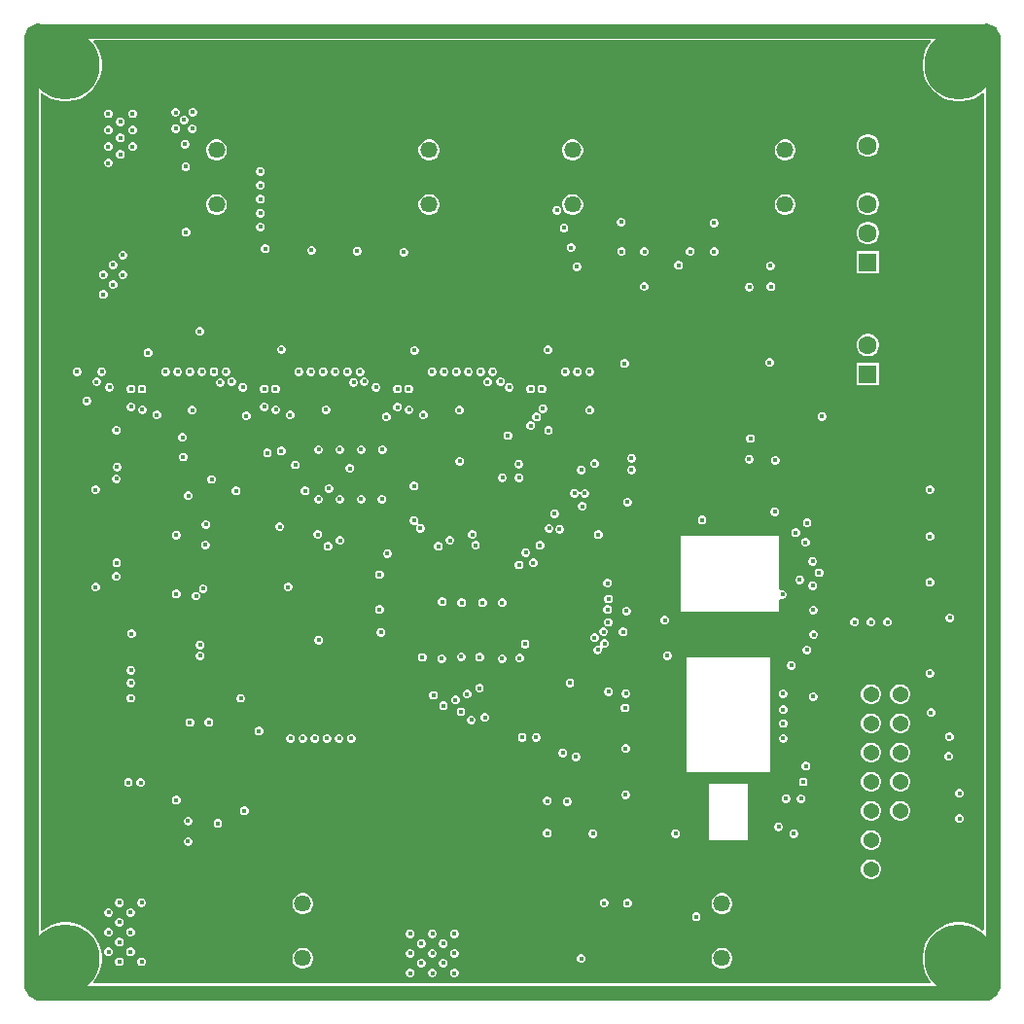
<source format=gbr>
G04*
G04 #@! TF.GenerationSoftware,Altium Limited,Altium Designer,24.1.2 (44)*
G04*
G04 Layer_Physical_Order=2*
G04 Layer_Color=15724527*
%FSLAX44Y44*%
%MOMM*%
G71*
G04*
G04 #@! TF.SameCoordinates,3CF5218A-9FD7-4805-B715-A3E35C90ED60*
G04*
G04*
G04 #@! TF.FilePolarity,Positive*
G04*
G01*
G75*
%ADD26C,1.2300*%
%ADD122C,1.0000*%
%ADD143R,1.3700X1.3700*%
%ADD144C,1.3700*%
%ADD145C,0.3000*%
%ADD146C,6.0000*%
%ADD147R,1.6000X1.6000*%
%ADD148C,1.6000*%
%ADD149C,1.4580*%
%ADD150C,0.4000*%
%ADD151C,0.4500*%
%ADD152R,2.0320X2.3114*%
G36*
X789064Y835648D02*
X789529Y834378D01*
X786822Y830653D01*
X784551Y826196D01*
X783006Y821439D01*
X782223Y816498D01*
Y811496D01*
X783006Y806555D01*
X784551Y801797D01*
X786822Y797340D01*
X789763Y793294D01*
X793300Y789756D01*
X797347Y786816D01*
X801804Y784545D01*
X806561Y782999D01*
X811502Y782217D01*
X816504D01*
X821445Y782999D01*
X826202Y784545D01*
X830659Y786816D01*
X834384Y789522D01*
X835654Y789058D01*
X835654Y60936D01*
X834384Y60471D01*
X830659Y63177D01*
X826202Y65448D01*
X821445Y66994D01*
X816504Y67777D01*
X811502D01*
X806561Y66994D01*
X801804Y65448D01*
X797347Y63177D01*
X793300Y60237D01*
X789763Y56700D01*
X786822Y52653D01*
X784551Y48196D01*
X783006Y43439D01*
X782223Y38498D01*
Y33496D01*
X783006Y28555D01*
X784551Y23798D01*
X786822Y19340D01*
X789529Y15616D01*
X789064Y14346D01*
X60942Y14346D01*
X60477Y15616D01*
X63184Y19340D01*
X65455Y23798D01*
X67000Y28555D01*
X67783Y33496D01*
Y38498D01*
X67000Y43439D01*
X65455Y48196D01*
X63184Y52653D01*
X60244Y56700D01*
X56706Y60237D01*
X52659Y63177D01*
X48202Y65448D01*
X43445Y66994D01*
X38504Y67777D01*
X33502D01*
X28561Y66994D01*
X23804Y65448D01*
X19347Y63177D01*
X15622Y60471D01*
X14352Y60936D01*
X14352Y789058D01*
X15622Y789522D01*
X19347Y786816D01*
X23804Y784545D01*
X28561Y782999D01*
X33502Y782217D01*
X38504D01*
X43445Y782999D01*
X48202Y784545D01*
X52659Y786816D01*
X56706Y789756D01*
X60244Y793294D01*
X63184Y797340D01*
X65455Y801797D01*
X67000Y806555D01*
X67783Y811496D01*
Y816498D01*
X67000Y821439D01*
X65455Y826196D01*
X63184Y830653D01*
X60477Y834378D01*
X60942Y835648D01*
X789064Y835648D01*
D02*
G37*
%LPC*%
G36*
X147402Y776575D02*
X145898D01*
X144509Y775999D01*
X143445Y774936D01*
X142870Y773547D01*
Y772043D01*
X143445Y770653D01*
X144509Y769590D01*
X145898Y769015D01*
X147402D01*
X148791Y769590D01*
X149854Y770653D01*
X150430Y772043D01*
Y773547D01*
X149854Y774936D01*
X148791Y775999D01*
X147402Y776575D01*
D02*
G37*
G36*
X132556Y776469D02*
X131052D01*
X129663Y775894D01*
X128600Y774830D01*
X128024Y773441D01*
Y771937D01*
X128600Y770548D01*
X129663Y769485D01*
X131052Y768909D01*
X132556D01*
X133945Y769485D01*
X135009Y770548D01*
X135584Y771937D01*
Y773441D01*
X135009Y774830D01*
X133945Y775894D01*
X132556Y776469D01*
D02*
G37*
G36*
X95115Y775198D02*
X93611D01*
X92222Y774622D01*
X91159Y773559D01*
X90583Y772170D01*
Y770666D01*
X91159Y769277D01*
X92222Y768213D01*
X93611Y767638D01*
X95115D01*
X96504Y768213D01*
X97568Y769277D01*
X98143Y770666D01*
Y772170D01*
X97568Y773559D01*
X96504Y774622D01*
X95115Y775198D01*
D02*
G37*
G36*
X74034D02*
X72530D01*
X71141Y774622D01*
X70078Y773559D01*
X69502Y772170D01*
Y770666D01*
X70078Y769277D01*
X71141Y768213D01*
X72530Y767638D01*
X74034D01*
X75423Y768213D01*
X76487Y769277D01*
X77062Y770666D01*
Y772170D01*
X76487Y773559D01*
X75423Y774622D01*
X74034Y775198D01*
D02*
G37*
G36*
X139926Y769731D02*
X138422D01*
X137033Y769155D01*
X135970Y768092D01*
X135394Y766703D01*
Y765199D01*
X135970Y763810D01*
X137033Y762746D01*
X138422Y762171D01*
X139926D01*
X141315Y762746D01*
X142379Y763810D01*
X142954Y765199D01*
Y766703D01*
X142379Y768092D01*
X141315Y769155D01*
X139926Y769731D01*
D02*
G37*
G36*
X84574Y768354D02*
X83071D01*
X81681Y767778D01*
X80618Y766715D01*
X80043Y765326D01*
Y763822D01*
X80618Y762433D01*
X81681Y761369D01*
X83071Y760794D01*
X84574D01*
X85964Y761369D01*
X87027Y762433D01*
X87603Y763822D01*
Y765326D01*
X87027Y766715D01*
X85964Y767778D01*
X84574Y768354D01*
D02*
G37*
G36*
X132767Y762308D02*
X131263D01*
X129874Y761732D01*
X128810Y760669D01*
X128235Y759280D01*
Y757776D01*
X128810Y756387D01*
X129874Y755323D01*
X131263Y754748D01*
X132767D01*
X134156Y755323D01*
X135219Y756387D01*
X135795Y757776D01*
Y759280D01*
X135219Y760669D01*
X134156Y761732D01*
X132767Y762308D01*
D02*
G37*
G36*
X147191Y762255D02*
X145687D01*
X144298Y761680D01*
X143235Y760617D01*
X142659Y759227D01*
Y757723D01*
X143235Y756334D01*
X144298Y755271D01*
X145687Y754695D01*
X147191D01*
X148581Y755271D01*
X149644Y756334D01*
X150219Y757723D01*
Y759227D01*
X149644Y760617D01*
X148581Y761680D01*
X147191Y762255D01*
D02*
G37*
G36*
X74034Y760931D02*
X72530D01*
X71141Y760356D01*
X70078Y759292D01*
X69502Y757903D01*
Y756399D01*
X70078Y755010D01*
X71141Y753946D01*
X72530Y753371D01*
X74034D01*
X75423Y753946D01*
X76487Y755010D01*
X77062Y756399D01*
Y757903D01*
X76487Y759292D01*
X75423Y760356D01*
X74034Y760931D01*
D02*
G37*
G36*
X95115Y760878D02*
X93611D01*
X92222Y760303D01*
X91159Y759240D01*
X90583Y757850D01*
Y756347D01*
X91159Y754957D01*
X92222Y753894D01*
X93611Y753318D01*
X95115D01*
X96504Y753894D01*
X97568Y754957D01*
X98143Y756347D01*
Y757850D01*
X97568Y759240D01*
X96504Y760303D01*
X95115Y760878D01*
D02*
G37*
G36*
X84574Y754087D02*
X83071D01*
X81681Y753512D01*
X80618Y752448D01*
X80043Y751059D01*
Y749555D01*
X80618Y748166D01*
X81681Y747103D01*
X83071Y746527D01*
X84574D01*
X85964Y747103D01*
X87027Y748166D01*
X87603Y749555D01*
Y751059D01*
X87027Y752448D01*
X85964Y753512D01*
X84574Y754087D01*
D02*
G37*
G36*
X140751Y748777D02*
X139248D01*
X137858Y748201D01*
X136795Y747138D01*
X136219Y745749D01*
Y744245D01*
X136795Y742856D01*
X137858Y741792D01*
X139248Y741217D01*
X140751D01*
X142141Y741792D01*
X143204Y742856D01*
X143779Y744245D01*
Y745749D01*
X143204Y747138D01*
X142141Y748201D01*
X140751Y748777D01*
D02*
G37*
G36*
X74034Y746664D02*
X72530D01*
X71141Y746089D01*
X70078Y745025D01*
X69502Y743636D01*
Y742132D01*
X70078Y740743D01*
X71141Y739680D01*
X72530Y739104D01*
X74034D01*
X75423Y739680D01*
X76487Y740743D01*
X77062Y742132D01*
Y743636D01*
X76487Y745025D01*
X75423Y746089D01*
X74034Y746664D01*
D02*
G37*
G36*
X95115Y746612D02*
X93611D01*
X92222Y746036D01*
X91159Y744973D01*
X90583Y743584D01*
Y742080D01*
X91159Y740690D01*
X92222Y739627D01*
X93611Y739052D01*
X95115D01*
X96504Y739627D01*
X97568Y740690D01*
X98143Y742080D01*
Y743584D01*
X97568Y744973D01*
X96504Y746036D01*
X95115Y746612D01*
D02*
G37*
G36*
X735891Y753545D02*
X733316D01*
X730828Y752879D01*
X728598Y751591D01*
X726777Y749771D01*
X725490Y747540D01*
X724823Y745053D01*
Y742478D01*
X725490Y739990D01*
X726777Y737760D01*
X728598Y735939D01*
X730828Y734652D01*
X733316Y733985D01*
X735891D01*
X738378Y734652D01*
X740608Y735939D01*
X742429Y737760D01*
X743717Y739990D01*
X744383Y742478D01*
Y745053D01*
X743717Y747540D01*
X742429Y749771D01*
X740608Y751591D01*
X738378Y752879D01*
X735891Y753545D01*
D02*
G37*
G36*
X84574Y739820D02*
X83071D01*
X81681Y739245D01*
X80618Y738182D01*
X80043Y736792D01*
Y735288D01*
X80618Y733899D01*
X81681Y732836D01*
X83071Y732260D01*
X84574D01*
X85964Y732836D01*
X87027Y733899D01*
X87603Y735288D01*
Y736792D01*
X87027Y738182D01*
X85964Y739245D01*
X84574Y739820D01*
D02*
G37*
G36*
X663697Y749067D02*
X661309D01*
X659002Y748449D01*
X656934Y747255D01*
X655245Y745566D01*
X654051Y743498D01*
X653433Y741191D01*
Y738803D01*
X654051Y736496D01*
X655245Y734428D01*
X656934Y732739D01*
X659002Y731545D01*
X661309Y730927D01*
X663697D01*
X666004Y731545D01*
X668072Y732739D01*
X669761Y734428D01*
X670955Y736496D01*
X671573Y738803D01*
Y741191D01*
X670955Y743498D01*
X669761Y745566D01*
X668072Y747255D01*
X666004Y748449D01*
X663697Y749067D01*
D02*
G37*
G36*
X478697D02*
X476309D01*
X474002Y748449D01*
X471934Y747255D01*
X470245Y745566D01*
X469051Y743498D01*
X468433Y741191D01*
Y738803D01*
X469051Y736496D01*
X470245Y734428D01*
X471934Y732739D01*
X474002Y731545D01*
X476309Y730927D01*
X478697D01*
X481004Y731545D01*
X483072Y732739D01*
X484761Y734428D01*
X485955Y736496D01*
X486573Y738803D01*
Y741191D01*
X485955Y743498D01*
X484761Y745566D01*
X483072Y747255D01*
X481004Y748449D01*
X478697Y749067D01*
D02*
G37*
G36*
X353697Y749067D02*
X351309D01*
X349002Y748449D01*
X346934Y747255D01*
X345245Y745566D01*
X344051Y743498D01*
X343433Y741191D01*
Y738803D01*
X344051Y736496D01*
X345245Y734428D01*
X346934Y732739D01*
X349002Y731545D01*
X351309Y730927D01*
X353697D01*
X356004Y731545D01*
X358072Y732739D01*
X359761Y734428D01*
X360955Y736496D01*
X361573Y738803D01*
Y741191D01*
X360955Y743498D01*
X359761Y745566D01*
X358072Y747255D01*
X356004Y748449D01*
X353697Y749067D01*
D02*
G37*
G36*
X168697D02*
X166309D01*
X164002Y748449D01*
X161934Y747255D01*
X160245Y745566D01*
X159051Y743498D01*
X158433Y741191D01*
Y738803D01*
X159051Y736496D01*
X160245Y734428D01*
X161934Y732739D01*
X164002Y731545D01*
X166309Y730927D01*
X168697D01*
X171004Y731545D01*
X173072Y732739D01*
X174761Y734428D01*
X175955Y736496D01*
X176573Y738803D01*
Y741191D01*
X175955Y743498D01*
X174761Y745566D01*
X173072Y747255D01*
X171004Y748449D01*
X168697Y749067D01*
D02*
G37*
G36*
X74034Y732398D02*
X72530D01*
X71141Y731822D01*
X70078Y730759D01*
X69502Y729369D01*
Y727866D01*
X70078Y726476D01*
X71141Y725413D01*
X72530Y724837D01*
X74034D01*
X75423Y725413D01*
X76487Y726476D01*
X77062Y727866D01*
Y729369D01*
X76487Y730759D01*
X75423Y731822D01*
X74034Y732398D01*
D02*
G37*
G36*
X141407Y729193D02*
X139903D01*
X138514Y728618D01*
X137451Y727554D01*
X136875Y726165D01*
Y724661D01*
X137451Y723272D01*
X138514Y722209D01*
X139903Y721633D01*
X141407D01*
X142797Y722209D01*
X143860Y723272D01*
X144435Y724661D01*
Y726165D01*
X143860Y727554D01*
X142797Y728618D01*
X141407Y729193D01*
D02*
G37*
G36*
X206400Y725052D02*
X204896D01*
X203507Y724477D01*
X202443Y723413D01*
X201868Y722024D01*
Y720520D01*
X202443Y719131D01*
X203507Y718068D01*
X204896Y717492D01*
X206400D01*
X207789Y718068D01*
X208852Y719131D01*
X209428Y720520D01*
Y722024D01*
X208852Y723413D01*
X207789Y724477D01*
X206400Y725052D01*
D02*
G37*
G36*
Y712945D02*
X204896D01*
X203507Y712369D01*
X202443Y711306D01*
X201868Y709917D01*
Y708413D01*
X202443Y707024D01*
X203507Y705960D01*
X204896Y705385D01*
X206400D01*
X207789Y705960D01*
X208852Y707024D01*
X209428Y708413D01*
Y709917D01*
X208852Y711306D01*
X207789Y712369D01*
X206400Y712945D01*
D02*
G37*
G36*
Y700837D02*
X204896D01*
X203507Y700262D01*
X202443Y699199D01*
X201868Y697809D01*
Y696306D01*
X202443Y694916D01*
X203507Y693853D01*
X204896Y693278D01*
X206400D01*
X207789Y693853D01*
X208852Y694916D01*
X209428Y696306D01*
Y697809D01*
X208852Y699199D01*
X207789Y700262D01*
X206400Y700837D01*
D02*
G37*
G36*
X464801Y691324D02*
X463297D01*
X461908Y690748D01*
X460844Y689685D01*
X460269Y688296D01*
Y686792D01*
X460844Y685403D01*
X461908Y684339D01*
X463297Y683764D01*
X464801D01*
X466190Y684339D01*
X467253Y685403D01*
X467829Y686792D01*
Y688296D01*
X467253Y689685D01*
X466190Y690748D01*
X464801Y691324D01*
D02*
G37*
G36*
X663697Y701567D02*
X661309D01*
X659002Y700949D01*
X656934Y699755D01*
X655245Y698066D01*
X654051Y695998D01*
X653433Y693691D01*
Y691303D01*
X654051Y688996D01*
X655245Y686928D01*
X656934Y685239D01*
X659002Y684045D01*
X661309Y683427D01*
X663697D01*
X666004Y684045D01*
X668072Y685239D01*
X669761Y686928D01*
X670955Y688996D01*
X671573Y691303D01*
Y693691D01*
X670955Y695998D01*
X669761Y698066D01*
X668072Y699755D01*
X666004Y700949D01*
X663697Y701567D01*
D02*
G37*
G36*
X478697D02*
X476309D01*
X474002Y700949D01*
X471934Y699755D01*
X470245Y698066D01*
X469051Y695998D01*
X468433Y693691D01*
Y691303D01*
X469051Y688996D01*
X470245Y686928D01*
X471934Y685239D01*
X474002Y684045D01*
X476309Y683427D01*
X478697D01*
X481004Y684045D01*
X483072Y685239D01*
X484761Y686928D01*
X485955Y688996D01*
X486573Y691303D01*
Y693691D01*
X485955Y695998D01*
X484761Y698066D01*
X483072Y699755D01*
X481004Y700949D01*
X478697Y701567D01*
D02*
G37*
G36*
X353697Y701567D02*
X351309D01*
X349002Y700949D01*
X346934Y699755D01*
X345245Y698066D01*
X344051Y695998D01*
X343433Y693691D01*
Y691303D01*
X344051Y688996D01*
X345245Y686928D01*
X346934Y685239D01*
X349002Y684045D01*
X351309Y683427D01*
X353697D01*
X356004Y684045D01*
X358072Y685239D01*
X359761Y686928D01*
X360955Y688996D01*
X361573Y691303D01*
Y693691D01*
X360955Y695998D01*
X359761Y698066D01*
X358072Y699755D01*
X356004Y700949D01*
X353697Y701567D01*
D02*
G37*
G36*
X168697D02*
X166309D01*
X164002Y700949D01*
X161934Y699755D01*
X160245Y698066D01*
X159051Y695998D01*
X158433Y693691D01*
Y691303D01*
X159051Y688996D01*
X160245Y686928D01*
X161934Y685239D01*
X164002Y684045D01*
X166309Y683427D01*
X168697D01*
X171004Y684045D01*
X173072Y685239D01*
X174761Y686928D01*
X175955Y688996D01*
X176573Y691303D01*
Y693691D01*
X175955Y695998D01*
X174761Y698066D01*
X173072Y699755D01*
X171004Y700949D01*
X168697Y701567D01*
D02*
G37*
G36*
X735891Y702745D02*
X733316D01*
X730828Y702079D01*
X728598Y700791D01*
X726777Y698970D01*
X725490Y696740D01*
X724823Y694253D01*
Y691678D01*
X725490Y689191D01*
X726777Y686960D01*
X728598Y685139D01*
X730828Y683852D01*
X733316Y683185D01*
X735891D01*
X738378Y683852D01*
X740608Y685139D01*
X742429Y686960D01*
X743717Y689191D01*
X744383Y691678D01*
Y694253D01*
X743717Y696740D01*
X742429Y698970D01*
X740608Y700791D01*
X738378Y702079D01*
X735891Y702745D01*
D02*
G37*
G36*
X206400Y688730D02*
X204896D01*
X203507Y688155D01*
X202443Y687091D01*
X201868Y685702D01*
Y684198D01*
X202443Y682809D01*
X203507Y681746D01*
X204896Y681170D01*
X206400D01*
X207789Y681746D01*
X208852Y682809D01*
X209428Y684198D01*
Y685702D01*
X208852Y687091D01*
X207789Y688155D01*
X206400Y688730D01*
D02*
G37*
G36*
X520693Y680941D02*
X519189D01*
X517800Y680365D01*
X516736Y679302D01*
X516161Y677913D01*
Y676409D01*
X516736Y675020D01*
X517800Y673956D01*
X519189Y673381D01*
X520693D01*
X522082Y673956D01*
X523146Y675020D01*
X523721Y676409D01*
Y677913D01*
X523146Y679302D01*
X522082Y680365D01*
X520693Y680941D01*
D02*
G37*
G36*
X601211Y680179D02*
X599707D01*
X598318Y679603D01*
X597254Y678540D01*
X596679Y677151D01*
Y675647D01*
X597254Y674258D01*
X598318Y673194D01*
X599707Y672619D01*
X601211D01*
X602600Y673194D01*
X603664Y674258D01*
X604239Y675647D01*
Y677151D01*
X603664Y678540D01*
X602600Y679603D01*
X601211Y680179D01*
D02*
G37*
G36*
X206400Y676623D02*
X204896D01*
X203507Y676047D01*
X202443Y674984D01*
X201868Y673595D01*
Y672091D01*
X202443Y670702D01*
X203507Y669638D01*
X204896Y669063D01*
X206400D01*
X207789Y669638D01*
X208852Y670702D01*
X209428Y672091D01*
Y673595D01*
X208852Y674984D01*
X207789Y676047D01*
X206400Y676623D01*
D02*
G37*
G36*
X470790Y675826D02*
X469286D01*
X467897Y675250D01*
X466833Y674187D01*
X466258Y672798D01*
Y671294D01*
X466833Y669905D01*
X467897Y668841D01*
X469286Y668266D01*
X470790D01*
X472179Y668841D01*
X473242Y669905D01*
X473818Y671294D01*
Y672798D01*
X473242Y674187D01*
X472179Y675250D01*
X470790Y675826D01*
D02*
G37*
G36*
X141531Y671976D02*
X140027D01*
X138638Y671400D01*
X137575Y670337D01*
X136999Y668948D01*
Y667444D01*
X137575Y666054D01*
X138638Y664991D01*
X140027Y664416D01*
X141531D01*
X142921Y664991D01*
X143984Y666054D01*
X144559Y667444D01*
Y668948D01*
X143984Y670337D01*
X142921Y671400D01*
X141531Y671976D01*
D02*
G37*
G36*
X735891Y677345D02*
X733316D01*
X730828Y676679D01*
X728598Y675391D01*
X726777Y673570D01*
X725490Y671340D01*
X724823Y668853D01*
Y666278D01*
X725490Y663791D01*
X726777Y661560D01*
X728598Y659740D01*
X730828Y658452D01*
X733316Y657785D01*
X735891D01*
X738378Y658452D01*
X740608Y659740D01*
X742429Y661560D01*
X743717Y663791D01*
X744383Y666278D01*
Y668853D01*
X743717Y671340D01*
X742429Y673570D01*
X740608Y675391D01*
X738378Y676679D01*
X735891Y677345D01*
D02*
G37*
G36*
X476837Y658732D02*
X475333D01*
X473944Y658157D01*
X472881Y657093D01*
X472305Y655704D01*
Y654200D01*
X472881Y652811D01*
X473944Y651748D01*
X475333Y651172D01*
X476837D01*
X478227Y651748D01*
X479290Y652811D01*
X479865Y654200D01*
Y655704D01*
X479290Y657093D01*
X478227Y658157D01*
X476837Y658732D01*
D02*
G37*
G36*
X210814Y657650D02*
X209310D01*
X207921Y657074D01*
X206858Y656011D01*
X206282Y654621D01*
Y653118D01*
X206858Y651728D01*
X207921Y650665D01*
X209310Y650089D01*
X210814D01*
X212204Y650665D01*
X213267Y651728D01*
X213842Y653118D01*
Y654621D01*
X213267Y656011D01*
X212204Y657074D01*
X210814Y657650D01*
D02*
G37*
G36*
X250945Y656303D02*
X249441D01*
X248052Y655727D01*
X246989Y654664D01*
X246413Y653275D01*
Y651771D01*
X246989Y650382D01*
X248052Y649318D01*
X249441Y648743D01*
X250945D01*
X252334Y649318D01*
X253398Y650382D01*
X253973Y651771D01*
Y653275D01*
X253398Y654664D01*
X252334Y655727D01*
X250945Y656303D01*
D02*
G37*
G36*
X290480Y655780D02*
X288976D01*
X287587Y655204D01*
X286524Y654141D01*
X285948Y652752D01*
Y651248D01*
X286524Y649859D01*
X287587Y648795D01*
X288976Y648220D01*
X290480D01*
X291869Y648795D01*
X292933Y649859D01*
X293508Y651248D01*
Y652752D01*
X292933Y654141D01*
X291869Y655204D01*
X290480Y655780D01*
D02*
G37*
G36*
X580755Y655277D02*
X579251D01*
X577862Y654701D01*
X576799Y653638D01*
X576223Y652249D01*
Y650745D01*
X576799Y649356D01*
X577862Y648292D01*
X579251Y647717D01*
X580755D01*
X582144Y648292D01*
X583208Y649356D01*
X583783Y650745D01*
Y652249D01*
X583208Y653638D01*
X582144Y654701D01*
X580755Y655277D01*
D02*
G37*
G36*
X540755D02*
X539251D01*
X537862Y654701D01*
X536799Y653638D01*
X536223Y652249D01*
Y650745D01*
X536799Y649356D01*
X537862Y648292D01*
X539251Y647717D01*
X540755D01*
X542144Y648292D01*
X543208Y649356D01*
X543783Y650745D01*
Y652249D01*
X543208Y653638D01*
X542144Y654701D01*
X540755Y655277D01*
D02*
G37*
G36*
X520755D02*
X519251D01*
X517862Y654701D01*
X516799Y653638D01*
X516223Y652249D01*
Y650745D01*
X516799Y649356D01*
X517862Y648292D01*
X519251Y647717D01*
X520755D01*
X522144Y648292D01*
X523208Y649356D01*
X523783Y650745D01*
Y652249D01*
X523208Y653638D01*
X522144Y654701D01*
X520755Y655277D01*
D02*
G37*
G36*
X601538Y655204D02*
X600034D01*
X598645Y654628D01*
X597581Y653565D01*
X597006Y652176D01*
Y650672D01*
X597581Y649282D01*
X598645Y648219D01*
X600034Y647644D01*
X601538D01*
X602927Y648219D01*
X603991Y649282D01*
X604566Y650672D01*
Y652176D01*
X603991Y653565D01*
X602927Y654628D01*
X601538Y655204D01*
D02*
G37*
G36*
X331255Y654734D02*
X329751D01*
X328362Y654158D01*
X327299Y653095D01*
X326723Y651706D01*
Y650202D01*
X327299Y648813D01*
X328362Y647749D01*
X329751Y647174D01*
X331255D01*
X332644Y647749D01*
X333708Y648813D01*
X334283Y650202D01*
Y651706D01*
X333708Y653095D01*
X332644Y654158D01*
X331255Y654734D01*
D02*
G37*
G36*
X86647Y652132D02*
X85144D01*
X83754Y651556D01*
X82691Y650493D01*
X82115Y649104D01*
Y647600D01*
X82691Y646210D01*
X83754Y645147D01*
X85144Y644572D01*
X86647D01*
X88037Y645147D01*
X89100Y646210D01*
X89676Y647600D01*
Y649104D01*
X89100Y650493D01*
X88037Y651556D01*
X86647Y652132D01*
D02*
G37*
G36*
X78096Y643568D02*
X76592D01*
X75203Y642993D01*
X74139Y641930D01*
X73564Y640540D01*
Y639036D01*
X74139Y637647D01*
X75203Y636584D01*
X76592Y636008D01*
X78096D01*
X79485Y636584D01*
X80549Y637647D01*
X81124Y639036D01*
Y640540D01*
X80549Y641930D01*
X79485Y642993D01*
X78096Y643568D01*
D02*
G37*
G36*
X570477Y643349D02*
X568973D01*
X567584Y642773D01*
X566521Y641710D01*
X565945Y640321D01*
Y638817D01*
X566521Y637428D01*
X567584Y636364D01*
X568973Y635789D01*
X570477D01*
X571866Y636364D01*
X572930Y637428D01*
X573505Y638817D01*
Y640321D01*
X572930Y641710D01*
X571866Y642773D01*
X570477Y643349D01*
D02*
G37*
G36*
X650502Y642841D02*
X648998D01*
X647609Y642265D01*
X646545Y641202D01*
X645970Y639813D01*
Y638309D01*
X646545Y636920D01*
X647609Y635856D01*
X648998Y635281D01*
X650502D01*
X651891Y635856D01*
X652955Y636920D01*
X653530Y638309D01*
Y639813D01*
X652955Y641202D01*
X651891Y642265D01*
X650502Y642841D01*
D02*
G37*
G36*
X482020Y642045D02*
X480516D01*
X479127Y641469D01*
X478064Y640406D01*
X477488Y639016D01*
Y637513D01*
X478064Y636123D01*
X479127Y635060D01*
X480516Y634484D01*
X482020D01*
X483409Y635060D01*
X484473Y636123D01*
X485048Y637513D01*
Y639016D01*
X484473Y640406D01*
X483409Y641469D01*
X482020Y642045D01*
D02*
G37*
G36*
X744383Y651945D02*
X724823D01*
Y632385D01*
X744383D01*
Y651945D01*
D02*
G37*
G36*
X86647Y635005D02*
X85144D01*
X83754Y634430D01*
X82691Y633366D01*
X82115Y631977D01*
Y630473D01*
X82691Y629084D01*
X83754Y628021D01*
X85144Y627445D01*
X86647D01*
X88037Y628021D01*
X89100Y629084D01*
X89676Y630473D01*
Y631977D01*
X89100Y633366D01*
X88037Y634430D01*
X86647Y635005D01*
D02*
G37*
G36*
X69545D02*
X68041D01*
X66652Y634430D01*
X65588Y633366D01*
X65013Y631977D01*
Y630473D01*
X65588Y629084D01*
X66652Y628021D01*
X68041Y627445D01*
X69545D01*
X70934Y628021D01*
X71997Y629084D01*
X72573Y630473D01*
Y631977D01*
X71997Y633366D01*
X70934Y634430D01*
X69545Y635005D01*
D02*
G37*
G36*
X78096Y626442D02*
X76592D01*
X75203Y625866D01*
X74139Y624803D01*
X73564Y623414D01*
Y621910D01*
X74139Y620521D01*
X75203Y619457D01*
X76592Y618882D01*
X78096D01*
X79485Y619457D01*
X80549Y620521D01*
X81124Y621910D01*
Y623414D01*
X80549Y624803D01*
X79485Y625866D01*
X78096Y626442D01*
D02*
G37*
G36*
X540624Y624809D02*
X539120D01*
X537731Y624234D01*
X536668Y623171D01*
X536092Y621781D01*
Y620278D01*
X536668Y618888D01*
X537731Y617825D01*
X539120Y617249D01*
X540624D01*
X542013Y617825D01*
X543077Y618888D01*
X543652Y620278D01*
Y621781D01*
X543077Y623171D01*
X542013Y624234D01*
X540624Y624809D01*
D02*
G37*
G36*
X650995Y624553D02*
X649491D01*
X648102Y623977D01*
X647038Y622914D01*
X646463Y621525D01*
Y620021D01*
X647038Y618632D01*
X648102Y617568D01*
X649491Y616993D01*
X650995D01*
X652384Y617568D01*
X653448Y618632D01*
X654023Y620021D01*
Y621525D01*
X653448Y622914D01*
X652384Y623977D01*
X650995Y624553D01*
D02*
G37*
G36*
X632099Y624457D02*
X630595D01*
X629206Y623882D01*
X628142Y622819D01*
X627567Y621429D01*
Y619925D01*
X628142Y618536D01*
X629206Y617473D01*
X630595Y616897D01*
X632099D01*
X633488Y617473D01*
X634552Y618536D01*
X635127Y619925D01*
Y621429D01*
X634552Y622819D01*
X633488Y623882D01*
X632099Y624457D01*
D02*
G37*
G36*
X69545Y617878D02*
X68041D01*
X66652Y617303D01*
X65588Y616240D01*
X65013Y614850D01*
Y613346D01*
X65588Y611957D01*
X66652Y610894D01*
X68041Y610318D01*
X69545D01*
X70934Y610894D01*
X71997Y611957D01*
X72573Y613346D01*
Y614850D01*
X71997Y616240D01*
X70934Y617303D01*
X69545Y617878D01*
D02*
G37*
G36*
X153577Y585777D02*
X152073D01*
X150683Y585202D01*
X149620Y584138D01*
X149045Y582749D01*
Y581245D01*
X149620Y579856D01*
X150683Y578793D01*
X152073Y578217D01*
X153577D01*
X154966Y578793D01*
X156029Y579856D01*
X156605Y581245D01*
Y582749D01*
X156029Y584138D01*
X154966Y585202D01*
X153577Y585777D01*
D02*
G37*
G36*
X224783Y569943D02*
X223279D01*
X221890Y569367D01*
X220826Y568304D01*
X220251Y566915D01*
Y565411D01*
X220826Y564022D01*
X221890Y562958D01*
X223279Y562383D01*
X224783D01*
X226172Y562958D01*
X227236Y564022D01*
X227811Y565411D01*
Y566915D01*
X227236Y568304D01*
X226172Y569367D01*
X224783Y569943D01*
D02*
G37*
G36*
X456685Y569689D02*
X455181D01*
X453792Y569113D01*
X452729Y568050D01*
X452153Y566661D01*
Y565157D01*
X452729Y563768D01*
X453792Y562704D01*
X455181Y562129D01*
X456685D01*
X458074Y562704D01*
X459138Y563768D01*
X459713Y565157D01*
Y566661D01*
X459138Y568050D01*
X458074Y569113D01*
X456685Y569689D01*
D02*
G37*
G36*
X340607Y569181D02*
X339103D01*
X337714Y568605D01*
X336651Y567542D01*
X336075Y566153D01*
Y564649D01*
X336651Y563260D01*
X337714Y562196D01*
X339103Y561621D01*
X340607D01*
X341996Y562196D01*
X343060Y563260D01*
X343635Y564649D01*
Y566153D01*
X343060Y567542D01*
X341996Y568605D01*
X340607Y569181D01*
D02*
G37*
G36*
X735891Y579777D02*
X733316D01*
X730828Y579110D01*
X728598Y577823D01*
X726777Y576002D01*
X725490Y573772D01*
X724823Y571284D01*
Y568709D01*
X725490Y566222D01*
X726777Y563992D01*
X728598Y562171D01*
X730828Y560883D01*
X733316Y560217D01*
X735891D01*
X738378Y560883D01*
X740608Y562171D01*
X742429Y563992D01*
X743717Y566222D01*
X744383Y568709D01*
Y571284D01*
X743717Y573772D01*
X742429Y576002D01*
X740608Y577823D01*
X738378Y579110D01*
X735891Y579777D01*
D02*
G37*
G36*
X108628Y567171D02*
X107124D01*
X105734Y566595D01*
X104671Y565532D01*
X104096Y564143D01*
Y562639D01*
X104671Y561250D01*
X105734Y560186D01*
X107124Y559611D01*
X108628D01*
X110017Y560186D01*
X111080Y561250D01*
X111656Y562639D01*
Y564143D01*
X111080Y565532D01*
X110017Y566595D01*
X108628Y567171D01*
D02*
G37*
G36*
X649688Y558700D02*
X648184D01*
X646795Y558125D01*
X645731Y557061D01*
X645156Y555672D01*
Y554168D01*
X645731Y552779D01*
X646795Y551716D01*
X648184Y551140D01*
X649688D01*
X651077Y551716D01*
X652140Y552779D01*
X652716Y554168D01*
Y555672D01*
X652140Y557061D01*
X651077Y558125D01*
X649688Y558700D01*
D02*
G37*
G36*
X523410Y557798D02*
X521906D01*
X520517Y557222D01*
X519453Y556159D01*
X518878Y554769D01*
Y553266D01*
X519453Y551876D01*
X520517Y550813D01*
X521906Y550238D01*
X523410D01*
X524799Y550813D01*
X525862Y551876D01*
X526438Y553266D01*
Y554769D01*
X525862Y556159D01*
X524799Y557222D01*
X523410Y557798D01*
D02*
G37*
G36*
X493206Y550642D02*
X491703D01*
X490313Y550067D01*
X489250Y549003D01*
X488675Y547614D01*
Y546110D01*
X489250Y544721D01*
X490313Y543658D01*
X491703Y543082D01*
X493206D01*
X494596Y543658D01*
X495659Y544721D01*
X496235Y546110D01*
Y547614D01*
X495659Y549003D01*
X494596Y550067D01*
X493206Y550642D01*
D02*
G37*
G36*
X482457D02*
X480953D01*
X479564Y550067D01*
X478501Y549003D01*
X477925Y547614D01*
Y546110D01*
X478501Y544721D01*
X479564Y543658D01*
X480953Y543082D01*
X482457D01*
X483847Y543658D01*
X484910Y544721D01*
X485485Y546110D01*
Y547614D01*
X484910Y549003D01*
X483847Y550067D01*
X482457Y550642D01*
D02*
G37*
G36*
X471708D02*
X470205D01*
X468815Y550067D01*
X467752Y549003D01*
X467176Y547614D01*
Y546110D01*
X467752Y544721D01*
X468815Y543658D01*
X470205Y543082D01*
X471708D01*
X473098Y543658D01*
X474161Y544721D01*
X474736Y546110D01*
Y547614D01*
X474161Y549003D01*
X473098Y550067D01*
X471708Y550642D01*
D02*
G37*
G36*
X408590D02*
X407086D01*
X405697Y550067D01*
X404634Y549003D01*
X404058Y547614D01*
Y546110D01*
X404634Y544721D01*
X405697Y543658D01*
X407086Y543082D01*
X408590D01*
X409980Y543658D01*
X411043Y544721D01*
X411618Y546110D01*
Y547614D01*
X411043Y549003D01*
X409980Y550067D01*
X408590Y550642D01*
D02*
G37*
G36*
X398041D02*
X396537D01*
X395148Y550067D01*
X394084Y549003D01*
X393509Y547614D01*
Y546110D01*
X394084Y544721D01*
X395148Y543658D01*
X396537Y543082D01*
X398041D01*
X399430Y543658D01*
X400494Y544721D01*
X401069Y546110D01*
Y547614D01*
X400494Y549003D01*
X399430Y550067D01*
X398041Y550642D01*
D02*
G37*
G36*
X387492D02*
X385988D01*
X384599Y550067D01*
X383535Y549003D01*
X382960Y547614D01*
Y546110D01*
X383535Y544721D01*
X384599Y543658D01*
X385988Y543082D01*
X387492D01*
X388881Y543658D01*
X389944Y544721D01*
X390520Y546110D01*
Y547614D01*
X389944Y549003D01*
X388881Y550067D01*
X387492Y550642D01*
D02*
G37*
G36*
X376942D02*
X375438D01*
X374049Y550067D01*
X372986Y549003D01*
X372410Y547614D01*
Y546110D01*
X372986Y544721D01*
X374049Y543658D01*
X375438Y543082D01*
X376942D01*
X378332Y543658D01*
X379395Y544721D01*
X379970Y546110D01*
Y547614D01*
X379395Y549003D01*
X378332Y550067D01*
X376942Y550642D01*
D02*
G37*
G36*
X366393D02*
X364889D01*
X363500Y550067D01*
X362436Y549003D01*
X361861Y547614D01*
Y546110D01*
X362436Y544721D01*
X363500Y543658D01*
X364889Y543082D01*
X366393D01*
X367782Y543658D01*
X368846Y544721D01*
X369421Y546110D01*
Y547614D01*
X368846Y549003D01*
X367782Y550067D01*
X366393Y550642D01*
D02*
G37*
G36*
X355844D02*
X354340D01*
X352951Y550067D01*
X351887Y549003D01*
X351312Y547614D01*
Y546110D01*
X351887Y544721D01*
X352951Y543658D01*
X354340Y543082D01*
X355844D01*
X357233Y543658D01*
X358296Y544721D01*
X358872Y546110D01*
Y547614D01*
X358296Y549003D01*
X357233Y550067D01*
X355844Y550642D01*
D02*
G37*
G36*
X282010D02*
X280506D01*
X279116Y550067D01*
X278053Y549003D01*
X277478Y547614D01*
Y546110D01*
X278053Y544721D01*
X279116Y543658D01*
X280506Y543082D01*
X282010D01*
X283399Y543658D01*
X284462Y544721D01*
X285038Y546110D01*
Y547614D01*
X284462Y549003D01*
X283399Y550067D01*
X282010Y550642D01*
D02*
G37*
G36*
X271460D02*
X269956D01*
X268567Y550067D01*
X267504Y549003D01*
X266928Y547614D01*
Y546110D01*
X267504Y544721D01*
X268567Y543658D01*
X269956Y543082D01*
X271460D01*
X272850Y543658D01*
X273913Y544721D01*
X274488Y546110D01*
Y547614D01*
X273913Y549003D01*
X272850Y550067D01*
X271460Y550642D01*
D02*
G37*
G36*
X260911D02*
X259407D01*
X258018Y550067D01*
X256954Y549003D01*
X256379Y547614D01*
Y546110D01*
X256954Y544721D01*
X258018Y543658D01*
X259407Y543082D01*
X260911D01*
X262300Y543658D01*
X263364Y544721D01*
X263939Y546110D01*
Y547614D01*
X263364Y549003D01*
X262300Y550067D01*
X260911Y550642D01*
D02*
G37*
G36*
X250362D02*
X248858D01*
X247469Y550067D01*
X246405Y549003D01*
X245830Y547614D01*
Y546110D01*
X246405Y544721D01*
X247469Y543658D01*
X248858Y543082D01*
X250362D01*
X251751Y543658D01*
X252814Y544721D01*
X253390Y546110D01*
Y547614D01*
X252814Y549003D01*
X251751Y550067D01*
X250362Y550642D01*
D02*
G37*
G36*
X239812D02*
X238309D01*
X236919Y550067D01*
X235856Y549003D01*
X235280Y547614D01*
Y546110D01*
X235856Y544721D01*
X236919Y543658D01*
X238309Y543082D01*
X239812D01*
X241202Y543658D01*
X242265Y544721D01*
X242840Y546110D01*
Y547614D01*
X242265Y549003D01*
X241202Y550067D01*
X239812Y550642D01*
D02*
G37*
G36*
X176528D02*
X175024D01*
X173634Y550067D01*
X172571Y549003D01*
X171996Y547614D01*
Y546110D01*
X172571Y544721D01*
X173634Y543658D01*
X175024Y543082D01*
X176528D01*
X177917Y543658D01*
X178980Y544721D01*
X179556Y546110D01*
Y547614D01*
X178980Y549003D01*
X177917Y550067D01*
X176528Y550642D01*
D02*
G37*
G36*
X165978D02*
X164475D01*
X163085Y550067D01*
X162022Y549003D01*
X161446Y547614D01*
Y546110D01*
X162022Y544721D01*
X163085Y543658D01*
X164475Y543082D01*
X165978D01*
X167368Y543658D01*
X168431Y544721D01*
X169006Y546110D01*
Y547614D01*
X168431Y549003D01*
X167368Y550067D01*
X165978Y550642D01*
D02*
G37*
G36*
X155429D02*
X153925D01*
X152536Y550067D01*
X151473Y549003D01*
X150897Y547614D01*
Y546110D01*
X151473Y544721D01*
X152536Y543658D01*
X153925Y543082D01*
X155429D01*
X156818Y543658D01*
X157882Y544721D01*
X158457Y546110D01*
Y547614D01*
X157882Y549003D01*
X156818Y550067D01*
X155429Y550642D01*
D02*
G37*
G36*
X144880D02*
X143376D01*
X141987Y550067D01*
X140923Y549003D01*
X140348Y547614D01*
Y546110D01*
X140923Y544721D01*
X141987Y543658D01*
X143376Y543082D01*
X144880D01*
X146269Y543658D01*
X147332Y544721D01*
X147908Y546110D01*
Y547614D01*
X147332Y549003D01*
X146269Y550067D01*
X144880Y550642D01*
D02*
G37*
G36*
X134330D02*
X132827D01*
X131437Y550067D01*
X130374Y549003D01*
X129798Y547614D01*
Y546110D01*
X130374Y544721D01*
X131437Y543658D01*
X132827Y543082D01*
X134330D01*
X135720Y543658D01*
X136783Y544721D01*
X137359Y546110D01*
Y547614D01*
X136783Y549003D01*
X135720Y550067D01*
X134330Y550642D01*
D02*
G37*
G36*
X123781D02*
X122277D01*
X120888Y550067D01*
X119825Y549003D01*
X119249Y547614D01*
Y546110D01*
X119825Y544721D01*
X120888Y543658D01*
X122277Y543082D01*
X123781D01*
X125170Y543658D01*
X126234Y544721D01*
X126809Y546110D01*
Y547614D01*
X126234Y549003D01*
X125170Y550067D01*
X123781Y550642D01*
D02*
G37*
G36*
X68278D02*
X66775D01*
X65385Y550067D01*
X64322Y549003D01*
X63747Y547614D01*
Y546110D01*
X64322Y544721D01*
X65385Y543658D01*
X66775Y543082D01*
X68278D01*
X69668Y543658D01*
X70731Y544721D01*
X71307Y546110D01*
Y547614D01*
X70731Y549003D01*
X69668Y550067D01*
X68278Y550642D01*
D02*
G37*
G36*
X46780D02*
X45277D01*
X43887Y550067D01*
X42824Y549003D01*
X42249Y547614D01*
Y546110D01*
X42824Y544721D01*
X43887Y543658D01*
X45277Y543082D01*
X46780D01*
X48170Y543658D01*
X49233Y544721D01*
X49809Y546110D01*
Y547614D01*
X49233Y549003D01*
X48170Y550067D01*
X46780Y550642D01*
D02*
G37*
G36*
X293123Y550573D02*
X291619D01*
X290230Y549997D01*
X289167Y548934D01*
X288591Y547545D01*
Y546041D01*
X289167Y544651D01*
X290230Y543588D01*
X291619Y543013D01*
X293123D01*
X294512Y543588D01*
X295576Y544651D01*
X296151Y546041D01*
Y547545D01*
X295576Y548934D01*
X294512Y549997D01*
X293123Y550573D01*
D02*
G37*
G36*
X744383Y554377D02*
X724823D01*
Y534817D01*
X744383D01*
Y554377D01*
D02*
G37*
G36*
X181362Y542083D02*
X179858D01*
X178469Y541507D01*
X177405Y540444D01*
X176830Y539055D01*
Y537551D01*
X177405Y536162D01*
X178469Y535098D01*
X179858Y534523D01*
X181362D01*
X182751Y535098D01*
X183814Y536162D01*
X184390Y537551D01*
Y539055D01*
X183814Y540444D01*
X182751Y541507D01*
X181362Y542083D01*
D02*
G37*
G36*
X415518Y542035D02*
X414015D01*
X412625Y541459D01*
X411562Y540396D01*
X410987Y539007D01*
Y537503D01*
X411562Y536114D01*
X412625Y535050D01*
X414015Y534475D01*
X415518D01*
X416908Y535050D01*
X417971Y536114D01*
X418547Y537503D01*
Y539007D01*
X417971Y540396D01*
X416908Y541459D01*
X415518Y542035D01*
D02*
G37*
G36*
X296855Y542031D02*
X295351D01*
X293962Y541455D01*
X292898Y540392D01*
X292323Y539003D01*
Y537499D01*
X292898Y536110D01*
X293962Y535046D01*
X295351Y534471D01*
X296855D01*
X298244Y535046D01*
X299307Y536110D01*
X299883Y537499D01*
Y539003D01*
X299307Y540392D01*
X298244Y541455D01*
X296855Y542031D01*
D02*
G37*
G36*
X63884Y541862D02*
X62380D01*
X60991Y541287D01*
X59928Y540224D01*
X59352Y538834D01*
Y537330D01*
X59928Y535941D01*
X60991Y534878D01*
X62380Y534302D01*
X63884D01*
X65274Y534878D01*
X66337Y535941D01*
X66912Y537330D01*
Y538834D01*
X66337Y540224D01*
X65274Y541287D01*
X63884Y541862D01*
D02*
G37*
G36*
X404139Y541717D02*
X402635D01*
X401246Y541142D01*
X400182Y540078D01*
X399607Y538689D01*
Y537185D01*
X400182Y535796D01*
X401246Y534733D01*
X402635Y534157D01*
X404139D01*
X405528Y534733D01*
X406592Y535796D01*
X407167Y537185D01*
Y538689D01*
X406592Y540078D01*
X405528Y541142D01*
X404139Y541717D01*
D02*
G37*
G36*
X287521Y541495D02*
X286017D01*
X284628Y540919D01*
X283564Y539856D01*
X282989Y538467D01*
Y536963D01*
X283564Y535574D01*
X284628Y534510D01*
X286017Y533935D01*
X287521D01*
X288910Y534510D01*
X289974Y535574D01*
X290549Y536963D01*
Y538467D01*
X289974Y539856D01*
X288910Y540919D01*
X287521Y541495D01*
D02*
G37*
G36*
X171476Y541285D02*
X169972D01*
X168583Y540709D01*
X167519Y539646D01*
X166944Y538257D01*
Y536753D01*
X167519Y535364D01*
X168583Y534300D01*
X169972Y533725D01*
X171476D01*
X172865Y534300D01*
X173929Y535364D01*
X174504Y536753D01*
Y538257D01*
X173929Y539646D01*
X172865Y540709D01*
X171476Y541285D01*
D02*
G37*
G36*
X423090Y537165D02*
X421586D01*
X420197Y536589D01*
X419134Y535526D01*
X418558Y534137D01*
Y532633D01*
X419134Y531244D01*
X420197Y530180D01*
X421586Y529605D01*
X423090D01*
X424479Y530180D01*
X425543Y531244D01*
X426118Y532633D01*
Y534137D01*
X425543Y535526D01*
X424479Y536589D01*
X423090Y537165D01*
D02*
G37*
G36*
X307059D02*
X305555D01*
X304166Y536589D01*
X303102Y535526D01*
X302527Y534137D01*
Y532633D01*
X303102Y531244D01*
X304166Y530180D01*
X305555Y529605D01*
X307059D01*
X308448Y530180D01*
X309511Y531244D01*
X310087Y532633D01*
Y534137D01*
X309511Y535526D01*
X308448Y536589D01*
X307059Y537165D01*
D02*
G37*
G36*
X191281D02*
X189778D01*
X188388Y536589D01*
X187325Y535526D01*
X186749Y534137D01*
Y532633D01*
X187325Y531244D01*
X188388Y530180D01*
X189778Y529605D01*
X191281D01*
X192671Y530180D01*
X193734Y531244D01*
X194310Y532633D01*
Y534137D01*
X193734Y535526D01*
X192671Y536589D01*
X191281Y537165D01*
D02*
G37*
G36*
X74996D02*
X73492D01*
X72103Y536589D01*
X71040Y535526D01*
X70464Y534137D01*
Y532633D01*
X71040Y531244D01*
X72103Y530180D01*
X73492Y529605D01*
X74996D01*
X76385Y530180D01*
X77449Y531244D01*
X78024Y532633D01*
Y534137D01*
X77449Y535526D01*
X76385Y536589D01*
X74996Y537165D01*
D02*
G37*
G36*
X451421Y535614D02*
X449918D01*
X448528Y535039D01*
X447465Y533976D01*
X446889Y532586D01*
Y531082D01*
X447465Y529693D01*
X448528Y528630D01*
X449918Y528054D01*
X451421D01*
X452811Y528630D01*
X453874Y529693D01*
X454450Y531082D01*
Y532586D01*
X453874Y533976D01*
X452811Y535039D01*
X451421Y535614D01*
D02*
G37*
G36*
X441922D02*
X440418D01*
X439029Y535039D01*
X437965Y533976D01*
X437390Y532586D01*
Y531082D01*
X437965Y529693D01*
X439029Y528630D01*
X440418Y528054D01*
X441922D01*
X443311Y528630D01*
X444374Y529693D01*
X444950Y531082D01*
Y532586D01*
X444374Y533976D01*
X443311Y535039D01*
X441922Y535614D01*
D02*
G37*
G36*
X335390D02*
X333886D01*
X332497Y535039D01*
X331434Y533976D01*
X330858Y532586D01*
Y531082D01*
X331434Y529693D01*
X332497Y528630D01*
X333886Y528054D01*
X335390D01*
X336779Y528630D01*
X337843Y529693D01*
X338418Y531082D01*
Y532586D01*
X337843Y533976D01*
X336779Y535039D01*
X335390Y535614D01*
D02*
G37*
G36*
X325890D02*
X324386D01*
X322997Y535039D01*
X321934Y533976D01*
X321358Y532586D01*
Y531082D01*
X321934Y529693D01*
X322997Y528630D01*
X324386Y528054D01*
X325890D01*
X327280Y528630D01*
X328343Y529693D01*
X328918Y531082D01*
Y532586D01*
X328343Y533976D01*
X327280Y535039D01*
X325890Y535614D01*
D02*
G37*
G36*
X219359D02*
X217855D01*
X216466Y535039D01*
X215402Y533976D01*
X214827Y532586D01*
Y531082D01*
X215402Y529693D01*
X216466Y528630D01*
X217855Y528054D01*
X219359D01*
X220748Y528630D01*
X221812Y529693D01*
X222387Y531082D01*
Y532586D01*
X221812Y533976D01*
X220748Y535039D01*
X219359Y535614D01*
D02*
G37*
G36*
X209859D02*
X208355D01*
X206966Y535039D01*
X205903Y533976D01*
X205327Y532586D01*
Y531082D01*
X205903Y529693D01*
X206966Y528630D01*
X208355Y528054D01*
X209859D01*
X211248Y528630D01*
X212312Y529693D01*
X212887Y531082D01*
Y532586D01*
X212312Y533976D01*
X211248Y535039D01*
X209859Y535614D01*
D02*
G37*
G36*
X103328D02*
X101824D01*
X100435Y535039D01*
X99371Y533976D01*
X98796Y532586D01*
Y531082D01*
X99371Y529693D01*
X100435Y528630D01*
X101824Y528054D01*
X103328D01*
X104717Y528630D01*
X105780Y529693D01*
X106356Y531082D01*
Y532586D01*
X105780Y533976D01*
X104717Y535039D01*
X103328Y535614D01*
D02*
G37*
G36*
X93828D02*
X92324D01*
X90935Y535039D01*
X89871Y533976D01*
X89296Y532586D01*
Y531082D01*
X89871Y529693D01*
X90935Y528630D01*
X92324Y528054D01*
X93828D01*
X95217Y528630D01*
X96280Y529693D01*
X96856Y531082D01*
Y532586D01*
X96280Y533976D01*
X95217Y535039D01*
X93828Y535614D01*
D02*
G37*
G36*
X55296Y525319D02*
X53792D01*
X52403Y524744D01*
X51340Y523680D01*
X50764Y522291D01*
Y520787D01*
X51340Y519398D01*
X52403Y518335D01*
X53792Y517759D01*
X55296D01*
X56686Y518335D01*
X57749Y519398D01*
X58324Y520787D01*
Y522291D01*
X57749Y523680D01*
X56686Y524744D01*
X55296Y525319D01*
D02*
G37*
G36*
X209859Y520015D02*
X208355D01*
X206966Y519439D01*
X205903Y518376D01*
X205327Y516987D01*
Y515483D01*
X205903Y514094D01*
X206966Y513030D01*
X208355Y512455D01*
X209859D01*
X211248Y513030D01*
X212312Y514094D01*
X212887Y515483D01*
Y516987D01*
X212312Y518376D01*
X211248Y519439D01*
X209859Y520015D01*
D02*
G37*
G36*
X93828D02*
X92324D01*
X90935Y519439D01*
X89871Y518376D01*
X89296Y516987D01*
Y515483D01*
X89871Y514094D01*
X90935Y513030D01*
X92324Y512455D01*
X93828D01*
X95217Y513030D01*
X96280Y514094D01*
X96856Y515483D01*
Y516987D01*
X96280Y518376D01*
X95217Y519439D01*
X93828Y520015D01*
D02*
G37*
G36*
X325890Y519761D02*
X324386D01*
X322997Y519185D01*
X321934Y518122D01*
X321358Y516732D01*
Y515229D01*
X321934Y513839D01*
X322997Y512776D01*
X324386Y512201D01*
X325890D01*
X327280Y512776D01*
X328343Y513839D01*
X328918Y515229D01*
Y516732D01*
X328343Y518122D01*
X327280Y519185D01*
X325890Y519761D01*
D02*
G37*
G36*
X452308Y518629D02*
X450804D01*
X449415Y518054D01*
X448352Y516990D01*
X447776Y515601D01*
Y514097D01*
X448352Y512708D01*
X449415Y511645D01*
X450804Y511069D01*
X452308D01*
X453698Y511645D01*
X454761Y512708D01*
X455336Y514097D01*
Y515601D01*
X454761Y516990D01*
X453698Y518054D01*
X452308Y518629D01*
D02*
G37*
G36*
X335802Y517519D02*
X334298D01*
X332908Y516944D01*
X331845Y515880D01*
X331270Y514491D01*
Y512987D01*
X331845Y511598D01*
X332908Y510535D01*
X334298Y509959D01*
X335802D01*
X337191Y510535D01*
X338254Y511598D01*
X338830Y512987D01*
Y514491D01*
X338254Y515880D01*
X337191Y516944D01*
X335802Y517519D01*
D02*
G37*
G36*
X219770D02*
X218266D01*
X216877Y516944D01*
X215814Y515880D01*
X215238Y514491D01*
Y512987D01*
X215814Y511598D01*
X216877Y510535D01*
X218266Y509959D01*
X219770D01*
X221159Y510535D01*
X222223Y511598D01*
X222798Y512987D01*
Y514491D01*
X222223Y515880D01*
X221159Y516944D01*
X219770Y517519D01*
D02*
G37*
G36*
X103739D02*
X102235D01*
X100846Y516944D01*
X99782Y515880D01*
X99207Y514491D01*
Y512987D01*
X99782Y511598D01*
X100846Y510535D01*
X102235Y509959D01*
X103739D01*
X105128Y510535D01*
X106192Y511598D01*
X106767Y512987D01*
Y514491D01*
X106192Y515880D01*
X105128Y516944D01*
X103739Y517519D01*
D02*
G37*
G36*
X263462Y517472D02*
X261958D01*
X260569Y516896D01*
X259505Y515833D01*
X258930Y514444D01*
Y512940D01*
X259505Y511550D01*
X260569Y510487D01*
X261958Y509912D01*
X263462D01*
X264851Y510487D01*
X265914Y511550D01*
X266490Y512940D01*
Y514444D01*
X265914Y515833D01*
X264851Y516896D01*
X263462Y517472D01*
D02*
G37*
G36*
X379593Y517097D02*
X378089D01*
X376700Y516521D01*
X375637Y515458D01*
X375061Y514069D01*
Y512565D01*
X375637Y511176D01*
X376700Y510112D01*
X378089Y509537D01*
X379593D01*
X380982Y510112D01*
X382046Y511176D01*
X382621Y512565D01*
Y514069D01*
X382046Y515458D01*
X380982Y516521D01*
X379593Y517097D01*
D02*
G37*
G36*
X147030D02*
X145527D01*
X144137Y516521D01*
X143074Y515458D01*
X142499Y514069D01*
Y512565D01*
X143074Y511176D01*
X144137Y510112D01*
X145527Y509537D01*
X147030D01*
X148420Y510112D01*
X149483Y511176D01*
X150059Y512565D01*
Y514069D01*
X149483Y515458D01*
X148420Y516521D01*
X147030Y517097D01*
D02*
G37*
G36*
X493206Y517065D02*
X491703D01*
X490313Y516489D01*
X489250Y515426D01*
X488675Y514036D01*
Y512533D01*
X489250Y511143D01*
X490313Y510080D01*
X491703Y509505D01*
X493206D01*
X494596Y510080D01*
X495659Y511143D01*
X496235Y512533D01*
Y514036D01*
X495659Y515426D01*
X494596Y516489D01*
X493206Y517065D01*
D02*
G37*
G36*
X348310Y513047D02*
X346806D01*
X345417Y512472D01*
X344354Y511409D01*
X343778Y510019D01*
Y508516D01*
X344354Y507126D01*
X345417Y506063D01*
X346806Y505487D01*
X348310D01*
X349700Y506063D01*
X350763Y507126D01*
X351338Y508516D01*
Y510019D01*
X350763Y511409D01*
X349700Y512472D01*
X348310Y513047D01*
D02*
G37*
G36*
X232279D02*
X230775D01*
X229386Y512472D01*
X228323Y511409D01*
X227747Y510019D01*
Y508516D01*
X228323Y507126D01*
X229386Y506063D01*
X230775Y505487D01*
X232279D01*
X233668Y506063D01*
X234732Y507126D01*
X235307Y508516D01*
Y510019D01*
X234732Y511409D01*
X233668Y512472D01*
X232279Y513047D01*
D02*
G37*
G36*
X116248D02*
X114744D01*
X113355Y512472D01*
X112291Y511409D01*
X111716Y510019D01*
Y508516D01*
X112291Y507126D01*
X113355Y506063D01*
X114744Y505487D01*
X116248D01*
X117637Y506063D01*
X118700Y507126D01*
X119276Y508516D01*
Y510019D01*
X118700Y511409D01*
X117637Y512472D01*
X116248Y513047D01*
D02*
G37*
G36*
X194153Y512158D02*
X192649D01*
X191260Y511582D01*
X190196Y510519D01*
X189621Y509130D01*
Y507626D01*
X190196Y506237D01*
X191260Y505173D01*
X192649Y504598D01*
X194153D01*
X195542Y505173D01*
X196605Y506237D01*
X197181Y507626D01*
Y509130D01*
X196605Y510519D01*
X195542Y511582D01*
X194153Y512158D01*
D02*
G37*
G36*
X695337Y511807D02*
X693833D01*
X692443Y511231D01*
X691380Y510168D01*
X690805Y508779D01*
Y507275D01*
X691380Y505886D01*
X692443Y504822D01*
X693833Y504247D01*
X695337D01*
X696726Y504822D01*
X697789Y505886D01*
X698365Y507275D01*
Y508779D01*
X697789Y510168D01*
X696726Y511231D01*
X695337Y511807D01*
D02*
G37*
G36*
X315933Y511332D02*
X314429D01*
X313040Y510756D01*
X311976Y509693D01*
X311401Y508304D01*
Y506800D01*
X311976Y505411D01*
X313040Y504347D01*
X314429Y503772D01*
X315933D01*
X317322Y504347D01*
X318385Y505411D01*
X318961Y506800D01*
Y508304D01*
X318385Y509693D01*
X317322Y510756D01*
X315933Y511332D01*
D02*
G37*
G36*
X446943Y511218D02*
X445439D01*
X444050Y510643D01*
X442986Y509579D01*
X442411Y508190D01*
Y506686D01*
X442986Y505297D01*
X444050Y504234D01*
X445439Y503658D01*
X446943D01*
X448332Y504234D01*
X449395Y505297D01*
X449971Y506686D01*
Y508190D01*
X449395Y509579D01*
X448332Y510643D01*
X446943Y511218D01*
D02*
G37*
G36*
X441751Y503716D02*
X440247D01*
X438858Y503141D01*
X437794Y502078D01*
X437219Y500688D01*
Y499184D01*
X437794Y497795D01*
X438858Y496732D01*
X440247Y496156D01*
X441751D01*
X443140Y496732D01*
X444204Y497795D01*
X444779Y499184D01*
Y500688D01*
X444204Y502078D01*
X443140Y503141D01*
X441751Y503716D01*
D02*
G37*
G36*
X81135Y499772D02*
X79631D01*
X78242Y499196D01*
X77179Y498133D01*
X76603Y496744D01*
Y495240D01*
X77179Y493850D01*
X78242Y492787D01*
X79631Y492212D01*
X81135D01*
X82524Y492787D01*
X83588Y493850D01*
X84163Y495240D01*
Y496744D01*
X83588Y498133D01*
X82524Y499196D01*
X81135Y499772D01*
D02*
G37*
G36*
X457219Y499502D02*
X455715D01*
X454326Y498927D01*
X453262Y497863D01*
X452687Y496474D01*
Y494970D01*
X453262Y493581D01*
X454326Y492518D01*
X455715Y491942D01*
X457219D01*
X458608Y492518D01*
X459671Y493581D01*
X460247Y494970D01*
Y496474D01*
X459671Y497863D01*
X458608Y498927D01*
X457219Y499502D01*
D02*
G37*
G36*
X421786Y494948D02*
X420282D01*
X418893Y494373D01*
X417829Y493310D01*
X417254Y491920D01*
Y490416D01*
X417829Y489027D01*
X418893Y487964D01*
X420282Y487388D01*
X421786D01*
X423175Y487964D01*
X424238Y489027D01*
X424814Y490416D01*
Y491920D01*
X424238Y493310D01*
X423175Y494373D01*
X421786Y494948D01*
D02*
G37*
G36*
X138624Y493494D02*
X137120D01*
X135731Y492919D01*
X134668Y491855D01*
X134092Y490466D01*
Y488962D01*
X134668Y487573D01*
X135731Y486510D01*
X137120Y485934D01*
X138624D01*
X140013Y486510D01*
X141077Y487573D01*
X141652Y488962D01*
Y490466D01*
X141077Y491855D01*
X140013Y492919D01*
X138624Y493494D01*
D02*
G37*
G36*
X633141Y492402D02*
X631637D01*
X630248Y491827D01*
X629185Y490763D01*
X628609Y489374D01*
Y487870D01*
X629185Y486481D01*
X630248Y485418D01*
X631637Y484842D01*
X633141D01*
X634530Y485418D01*
X635594Y486481D01*
X636169Y487870D01*
Y489374D01*
X635594Y490763D01*
X634530Y491827D01*
X633141Y492402D01*
D02*
G37*
G36*
X312667Y482821D02*
X311163D01*
X309774Y482245D01*
X308710Y481182D01*
X308135Y479793D01*
Y478289D01*
X308710Y476900D01*
X309774Y475836D01*
X311163Y475261D01*
X312667D01*
X314056Y475836D01*
X315120Y476900D01*
X315695Y478289D01*
Y479793D01*
X315120Y481182D01*
X314056Y482245D01*
X312667Y482821D01*
D02*
G37*
G36*
X294152Y482795D02*
X292648D01*
X291259Y482220D01*
X290196Y481157D01*
X289620Y479767D01*
Y478264D01*
X290196Y476874D01*
X291259Y475811D01*
X292648Y475235D01*
X294152D01*
X295541Y475811D01*
X296604Y476874D01*
X297180Y478264D01*
Y479767D01*
X296604Y481157D01*
X295541Y482220D01*
X294152Y482795D01*
D02*
G37*
G36*
X275615D02*
X274111D01*
X272722Y482220D01*
X271658Y481157D01*
X271083Y479767D01*
Y478264D01*
X271658Y476874D01*
X272722Y475811D01*
X274111Y475235D01*
X275615D01*
X277004Y475811D01*
X278067Y476874D01*
X278643Y478264D01*
Y479767D01*
X278067Y481157D01*
X277004Y482220D01*
X275615Y482795D01*
D02*
G37*
G36*
X257077D02*
X255574D01*
X254184Y482220D01*
X253121Y481157D01*
X252546Y479767D01*
Y478264D01*
X253121Y476874D01*
X254184Y475811D01*
X255574Y475235D01*
X257077D01*
X258467Y475811D01*
X259530Y476874D01*
X260106Y478264D01*
Y479767D01*
X259530Y481157D01*
X258467Y482220D01*
X257077Y482795D01*
D02*
G37*
G36*
X224590Y481583D02*
X223086D01*
X221697Y481007D01*
X220634Y479944D01*
X220058Y478555D01*
Y477051D01*
X220634Y475662D01*
X221697Y474598D01*
X223086Y474023D01*
X224590D01*
X225979Y474598D01*
X227043Y475662D01*
X227618Y477051D01*
Y478555D01*
X227043Y479944D01*
X225979Y481007D01*
X224590Y481583D01*
D02*
G37*
G36*
X212516Y479837D02*
X211012D01*
X209623Y479262D01*
X208559Y478198D01*
X207984Y476809D01*
Y475305D01*
X208559Y473916D01*
X209623Y472853D01*
X211012Y472277D01*
X212516D01*
X213905Y472853D01*
X214968Y473916D01*
X215544Y475305D01*
Y476809D01*
X214968Y478198D01*
X213905Y479262D01*
X212516Y479837D01*
D02*
G37*
G36*
X139235Y476336D02*
X137731D01*
X136342Y475760D01*
X135279Y474697D01*
X134703Y473308D01*
Y471804D01*
X135279Y470415D01*
X136342Y469351D01*
X137731Y468776D01*
X139235D01*
X140624Y469351D01*
X141688Y470415D01*
X142263Y471804D01*
Y473308D01*
X141688Y474697D01*
X140624Y475760D01*
X139235Y476336D01*
D02*
G37*
G36*
X529583Y475427D02*
X528079D01*
X526690Y474852D01*
X525626Y473788D01*
X525051Y472399D01*
Y470895D01*
X525626Y469506D01*
X526690Y468443D01*
X528079Y467867D01*
X529583D01*
X530972Y468443D01*
X532036Y469506D01*
X532611Y470895D01*
Y472399D01*
X532036Y473788D01*
X530972Y474852D01*
X529583Y475427D01*
D02*
G37*
G36*
X632009Y474557D02*
X630505D01*
X629116Y473982D01*
X628052Y472919D01*
X627477Y471529D01*
Y470025D01*
X628052Y468636D01*
X629116Y467573D01*
X630505Y466997D01*
X632009D01*
X633398Y467573D01*
X634461Y468636D01*
X635037Y470025D01*
Y471529D01*
X634461Y472919D01*
X633398Y473982D01*
X632009Y474557D01*
D02*
G37*
G36*
X654653Y473423D02*
X653149D01*
X651760Y472847D01*
X650696Y471784D01*
X650121Y470395D01*
Y468891D01*
X650696Y467502D01*
X651760Y466438D01*
X653149Y465863D01*
X654653D01*
X656042Y466438D01*
X657105Y467502D01*
X657681Y468891D01*
Y470395D01*
X657105Y471784D01*
X656042Y472847D01*
X654653Y473423D01*
D02*
G37*
G36*
X380143Y472673D02*
X378639D01*
X377250Y472097D01*
X376186Y471034D01*
X375611Y469645D01*
Y468141D01*
X376186Y466751D01*
X377250Y465688D01*
X378639Y465113D01*
X380143D01*
X381532Y465688D01*
X382595Y466751D01*
X383171Y468141D01*
Y469645D01*
X382595Y471034D01*
X381532Y472097D01*
X380143Y472673D01*
D02*
G37*
G36*
X497387Y470549D02*
X495883D01*
X494493Y469973D01*
X493430Y468910D01*
X492855Y467520D01*
Y466017D01*
X493430Y464627D01*
X494493Y463564D01*
X495883Y462989D01*
X497387D01*
X498776Y463564D01*
X499839Y464627D01*
X500415Y466017D01*
Y467520D01*
X499839Y468910D01*
X498776Y469973D01*
X497387Y470549D01*
D02*
G37*
G36*
X431342Y470299D02*
X429839D01*
X428449Y469724D01*
X427386Y468660D01*
X426810Y467271D01*
Y465767D01*
X427386Y464378D01*
X428449Y463315D01*
X429839Y462739D01*
X431342D01*
X432732Y463315D01*
X433795Y464378D01*
X434370Y465767D01*
Y467271D01*
X433795Y468660D01*
X432732Y469724D01*
X431342Y470299D01*
D02*
G37*
G36*
X237013Y469536D02*
X235509D01*
X234119Y468960D01*
X233056Y467897D01*
X232481Y466508D01*
Y465004D01*
X233056Y463615D01*
X234119Y462551D01*
X235509Y461976D01*
X237013D01*
X238402Y462551D01*
X239465Y463615D01*
X240041Y465004D01*
Y466508D01*
X239465Y467897D01*
X238402Y468960D01*
X237013Y469536D01*
D02*
G37*
G36*
X81681Y467835D02*
X80177D01*
X78788Y467259D01*
X77725Y466196D01*
X77149Y464807D01*
Y463303D01*
X77725Y461914D01*
X78788Y460850D01*
X80177Y460275D01*
X81681D01*
X83070Y460850D01*
X84134Y461914D01*
X84709Y463303D01*
Y464807D01*
X84134Y466196D01*
X83070Y467259D01*
X81681Y467835D01*
D02*
G37*
G36*
X284473Y466565D02*
X282969D01*
X281580Y465989D01*
X280516Y464926D01*
X279941Y463537D01*
Y462033D01*
X280516Y460644D01*
X281580Y459580D01*
X282969Y459005D01*
X284473D01*
X285862Y459580D01*
X286926Y460644D01*
X287501Y462033D01*
Y463537D01*
X286926Y464926D01*
X285862Y465989D01*
X284473Y466565D01*
D02*
G37*
G36*
X529583Y465295D02*
X528079D01*
X526690Y464719D01*
X525626Y463656D01*
X525051Y462267D01*
Y460763D01*
X525626Y459374D01*
X526690Y458310D01*
X528079Y457735D01*
X529583D01*
X530972Y458310D01*
X532036Y459374D01*
X532611Y460763D01*
Y462267D01*
X532036Y463656D01*
X530972Y464719D01*
X529583Y465295D01*
D02*
G37*
G36*
X485984Y465193D02*
X484480D01*
X483091Y464618D01*
X482028Y463554D01*
X481452Y462165D01*
Y460661D01*
X482028Y459272D01*
X483091Y458209D01*
X484480Y457633D01*
X485984D01*
X487373Y458209D01*
X488437Y459272D01*
X489012Y460661D01*
Y462165D01*
X488437Y463554D01*
X487373Y464618D01*
X485984Y465193D01*
D02*
G37*
G36*
X431790Y458440D02*
X430286D01*
X428897Y457864D01*
X427834Y456801D01*
X427258Y455412D01*
Y453908D01*
X427834Y452519D01*
X428897Y451455D01*
X430286Y450880D01*
X431790D01*
X433179Y451455D01*
X434243Y452519D01*
X434818Y453908D01*
Y455412D01*
X434243Y456801D01*
X433179Y457864D01*
X431790Y458440D01*
D02*
G37*
G36*
X417058D02*
X415554D01*
X414165Y457864D01*
X413102Y456801D01*
X412526Y455412D01*
Y453908D01*
X413102Y452519D01*
X414165Y451455D01*
X415554Y450880D01*
X417058D01*
X418447Y451455D01*
X419510Y452519D01*
X420086Y453908D01*
Y455412D01*
X419510Y456801D01*
X418447Y457864D01*
X417058Y458440D01*
D02*
G37*
G36*
X81003Y457353D02*
X79499D01*
X78110Y456777D01*
X77047Y455714D01*
X76471Y454325D01*
Y452821D01*
X77047Y451432D01*
X78110Y450368D01*
X79499Y449793D01*
X81003D01*
X82392Y450368D01*
X83456Y451432D01*
X84031Y452821D01*
Y454325D01*
X83456Y455714D01*
X82392Y456777D01*
X81003Y457353D01*
D02*
G37*
G36*
X163914Y456865D02*
X162410D01*
X161021Y456289D01*
X159958Y455226D01*
X159382Y453837D01*
Y452333D01*
X159958Y450944D01*
X161021Y449880D01*
X162410Y449305D01*
X163914D01*
X165303Y449880D01*
X166367Y450944D01*
X166942Y452333D01*
Y453837D01*
X166367Y455226D01*
X165303Y456289D01*
X163914Y456865D01*
D02*
G37*
G36*
X340355Y451064D02*
X338852D01*
X337462Y450489D01*
X336399Y449426D01*
X335824Y448036D01*
Y446533D01*
X336399Y445143D01*
X337462Y444080D01*
X338852Y443504D01*
X340355D01*
X341745Y444080D01*
X342808Y445143D01*
X343384Y446533D01*
Y448036D01*
X342808Y449426D01*
X341745Y450489D01*
X340355Y451064D01*
D02*
G37*
G36*
X266101Y448854D02*
X264598D01*
X263208Y448278D01*
X262145Y447215D01*
X261570Y445826D01*
Y444322D01*
X262145Y442933D01*
X263208Y441869D01*
X264598Y441294D01*
X266101D01*
X267491Y441869D01*
X268554Y442933D01*
X269130Y444322D01*
Y445826D01*
X268554Y447215D01*
X267491Y448278D01*
X266101Y448854D01*
D02*
G37*
G36*
X62876Y447943D02*
X61372D01*
X59983Y447368D01*
X58919Y446304D01*
X58344Y444915D01*
Y443411D01*
X58919Y442022D01*
X59983Y440959D01*
X61372Y440383D01*
X62876D01*
X64265Y440959D01*
X65328Y442022D01*
X65904Y443411D01*
Y444915D01*
X65328Y446304D01*
X64265Y447368D01*
X62876Y447943D01*
D02*
G37*
G36*
X789209Y447930D02*
X787705D01*
X786316Y447354D01*
X785253Y446291D01*
X784677Y444902D01*
Y443398D01*
X785253Y442009D01*
X786316Y440945D01*
X787705Y440370D01*
X789209D01*
X790598Y440945D01*
X791662Y442009D01*
X792237Y443398D01*
Y444902D01*
X791662Y446291D01*
X790598Y447354D01*
X789209Y447930D01*
D02*
G37*
G36*
X245337Y446944D02*
X243833D01*
X242444Y446368D01*
X241380Y445305D01*
X240805Y443916D01*
Y442412D01*
X241380Y441023D01*
X242444Y439959D01*
X243833Y439384D01*
X245337D01*
X246726Y439959D01*
X247789Y441023D01*
X248365Y442412D01*
Y443916D01*
X247789Y445305D01*
X246726Y446368D01*
X245337Y446944D01*
D02*
G37*
G36*
X185410Y446817D02*
X183906D01*
X182517Y446241D01*
X181453Y445178D01*
X180878Y443789D01*
Y442285D01*
X181453Y440896D01*
X182517Y439832D01*
X183906Y439257D01*
X185410D01*
X186799Y439832D01*
X187862Y440896D01*
X188438Y442285D01*
Y443789D01*
X187862Y445178D01*
X186799Y446241D01*
X185410Y446817D01*
D02*
G37*
G36*
X479988Y444814D02*
X478484D01*
X477095Y444239D01*
X476032Y443176D01*
X475456Y441786D01*
Y440283D01*
X476032Y438893D01*
X477095Y437830D01*
X478484Y437254D01*
X479988D01*
X481377Y437830D01*
X482441Y438893D01*
X483016Y440283D01*
X484277Y440260D01*
Y440189D01*
X484852Y438800D01*
X485916Y437736D01*
X487305Y437161D01*
X488809D01*
X490198Y437736D01*
X491261Y438800D01*
X491837Y440189D01*
Y441693D01*
X491261Y443082D01*
X490198Y444145D01*
X488809Y444721D01*
X487305D01*
X485916Y444145D01*
X484852Y443082D01*
X484277Y441693D01*
X483016Y441715D01*
Y441786D01*
X482441Y443176D01*
X481377Y444239D01*
X479988Y444814D01*
D02*
G37*
G36*
X143549Y442613D02*
X142045D01*
X140656Y442038D01*
X139593Y440974D01*
X139017Y439585D01*
Y438081D01*
X139593Y436692D01*
X140656Y435629D01*
X142045Y435053D01*
X143549D01*
X144938Y435629D01*
X146002Y436692D01*
X146577Y438081D01*
Y439585D01*
X146002Y440974D01*
X144938Y442038D01*
X143549Y442613D01*
D02*
G37*
G36*
X312350Y439658D02*
X310846D01*
X309457Y439082D01*
X308394Y438019D01*
X307818Y436630D01*
Y435126D01*
X308394Y433737D01*
X309457Y432673D01*
X310846Y432098D01*
X312350D01*
X313739Y432673D01*
X314803Y433737D01*
X315378Y435126D01*
Y436630D01*
X314803Y438019D01*
X313739Y439082D01*
X312350Y439658D01*
D02*
G37*
G36*
X294152D02*
X292648D01*
X291259Y439082D01*
X290196Y438019D01*
X289620Y436630D01*
Y435126D01*
X290196Y433737D01*
X291259Y432673D01*
X292648Y432098D01*
X294152D01*
X295541Y432673D01*
X296604Y433737D01*
X297180Y435126D01*
Y436630D01*
X296604Y438019D01*
X295541Y439082D01*
X294152Y439658D01*
D02*
G37*
G36*
X275615D02*
X274111D01*
X272722Y439082D01*
X271658Y438019D01*
X271083Y436630D01*
Y435126D01*
X271658Y433737D01*
X272722Y432673D01*
X274111Y432098D01*
X275615D01*
X277004Y432673D01*
X278067Y433737D01*
X278643Y435126D01*
Y436630D01*
X278067Y438019D01*
X277004Y439082D01*
X275615Y439658D01*
D02*
G37*
G36*
X257077D02*
X255574D01*
X254184Y439082D01*
X253121Y438019D01*
X252546Y436630D01*
Y435126D01*
X253121Y433737D01*
X254184Y432673D01*
X255574Y432098D01*
X257077D01*
X258467Y432673D01*
X259530Y433737D01*
X260106Y435126D01*
Y436630D01*
X259530Y438019D01*
X258467Y439082D01*
X257077Y439658D01*
D02*
G37*
G36*
X526006Y437101D02*
X524502D01*
X523113Y436525D01*
X522049Y435462D01*
X521474Y434073D01*
Y432569D01*
X522049Y431180D01*
X523113Y430116D01*
X524502Y429541D01*
X526006D01*
X527395Y430116D01*
X528458Y431180D01*
X529034Y432569D01*
Y434073D01*
X528458Y435462D01*
X527395Y436525D01*
X526006Y437101D01*
D02*
G37*
G36*
X486826Y433502D02*
X485322D01*
X483933Y432927D01*
X482869Y431864D01*
X482294Y430474D01*
Y428970D01*
X482869Y427581D01*
X483933Y426518D01*
X485322Y425942D01*
X486826D01*
X488215Y426518D01*
X489278Y427581D01*
X489854Y428970D01*
Y430474D01*
X489278Y431864D01*
X488215Y432927D01*
X486826Y433502D01*
D02*
G37*
G36*
X654297Y428719D02*
X652793D01*
X651404Y428143D01*
X650340Y427080D01*
X649765Y425691D01*
Y424187D01*
X650340Y422798D01*
X651404Y421734D01*
X652793Y421159D01*
X654297D01*
X655686Y421734D01*
X656750Y422798D01*
X657325Y424187D01*
Y425691D01*
X656750Y427080D01*
X655686Y428143D01*
X654297Y428719D01*
D02*
G37*
G36*
X462502Y427140D02*
X460998D01*
X459609Y426564D01*
X458546Y425501D01*
X457970Y424112D01*
Y422608D01*
X458546Y421219D01*
X459609Y420155D01*
X460998Y419580D01*
X462502D01*
X463892Y420155D01*
X464955Y421219D01*
X465530Y422608D01*
Y424112D01*
X464955Y425501D01*
X463892Y426564D01*
X462502Y427140D01*
D02*
G37*
G36*
X590979Y421419D02*
X589475D01*
X588086Y420843D01*
X587023Y419780D01*
X586447Y418391D01*
Y416887D01*
X587023Y415497D01*
X588086Y414434D01*
X589475Y413859D01*
X590979D01*
X592369Y414434D01*
X593432Y415497D01*
X594007Y416887D01*
Y418391D01*
X593432Y419780D01*
X592369Y420843D01*
X590979Y421419D01*
D02*
G37*
G36*
X682435Y419049D02*
X680931D01*
X679542Y418473D01*
X678479Y417410D01*
X677903Y416021D01*
Y414517D01*
X678479Y413128D01*
X679542Y412064D01*
X680931Y411489D01*
X682435D01*
X683824Y412064D01*
X684888Y413128D01*
X685463Y414517D01*
Y416021D01*
X684888Y417410D01*
X683824Y418473D01*
X682435Y419049D01*
D02*
G37*
G36*
X159138Y417609D02*
X157634D01*
X156245Y417034D01*
X155181Y415971D01*
X154606Y414581D01*
Y413078D01*
X155181Y411688D01*
X156245Y410625D01*
X157634Y410050D01*
X159138D01*
X160527Y410625D01*
X161590Y411688D01*
X162166Y413078D01*
Y414581D01*
X161590Y415971D01*
X160527Y417034D01*
X159138Y417609D01*
D02*
G37*
G36*
X223256Y415757D02*
X221752D01*
X220363Y415181D01*
X219300Y414118D01*
X218724Y412729D01*
Y411225D01*
X219300Y409836D01*
X220363Y408772D01*
X221752Y408197D01*
X223256D01*
X224645Y408772D01*
X225709Y409836D01*
X226284Y411225D01*
Y412729D01*
X225709Y414118D01*
X224645Y415181D01*
X223256Y415757D01*
D02*
G37*
G36*
X340268Y421127D02*
X338764D01*
X337375Y420551D01*
X336312Y419488D01*
X335736Y418098D01*
Y416595D01*
X336312Y415205D01*
X337375Y414142D01*
X338764Y413567D01*
X340268D01*
X341093Y413908D01*
X341812Y412831D01*
X341730Y412750D01*
X341155Y411361D01*
Y409857D01*
X341730Y408467D01*
X342794Y407404D01*
X344183Y406829D01*
X345687D01*
X347076Y407404D01*
X348140Y408467D01*
X348715Y409857D01*
Y411361D01*
X348140Y412750D01*
X347076Y413813D01*
X345687Y414389D01*
X344183D01*
X343359Y414047D01*
X342639Y415124D01*
X342721Y415205D01*
X343296Y416595D01*
Y418098D01*
X342721Y419488D01*
X341658Y420551D01*
X340268Y421127D01*
D02*
G37*
G36*
X457777Y414196D02*
X456274D01*
X454884Y413620D01*
X453821Y412557D01*
X453246Y411167D01*
Y409664D01*
X453821Y408274D01*
X454884Y407211D01*
X456274Y406636D01*
X457777D01*
X459167Y407211D01*
X460230Y408274D01*
X460806Y409664D01*
Y411167D01*
X460230Y412557D01*
X459167Y413620D01*
X457777Y414196D01*
D02*
G37*
G36*
X466921Y413595D02*
X465417D01*
X464027Y413019D01*
X462964Y411956D01*
X462389Y410567D01*
Y409063D01*
X462964Y407674D01*
X464027Y406610D01*
X465417Y406035D01*
X466921D01*
X468310Y406610D01*
X469373Y407674D01*
X469949Y409063D01*
Y410567D01*
X469373Y411956D01*
X468310Y413019D01*
X466921Y413595D01*
D02*
G37*
G36*
X672506Y410479D02*
X671002D01*
X669613Y409903D01*
X668549Y408840D01*
X667974Y407451D01*
Y405947D01*
X668549Y404558D01*
X669613Y403494D01*
X671002Y402919D01*
X672506D01*
X673895Y403494D01*
X674959Y404558D01*
X675534Y405947D01*
Y407451D01*
X674959Y408840D01*
X673895Y409903D01*
X672506Y410479D01*
D02*
G37*
G36*
X256403Y408946D02*
X254899D01*
X253510Y408371D01*
X252446Y407307D01*
X251871Y405918D01*
Y404414D01*
X252446Y403025D01*
X253510Y401961D01*
X254899Y401386D01*
X256403D01*
X257792Y401961D01*
X258855Y403025D01*
X259431Y404414D01*
Y405918D01*
X258855Y407307D01*
X257792Y408371D01*
X256403Y408946D01*
D02*
G37*
G36*
X391049Y408902D02*
X389546D01*
X388156Y408326D01*
X387093Y407263D01*
X386517Y405874D01*
Y404370D01*
X387093Y402980D01*
X388156Y401917D01*
X389546Y401342D01*
X391049D01*
X392439Y401917D01*
X393502Y402980D01*
X394077Y404370D01*
Y405874D01*
X393502Y407263D01*
X392439Y408326D01*
X391049Y408902D01*
D02*
G37*
G36*
X500638Y408681D02*
X499135D01*
X497745Y408106D01*
X496682Y407042D01*
X496107Y405653D01*
Y404149D01*
X496682Y402760D01*
X497745Y401697D01*
X499135Y401121D01*
X500638D01*
X502028Y401697D01*
X503091Y402760D01*
X503667Y404149D01*
Y405653D01*
X503091Y407042D01*
X502028Y408106D01*
X500638Y408681D01*
D02*
G37*
G36*
X133135Y408551D02*
X131631D01*
X130242Y407976D01*
X129178Y406912D01*
X128603Y405523D01*
Y404019D01*
X129178Y402630D01*
X130242Y401567D01*
X131631Y400991D01*
X133135D01*
X134524Y401567D01*
X135588Y402630D01*
X136163Y404019D01*
Y405523D01*
X135588Y406912D01*
X134524Y407976D01*
X133135Y408551D01*
D02*
G37*
G36*
X789294Y407205D02*
X787790D01*
X786401Y406630D01*
X785338Y405566D01*
X784762Y404177D01*
Y402673D01*
X785338Y401284D01*
X786401Y400221D01*
X787790Y399645D01*
X789294D01*
X790683Y400221D01*
X791747Y401284D01*
X792322Y402673D01*
Y404177D01*
X791747Y405566D01*
X790683Y406630D01*
X789294Y407205D01*
D02*
G37*
G36*
X371456Y403858D02*
X369953D01*
X368563Y403282D01*
X367500Y402219D01*
X366924Y400830D01*
Y399326D01*
X367500Y397937D01*
X368563Y396873D01*
X369953Y396298D01*
X371456D01*
X372846Y396873D01*
X373909Y397937D01*
X374484Y399326D01*
Y400830D01*
X373909Y402219D01*
X372846Y403282D01*
X371456Y403858D01*
D02*
G37*
G36*
X275758Y403810D02*
X274254D01*
X272864Y403234D01*
X271801Y402171D01*
X271226Y400782D01*
Y399278D01*
X271801Y397889D01*
X272864Y396825D01*
X274254Y396250D01*
X275758D01*
X277147Y396825D01*
X278210Y397889D01*
X278786Y399278D01*
Y400782D01*
X278210Y402171D01*
X277147Y403234D01*
X275758Y403810D01*
D02*
G37*
G36*
X680796Y402155D02*
X679292D01*
X677903Y401579D01*
X676839Y400516D01*
X676264Y399127D01*
Y397623D01*
X676839Y396233D01*
X677903Y395170D01*
X679292Y394595D01*
X680796D01*
X682185Y395170D01*
X683248Y396233D01*
X683824Y397623D01*
Y399127D01*
X683248Y400516D01*
X682185Y401579D01*
X680796Y402155D01*
D02*
G37*
G36*
X158585Y399779D02*
X157081D01*
X155692Y399203D01*
X154628Y398140D01*
X154053Y396751D01*
Y395247D01*
X154628Y393858D01*
X155692Y392794D01*
X157081Y392219D01*
X158585D01*
X159974Y392794D01*
X161038Y393858D01*
X161613Y395247D01*
Y396751D01*
X161038Y398140D01*
X159974Y399203D01*
X158585Y399779D01*
D02*
G37*
G36*
X393757Y399621D02*
X392253D01*
X390864Y399046D01*
X389800Y397983D01*
X389225Y396593D01*
Y395089D01*
X389800Y393700D01*
X390864Y392637D01*
X392253Y392061D01*
X393757D01*
X395146Y392637D01*
X396209Y393700D01*
X396785Y395089D01*
Y396593D01*
X396209Y397983D01*
X395146Y399046D01*
X393757Y399621D01*
D02*
G37*
G36*
X449688Y399523D02*
X448184D01*
X446795Y398947D01*
X445731Y397884D01*
X445156Y396495D01*
Y394991D01*
X445731Y393601D01*
X446795Y392538D01*
X448184Y391963D01*
X449688D01*
X451077Y392538D01*
X452141Y393601D01*
X452716Y394991D01*
Y396495D01*
X452141Y397884D01*
X451077Y398947D01*
X449688Y399523D01*
D02*
G37*
G36*
X361492Y398653D02*
X359988D01*
X358599Y398078D01*
X357535Y397014D01*
X356960Y395625D01*
Y394121D01*
X357535Y392732D01*
X358599Y391669D01*
X359988Y391093D01*
X361492D01*
X362881Y391669D01*
X363944Y392732D01*
X364520Y394121D01*
Y395625D01*
X363944Y397014D01*
X362881Y398078D01*
X361492Y398653D01*
D02*
G37*
G36*
X265148Y398594D02*
X263644D01*
X262255Y398019D01*
X261192Y396955D01*
X260616Y395566D01*
Y394062D01*
X261192Y392673D01*
X262255Y391610D01*
X263644Y391034D01*
X265148D01*
X266537Y391610D01*
X267601Y392673D01*
X268176Y394062D01*
Y395566D01*
X267601Y396955D01*
X266537Y398019D01*
X265148Y398594D01*
D02*
G37*
G36*
X437502Y393128D02*
X435998D01*
X434609Y392553D01*
X433545Y391490D01*
X432970Y390100D01*
Y388597D01*
X433545Y387207D01*
X434609Y386144D01*
X435998Y385568D01*
X437502D01*
X438891Y386144D01*
X439954Y387207D01*
X440530Y388597D01*
Y390100D01*
X439954Y391490D01*
X438891Y392553D01*
X437502Y393128D01*
D02*
G37*
G36*
X316997Y392336D02*
X315493D01*
X314104Y391760D01*
X313041Y390697D01*
X312465Y389308D01*
Y387804D01*
X313041Y386414D01*
X314104Y385351D01*
X315493Y384776D01*
X316997D01*
X318386Y385351D01*
X319450Y386414D01*
X320025Y387804D01*
Y389308D01*
X319450Y390697D01*
X318386Y391760D01*
X316997Y392336D01*
D02*
G37*
G36*
X687201Y385539D02*
X685697D01*
X684308Y384964D01*
X683245Y383900D01*
X682669Y382511D01*
Y381007D01*
X683245Y379618D01*
X684308Y378554D01*
X685697Y377979D01*
X687201D01*
X688590Y378554D01*
X689654Y379618D01*
X690229Y381007D01*
Y382511D01*
X689654Y383900D01*
X688590Y384964D01*
X687201Y385539D01*
D02*
G37*
G36*
X81318Y384133D02*
X79814D01*
X78425Y383558D01*
X77362Y382494D01*
X76786Y381105D01*
Y379601D01*
X77362Y378212D01*
X78425Y377148D01*
X79814Y376573D01*
X81318D01*
X82708Y377148D01*
X83771Y378212D01*
X84346Y379601D01*
Y381105D01*
X83771Y382494D01*
X82708Y383558D01*
X81318Y384133D01*
D02*
G37*
G36*
X443942Y384093D02*
X442439D01*
X441049Y383518D01*
X439986Y382454D01*
X439410Y381065D01*
Y379561D01*
X439986Y378172D01*
X441049Y377108D01*
X442439Y376533D01*
X443942D01*
X445332Y377108D01*
X446395Y378172D01*
X446970Y379561D01*
Y381065D01*
X446395Y382454D01*
X445332Y383518D01*
X443942Y384093D01*
D02*
G37*
G36*
X431663Y382332D02*
X430160D01*
X428770Y381757D01*
X427707Y380694D01*
X427132Y379304D01*
Y377800D01*
X427707Y376411D01*
X428770Y375348D01*
X430160Y374772D01*
X431663D01*
X433053Y375348D01*
X434116Y376411D01*
X434692Y377800D01*
Y379304D01*
X434116Y380694D01*
X433053Y381757D01*
X431663Y382332D01*
D02*
G37*
G36*
X692802Y375582D02*
X691298D01*
X689909Y375006D01*
X688846Y373943D01*
X688270Y372554D01*
Y371050D01*
X688846Y369661D01*
X689909Y368597D01*
X691298Y368022D01*
X692802D01*
X694192Y368597D01*
X695255Y369661D01*
X695830Y371050D01*
Y372554D01*
X695255Y373943D01*
X694192Y375006D01*
X692802Y375582D01*
D02*
G37*
G36*
X310092Y373920D02*
X308589D01*
X307199Y373345D01*
X306136Y372281D01*
X305561Y370892D01*
Y369388D01*
X306136Y367999D01*
X307199Y366936D01*
X308589Y366360D01*
X310092D01*
X311482Y366936D01*
X312545Y367999D01*
X313121Y369388D01*
Y370892D01*
X312545Y372281D01*
X311482Y373345D01*
X310092Y373920D01*
D02*
G37*
G36*
X81047Y372292D02*
X79543D01*
X78154Y371717D01*
X77090Y370653D01*
X76515Y369264D01*
Y367760D01*
X77090Y366371D01*
X78154Y365308D01*
X79543Y364732D01*
X81047D01*
X82436Y365308D01*
X83499Y366371D01*
X84075Y367760D01*
Y369264D01*
X83499Y370653D01*
X82436Y371717D01*
X81047Y372292D01*
D02*
G37*
G36*
X675949Y369445D02*
X674445D01*
X673056Y368870D01*
X671993Y367807D01*
X671417Y366417D01*
Y364913D01*
X671993Y363524D01*
X673056Y362461D01*
X674445Y361885D01*
X675949D01*
X677338Y362461D01*
X678402Y363524D01*
X678977Y364913D01*
Y366417D01*
X678402Y367807D01*
X677338Y368870D01*
X675949Y369445D01*
D02*
G37*
G36*
X789331Y367255D02*
X787827D01*
X786438Y366679D01*
X785375Y365616D01*
X784799Y364227D01*
Y362723D01*
X785375Y361334D01*
X786438Y360270D01*
X787827Y359695D01*
X789331D01*
X790720Y360270D01*
X791784Y361334D01*
X792359Y362723D01*
Y364227D01*
X791784Y365616D01*
X790720Y366679D01*
X789331Y367255D01*
D02*
G37*
G36*
X508725Y366536D02*
X507221D01*
X505832Y365960D01*
X504768Y364897D01*
X504193Y363508D01*
Y362004D01*
X504768Y360615D01*
X505832Y359551D01*
X507221Y358976D01*
X508725D01*
X510114Y359551D01*
X511178Y360615D01*
X511753Y362004D01*
Y363508D01*
X511178Y364897D01*
X510114Y365960D01*
X508725Y366536D01*
D02*
G37*
G36*
X687289Y364379D02*
X685785D01*
X684396Y363803D01*
X683333Y362740D01*
X682757Y361351D01*
Y359847D01*
X683333Y358458D01*
X684396Y357394D01*
X685785Y356819D01*
X687289D01*
X688678Y357394D01*
X689742Y358458D01*
X690317Y359847D01*
Y361351D01*
X689742Y362740D01*
X688678Y363803D01*
X687289Y364379D01*
D02*
G37*
G36*
X230356Y363227D02*
X228853D01*
X227463Y362652D01*
X226400Y361589D01*
X225824Y360199D01*
Y358695D01*
X226400Y357306D01*
X227463Y356243D01*
X228853Y355667D01*
X230356D01*
X231746Y356243D01*
X232809Y357306D01*
X233384Y358695D01*
Y360199D01*
X232809Y361589D01*
X231746Y362652D01*
X230356Y363227D01*
D02*
G37*
G36*
X62985Y363187D02*
X61481D01*
X60092Y362611D01*
X59029Y361548D01*
X58453Y360159D01*
Y358655D01*
X59029Y357266D01*
X60092Y356202D01*
X61481Y355627D01*
X62985D01*
X64374Y356202D01*
X65438Y357266D01*
X66013Y358655D01*
Y360159D01*
X65438Y361548D01*
X64374Y362611D01*
X62985Y363187D01*
D02*
G37*
G36*
X156633Y361651D02*
X155129D01*
X153740Y361076D01*
X152677Y360012D01*
X152101Y358623D01*
Y357119D01*
X152677Y355730D01*
X153740Y354666D01*
X155129Y354091D01*
X156633D01*
X158022Y354666D01*
X159086Y355730D01*
X159661Y357119D01*
Y358623D01*
X159086Y360012D01*
X158022Y361076D01*
X156633Y361651D01*
D02*
G37*
G36*
X133151Y357138D02*
X131647D01*
X130258Y356562D01*
X129194Y355499D01*
X128619Y354109D01*
Y352606D01*
X129194Y351216D01*
X130258Y350153D01*
X131647Y349578D01*
X133151D01*
X134540Y350153D01*
X135604Y351216D01*
X136179Y352606D01*
Y354109D01*
X135604Y355499D01*
X134540Y356562D01*
X133151Y357138D01*
D02*
G37*
G36*
X657528Y403949D02*
X571864D01*
X571779Y337685D01*
X657528D01*
Y348368D01*
X658798Y349216D01*
X659363Y348982D01*
X660867D01*
X662256Y349558D01*
X663320Y350621D01*
X663895Y352010D01*
Y353514D01*
X663320Y354903D01*
X662256Y355967D01*
X660867Y356542D01*
X659363D01*
X658798Y356308D01*
X657528Y357157D01*
Y403949D01*
D02*
G37*
G36*
X150395Y355291D02*
X148891D01*
X147502Y354715D01*
X146439Y353652D01*
X145863Y352263D01*
Y350759D01*
X146439Y349370D01*
X147502Y348306D01*
X148891Y347731D01*
X150395D01*
X151784Y348306D01*
X152848Y349370D01*
X153423Y350759D01*
Y352263D01*
X152848Y353652D01*
X151784Y354715D01*
X150395Y355291D01*
D02*
G37*
G36*
X509492Y352706D02*
X507988D01*
X506599Y352130D01*
X505536Y351067D01*
X504960Y349678D01*
Y348174D01*
X505536Y346785D01*
X506599Y345721D01*
X507988Y345146D01*
X509492D01*
X510881Y345721D01*
X511945Y346785D01*
X512520Y348174D01*
Y349678D01*
X511945Y351067D01*
X510881Y352130D01*
X509492Y352706D01*
D02*
G37*
G36*
X364904Y350319D02*
X363400D01*
X362011Y349744D01*
X360948Y348680D01*
X360372Y347291D01*
Y345787D01*
X360948Y344398D01*
X362011Y343335D01*
X363400Y342759D01*
X364904D01*
X366293Y343335D01*
X367357Y344398D01*
X367932Y345787D01*
Y347291D01*
X367357Y348680D01*
X366293Y349744D01*
X364904Y350319D01*
D02*
G37*
G36*
X399708Y349555D02*
X398205D01*
X396815Y348980D01*
X395752Y347916D01*
X395177Y346527D01*
Y345023D01*
X395752Y343634D01*
X396815Y342571D01*
X398205Y341995D01*
X399708D01*
X401098Y342571D01*
X402161Y343634D01*
X402737Y345023D01*
Y346527D01*
X402161Y347916D01*
X401098Y348980D01*
X399708Y349555D01*
D02*
G37*
G36*
X416863Y349483D02*
X415359D01*
X413970Y348908D01*
X412906Y347844D01*
X412331Y346455D01*
Y344951D01*
X412906Y343562D01*
X413970Y342499D01*
X415359Y341923D01*
X416863D01*
X418252Y342499D01*
X419316Y343562D01*
X419891Y344951D01*
Y346455D01*
X419316Y347844D01*
X418252Y348908D01*
X416863Y349483D01*
D02*
G37*
G36*
X381798D02*
X380294D01*
X378905Y348908D01*
X377841Y347844D01*
X377266Y346455D01*
Y344951D01*
X377841Y343562D01*
X378905Y342499D01*
X380294Y341923D01*
X381798D01*
X383187Y342499D01*
X384250Y343562D01*
X384826Y344951D01*
Y346455D01*
X384250Y347844D01*
X383187Y348908D01*
X381798Y349483D01*
D02*
G37*
G36*
X310047Y343581D02*
X308543D01*
X307154Y343005D01*
X306090Y341942D01*
X305515Y340553D01*
Y339049D01*
X306090Y337660D01*
X307154Y336596D01*
X308543Y336021D01*
X310047D01*
X311436Y336596D01*
X312499Y337660D01*
X313075Y339049D01*
Y340553D01*
X312499Y341942D01*
X311436Y343005D01*
X310047Y343581D01*
D02*
G37*
G36*
X508725Y343501D02*
X507221D01*
X505832Y342925D01*
X504768Y341862D01*
X504193Y340473D01*
Y338969D01*
X504768Y337580D01*
X505832Y336516D01*
X507221Y335941D01*
X508725D01*
X510114Y336516D01*
X511178Y337580D01*
X511753Y338969D01*
Y340473D01*
X511178Y341862D01*
X510114Y342925D01*
X508725Y343501D01*
D02*
G37*
G36*
X687797Y343121D02*
X686293D01*
X684904Y342545D01*
X683840Y341482D01*
X683265Y340093D01*
Y338589D01*
X683840Y337200D01*
X684904Y336136D01*
X686293Y335561D01*
X687797D01*
X689186Y336136D01*
X690249Y337200D01*
X690825Y338589D01*
Y340093D01*
X690249Y341482D01*
X689186Y342545D01*
X687797Y343121D01*
D02*
G37*
G36*
X525069Y342144D02*
X523566D01*
X522176Y341569D01*
X521113Y340505D01*
X520537Y339116D01*
Y337612D01*
X521113Y336223D01*
X522176Y335160D01*
X523566Y334584D01*
X525069D01*
X526459Y335160D01*
X527522Y336223D01*
X528097Y337612D01*
Y339116D01*
X527522Y340505D01*
X526459Y341569D01*
X525069Y342144D01*
D02*
G37*
G36*
X806694Y336266D02*
X805190D01*
X803801Y335690D01*
X802738Y334627D01*
X802162Y333238D01*
Y331734D01*
X802738Y330345D01*
X803801Y329282D01*
X805190Y328706D01*
X806694D01*
X808083Y329282D01*
X809146Y330345D01*
X809722Y331734D01*
Y333238D01*
X809146Y334627D01*
X808083Y335690D01*
X806694Y336266D01*
D02*
G37*
G36*
X558459Y334269D02*
X556955D01*
X555566Y333694D01*
X554503Y332630D01*
X553927Y331241D01*
Y329737D01*
X554503Y328348D01*
X555566Y327285D01*
X556955Y326709D01*
X558459D01*
X559848Y327285D01*
X560912Y328348D01*
X561487Y329737D01*
Y331241D01*
X560912Y332630D01*
X559848Y333694D01*
X558459Y334269D01*
D02*
G37*
G36*
X752316Y332677D02*
X750812D01*
X749423Y332102D01*
X748359Y331039D01*
X747784Y329649D01*
Y328146D01*
X748359Y326756D01*
X749423Y325693D01*
X750812Y325117D01*
X752316D01*
X753705Y325693D01*
X754769Y326756D01*
X755344Y328146D01*
Y329649D01*
X754769Y331039D01*
X753705Y332102D01*
X752316Y332677D01*
D02*
G37*
G36*
X738049D02*
X736545D01*
X735156Y332102D01*
X734093Y331039D01*
X733517Y329649D01*
Y328146D01*
X734093Y326756D01*
X735156Y325693D01*
X736545Y325117D01*
X738049D01*
X739438Y325693D01*
X740502Y326756D01*
X741077Y328146D01*
Y329649D01*
X740502Y331039D01*
X739438Y332102D01*
X738049Y332677D01*
D02*
G37*
G36*
X723782D02*
X722279D01*
X720889Y332102D01*
X719826Y331039D01*
X719250Y329649D01*
Y328146D01*
X719826Y326756D01*
X720889Y325693D01*
X722279Y325117D01*
X723782D01*
X725172Y325693D01*
X726235Y326756D01*
X726811Y328146D01*
Y329649D01*
X726235Y331039D01*
X725172Y332102D01*
X723782Y332677D01*
D02*
G37*
G36*
X509150Y332422D02*
X507646D01*
X506257Y331847D01*
X505194Y330783D01*
X504618Y329394D01*
Y327890D01*
X505194Y326501D01*
X506257Y325438D01*
X507646Y324862D01*
X509150D01*
X510540Y325438D01*
X511603Y326501D01*
X512178Y327890D01*
Y329394D01*
X511603Y330783D01*
X510540Y331847D01*
X509150Y332422D01*
D02*
G37*
G36*
X505199Y324325D02*
X503695D01*
X502306Y323749D01*
X501242Y322686D01*
X500667Y321297D01*
Y319793D01*
X501242Y318404D01*
X502306Y317340D01*
X503695Y316765D01*
X505199D01*
X506588Y317340D01*
X507652Y318404D01*
X508227Y319793D01*
Y321297D01*
X507652Y322686D01*
X506588Y323749D01*
X505199Y324325D01*
D02*
G37*
G36*
X522384Y324064D02*
X520880D01*
X519491Y323489D01*
X518427Y322425D01*
X517852Y321036D01*
Y319532D01*
X518427Y318143D01*
X519491Y317080D01*
X520880Y316504D01*
X522384D01*
X523773Y317080D01*
X524837Y318143D01*
X525412Y319532D01*
Y321036D01*
X524837Y322425D01*
X523773Y323489D01*
X522384Y324064D01*
D02*
G37*
G36*
X311451Y323827D02*
X309948D01*
X308558Y323251D01*
X307495Y322188D01*
X306919Y320799D01*
Y319295D01*
X307495Y317906D01*
X308558Y316842D01*
X309948Y316267D01*
X311451D01*
X312841Y316842D01*
X313904Y317906D01*
X314480Y319295D01*
Y320799D01*
X313904Y322188D01*
X312841Y323251D01*
X311451Y323827D01*
D02*
G37*
G36*
X94224Y322550D02*
X92720D01*
X91331Y321974D01*
X90267Y320911D01*
X89692Y319522D01*
Y318018D01*
X90267Y316629D01*
X91331Y315565D01*
X92720Y314990D01*
X94224D01*
X95613Y315565D01*
X96677Y316629D01*
X97252Y318018D01*
Y319522D01*
X96677Y320911D01*
X95613Y321974D01*
X94224Y322550D01*
D02*
G37*
G36*
X688051Y321785D02*
X686547D01*
X685158Y321209D01*
X684094Y320146D01*
X683519Y318757D01*
Y317253D01*
X684094Y315864D01*
X685158Y314800D01*
X686547Y314225D01*
X688051D01*
X689440Y314800D01*
X690503Y315864D01*
X691079Y317253D01*
Y318757D01*
X690503Y320146D01*
X689440Y321209D01*
X688051Y321785D01*
D02*
G37*
G36*
X497325Y318991D02*
X495821D01*
X494432Y318415D01*
X493368Y317352D01*
X492793Y315963D01*
Y314459D01*
X493368Y313070D01*
X494432Y312006D01*
X495821Y311431D01*
X497325D01*
X498714Y312006D01*
X499778Y313070D01*
X500353Y314459D01*
Y315963D01*
X499778Y317352D01*
X498714Y318415D01*
X497325Y318991D01*
D02*
G37*
G36*
X257263Y316938D02*
X255759D01*
X254370Y316362D01*
X253306Y315299D01*
X252731Y313909D01*
Y312406D01*
X253306Y311016D01*
X254370Y309953D01*
X255759Y309378D01*
X257263D01*
X258652Y309953D01*
X259715Y311016D01*
X260291Y312406D01*
Y313909D01*
X259715Y315299D01*
X258652Y316362D01*
X257263Y316938D01*
D02*
G37*
G36*
X505961Y313911D02*
X504457D01*
X503068Y313335D01*
X502005Y312272D01*
X501429Y310883D01*
Y309379D01*
X501496Y309217D01*
X500524Y308245D01*
X500033Y308449D01*
X498529D01*
X497139Y307873D01*
X496076Y306810D01*
X495501Y305421D01*
Y303917D01*
X496076Y302528D01*
X497139Y301464D01*
X498529Y300889D01*
X500033D01*
X501422Y301464D01*
X502485Y302528D01*
X503061Y303917D01*
Y305421D01*
X502994Y305582D01*
X503966Y306554D01*
X504457Y306351D01*
X505961D01*
X507350Y306926D01*
X508414Y307990D01*
X508989Y309379D01*
Y310883D01*
X508414Y312272D01*
X507350Y313335D01*
X505961Y313911D01*
D02*
G37*
G36*
X436893Y313568D02*
X435389D01*
X434000Y312993D01*
X432936Y311929D01*
X432361Y310540D01*
Y309036D01*
X432936Y307647D01*
X434000Y306584D01*
X435389Y306008D01*
X436893D01*
X438282Y306584D01*
X439346Y307647D01*
X439921Y309036D01*
Y310540D01*
X439346Y311929D01*
X438282Y312993D01*
X436893Y313568D01*
D02*
G37*
G36*
X154038Y312730D02*
X152535D01*
X151145Y312154D01*
X150082Y311091D01*
X149507Y309702D01*
Y308198D01*
X150082Y306808D01*
X151145Y305745D01*
X152535Y305170D01*
X154038D01*
X155428Y305745D01*
X156491Y306808D01*
X157067Y308198D01*
Y309702D01*
X156491Y311091D01*
X155428Y312154D01*
X154038Y312730D01*
D02*
G37*
G36*
X682237Y308323D02*
X680733D01*
X679344Y307747D01*
X678280Y306684D01*
X677705Y305295D01*
Y303791D01*
X678280Y302402D01*
X679344Y301338D01*
X680733Y300763D01*
X682237D01*
X683626Y301338D01*
X684690Y302402D01*
X685265Y303791D01*
Y305295D01*
X684690Y306684D01*
X683626Y307747D01*
X682237Y308323D01*
D02*
G37*
G36*
X560642Y303484D02*
X559138D01*
X557749Y302908D01*
X556686Y301845D01*
X556110Y300455D01*
Y298952D01*
X556686Y297562D01*
X557749Y296499D01*
X559138Y295924D01*
X560642D01*
X562032Y296499D01*
X563095Y297562D01*
X563670Y298952D01*
Y300455D01*
X563095Y301845D01*
X562032Y302908D01*
X560642Y303484D01*
D02*
G37*
G36*
X154038Y303372D02*
X152535D01*
X151145Y302797D01*
X150082Y301733D01*
X149507Y300344D01*
Y298840D01*
X150082Y297451D01*
X151145Y296388D01*
X152535Y295812D01*
X154038D01*
X155428Y296388D01*
X156491Y297451D01*
X157067Y298840D01*
Y300344D01*
X156491Y301733D01*
X155428Y302797D01*
X154038Y303372D01*
D02*
G37*
G36*
X381311Y302355D02*
X379807D01*
X378418Y301779D01*
X377354Y300716D01*
X376779Y299326D01*
Y297823D01*
X377354Y296433D01*
X378418Y295370D01*
X379807Y294795D01*
X381311D01*
X382700Y295370D01*
X383763Y296433D01*
X384339Y297823D01*
Y299326D01*
X383763Y300716D01*
X382700Y301779D01*
X381311Y302355D01*
D02*
G37*
G36*
X397246Y302099D02*
X395743D01*
X394353Y301523D01*
X393290Y300460D01*
X392715Y299071D01*
Y297567D01*
X393290Y296178D01*
X394353Y295114D01*
X395743Y294539D01*
X397246D01*
X398636Y295114D01*
X399699Y296178D01*
X400275Y297567D01*
Y299071D01*
X399699Y300460D01*
X398636Y301523D01*
X397246Y302099D01*
D02*
G37*
G36*
X347316Y301931D02*
X345813D01*
X344423Y301355D01*
X343360Y300292D01*
X342785Y298902D01*
Y297399D01*
X343360Y296009D01*
X344423Y294946D01*
X345813Y294370D01*
X347316D01*
X348706Y294946D01*
X349769Y296009D01*
X350345Y297399D01*
Y298902D01*
X349769Y300292D01*
X348706Y301355D01*
X347316Y301931D01*
D02*
G37*
G36*
X432142Y301344D02*
X430639D01*
X429249Y300768D01*
X428186Y299705D01*
X427610Y298316D01*
Y296812D01*
X428186Y295422D01*
X429249Y294359D01*
X430639Y293784D01*
X432142D01*
X433531Y294359D01*
X434595Y295422D01*
X435170Y296812D01*
Y298316D01*
X434595Y299705D01*
X433531Y300768D01*
X432142Y301344D01*
D02*
G37*
G36*
X416863Y300777D02*
X415359D01*
X413970Y300201D01*
X412906Y299138D01*
X412331Y297749D01*
Y296245D01*
X412906Y294856D01*
X413970Y293792D01*
X415359Y293217D01*
X416863D01*
X418252Y293792D01*
X419316Y294856D01*
X419891Y296245D01*
Y297749D01*
X419316Y299138D01*
X418252Y300201D01*
X416863Y300777D01*
D02*
G37*
G36*
X364286Y300725D02*
X362782D01*
X361393Y300149D01*
X360330Y299086D01*
X359754Y297696D01*
Y296193D01*
X360330Y294803D01*
X361393Y293740D01*
X362782Y293165D01*
X364286D01*
X365675Y293740D01*
X366739Y294803D01*
X367314Y296193D01*
Y297696D01*
X366739Y299086D01*
X365675Y300149D01*
X364286Y300725D01*
D02*
G37*
G36*
X668775Y294947D02*
X667271D01*
X665882Y294371D01*
X664818Y293308D01*
X664243Y291919D01*
Y290415D01*
X664818Y289026D01*
X665882Y287962D01*
X667271Y287387D01*
X668775D01*
X670164Y287962D01*
X671228Y289026D01*
X671803Y290415D01*
Y291919D01*
X671228Y293308D01*
X670164Y294371D01*
X668775Y294947D01*
D02*
G37*
G36*
X93755Y290797D02*
X92251D01*
X90862Y290221D01*
X89798Y289158D01*
X89223Y287769D01*
Y286265D01*
X89798Y284876D01*
X90862Y283812D01*
X92251Y283237D01*
X93755D01*
X95144Y283812D01*
X96208Y284876D01*
X96783Y286265D01*
Y287769D01*
X96208Y289158D01*
X95144Y290221D01*
X93755Y290797D01*
D02*
G37*
G36*
X789221Y288088D02*
X787718D01*
X786328Y287512D01*
X785265Y286449D01*
X784690Y285060D01*
Y283556D01*
X785265Y282166D01*
X786328Y281103D01*
X787718Y280528D01*
X789221D01*
X790611Y281103D01*
X791674Y282166D01*
X792250Y283556D01*
Y285060D01*
X791674Y286449D01*
X790611Y287512D01*
X789221Y288088D01*
D02*
G37*
G36*
X93755Y279731D02*
X92251D01*
X90862Y279156D01*
X89798Y278093D01*
X89223Y276703D01*
Y275200D01*
X89798Y273810D01*
X90862Y272747D01*
X92251Y272171D01*
X93755D01*
X95144Y272747D01*
X96208Y273810D01*
X96783Y275200D01*
Y276703D01*
X96208Y278093D01*
X95144Y279156D01*
X93755Y279731D01*
D02*
G37*
G36*
X475885Y279677D02*
X474381D01*
X472991Y279101D01*
X471928Y278038D01*
X471353Y276649D01*
Y275145D01*
X471928Y273756D01*
X472991Y272692D01*
X474381Y272117D01*
X475885D01*
X477274Y272692D01*
X478337Y273756D01*
X478913Y275145D01*
Y276649D01*
X478337Y278038D01*
X477274Y279101D01*
X475885Y279677D01*
D02*
G37*
G36*
X397142Y275191D02*
X395639D01*
X394249Y274615D01*
X393186Y273552D01*
X392610Y272162D01*
Y270659D01*
X393186Y269269D01*
X394249Y268206D01*
X395639Y267631D01*
X397142D01*
X398532Y268206D01*
X399595Y269269D01*
X400170Y270659D01*
Y272162D01*
X399595Y273552D01*
X398532Y274615D01*
X397142Y275191D01*
D02*
G37*
G36*
X509675Y272173D02*
X508171D01*
X506782Y271598D01*
X505718Y270535D01*
X505143Y269145D01*
Y267642D01*
X505718Y266252D01*
X506782Y265189D01*
X508171Y264613D01*
X509675D01*
X511064Y265189D01*
X512127Y266252D01*
X512703Y267642D01*
Y269145D01*
X512127Y270535D01*
X511064Y271598D01*
X509675Y272173D01*
D02*
G37*
G36*
X524616Y270409D02*
X523112D01*
X521723Y269833D01*
X520659Y268770D01*
X520084Y267381D01*
Y265877D01*
X520659Y264487D01*
X521723Y263424D01*
X523112Y262849D01*
X524616D01*
X526005Y263424D01*
X527068Y264487D01*
X527644Y265877D01*
Y267381D01*
X527068Y268770D01*
X526005Y269833D01*
X524616Y270409D01*
D02*
G37*
G36*
X661452Y270334D02*
X659948D01*
X658559Y269759D01*
X657495Y268695D01*
X656920Y267306D01*
Y265802D01*
X657495Y264413D01*
X658559Y263350D01*
X659948Y262774D01*
X661452D01*
X662841Y263350D01*
X663904Y264413D01*
X664480Y265802D01*
Y267306D01*
X663904Y268695D01*
X662841Y269759D01*
X661452Y270334D01*
D02*
G37*
G36*
X386428Y270043D02*
X384924D01*
X383535Y269467D01*
X382471Y268404D01*
X381896Y267015D01*
Y265511D01*
X382471Y264122D01*
X383535Y263058D01*
X384924Y262483D01*
X386428D01*
X387817Y263058D01*
X388881Y264122D01*
X389456Y265511D01*
Y267015D01*
X388881Y268404D01*
X387817Y269467D01*
X386428Y270043D01*
D02*
G37*
G36*
X357223Y268882D02*
X355719D01*
X354330Y268307D01*
X353267Y267243D01*
X352691Y265854D01*
Y264350D01*
X353267Y262961D01*
X354330Y261897D01*
X355719Y261322D01*
X357223D01*
X358612Y261897D01*
X359676Y262961D01*
X360251Y264350D01*
Y265854D01*
X359676Y267243D01*
X358612Y268307D01*
X357223Y268882D01*
D02*
G37*
G36*
X687662Y267696D02*
X686159D01*
X684769Y267121D01*
X683706Y266058D01*
X683130Y264668D01*
Y263165D01*
X683706Y261775D01*
X684769Y260712D01*
X686159Y260136D01*
X687662D01*
X689052Y260712D01*
X690115Y261775D01*
X690690Y263165D01*
Y264668D01*
X690115Y266058D01*
X689052Y267121D01*
X687662Y267696D01*
D02*
G37*
G36*
X93755Y266339D02*
X92251D01*
X90862Y265764D01*
X89798Y264701D01*
X89223Y263311D01*
Y261808D01*
X89798Y260418D01*
X90862Y259355D01*
X92251Y258780D01*
X93755D01*
X95144Y259355D01*
X96208Y260418D01*
X96783Y261808D01*
Y263311D01*
X96208Y264701D01*
X95144Y265764D01*
X93755Y266339D01*
D02*
G37*
G36*
X189379Y266336D02*
X187875D01*
X186486Y265761D01*
X185422Y264697D01*
X184847Y263308D01*
Y261804D01*
X185422Y260415D01*
X186486Y259352D01*
X187875Y258776D01*
X189379D01*
X190768Y259352D01*
X191831Y260415D01*
X192407Y261804D01*
Y263308D01*
X191831Y264697D01*
X190768Y265761D01*
X189379Y266336D01*
D02*
G37*
G36*
X763839Y274827D02*
X761567D01*
X759372Y274239D01*
X757404Y273103D01*
X755797Y271496D01*
X754661Y269528D01*
X754073Y267333D01*
Y265061D01*
X754661Y262866D01*
X755797Y260898D01*
X757404Y259291D01*
X759372Y258155D01*
X761567Y257567D01*
X763839D01*
X766034Y258155D01*
X768002Y259291D01*
X769609Y260898D01*
X770745Y262866D01*
X771333Y265061D01*
Y267333D01*
X770745Y269528D01*
X769609Y271496D01*
X768002Y273103D01*
X766034Y274239D01*
X763839Y274827D01*
D02*
G37*
G36*
X738439D02*
X736167D01*
X733972Y274239D01*
X732004Y273103D01*
X730397Y271496D01*
X729261Y269528D01*
X728673Y267333D01*
Y265061D01*
X729261Y262866D01*
X730397Y260898D01*
X732004Y259291D01*
X733972Y258155D01*
X736167Y257567D01*
X738439D01*
X740634Y258155D01*
X742602Y259291D01*
X744209Y260898D01*
X745345Y262866D01*
X745933Y265061D01*
Y267333D01*
X745345Y269528D01*
X744209Y271496D01*
X742602Y273103D01*
X740634Y274239D01*
X738439Y274827D01*
D02*
G37*
G36*
X376224Y264901D02*
X374720D01*
X373331Y264326D01*
X372267Y263263D01*
X371692Y261873D01*
Y260369D01*
X372267Y258980D01*
X373331Y257917D01*
X374720Y257341D01*
X376224D01*
X377613Y257917D01*
X378676Y258980D01*
X379252Y260369D01*
Y261873D01*
X378676Y263263D01*
X377613Y264326D01*
X376224Y264901D01*
D02*
G37*
G36*
X365802Y259739D02*
X364298D01*
X362909Y259163D01*
X361845Y258100D01*
X361270Y256711D01*
Y255207D01*
X361845Y253818D01*
X362909Y252754D01*
X364298Y252179D01*
X365802D01*
X367191Y252754D01*
X368255Y253818D01*
X368830Y255207D01*
Y256711D01*
X368255Y258100D01*
X367191Y259163D01*
X365802Y259739D01*
D02*
G37*
G36*
X523893Y257908D02*
X522389D01*
X521000Y257332D01*
X519936Y256269D01*
X519361Y254880D01*
Y253376D01*
X519936Y251987D01*
X521000Y250923D01*
X522389Y250348D01*
X523893D01*
X525282Y250923D01*
X526345Y251987D01*
X526921Y253376D01*
Y254880D01*
X526345Y256269D01*
X525282Y257332D01*
X523893Y257908D01*
D02*
G37*
G36*
X661643Y256297D02*
X660139D01*
X658750Y255722D01*
X657687Y254659D01*
X657111Y253269D01*
Y251766D01*
X657687Y250376D01*
X658750Y249313D01*
X660139Y248738D01*
X661643D01*
X663032Y249313D01*
X664096Y250376D01*
X664671Y251766D01*
Y253269D01*
X664096Y254659D01*
X663032Y255722D01*
X661643Y256297D01*
D02*
G37*
G36*
X381038Y254537D02*
X379534D01*
X378145Y253961D01*
X377082Y252898D01*
X376506Y251509D01*
Y250005D01*
X377082Y248616D01*
X378145Y247552D01*
X379534Y246977D01*
X381038D01*
X382427Y247552D01*
X383491Y248616D01*
X384066Y250005D01*
Y251509D01*
X383491Y252898D01*
X382427Y253961D01*
X381038Y254537D01*
D02*
G37*
G36*
X790319Y253842D02*
X788816D01*
X787426Y253267D01*
X786363Y252204D01*
X785788Y250814D01*
Y249310D01*
X786363Y247921D01*
X787426Y246858D01*
X788816Y246282D01*
X790319D01*
X791709Y246858D01*
X792772Y247921D01*
X793347Y249310D01*
Y250814D01*
X792772Y252204D01*
X791709Y253267D01*
X790319Y253842D01*
D02*
G37*
G36*
X401865Y249513D02*
X400361D01*
X398971Y248937D01*
X397908Y247874D01*
X397333Y246485D01*
Y244981D01*
X397908Y243592D01*
X398971Y242528D01*
X400361Y241953D01*
X401865D01*
X403254Y242528D01*
X404317Y243592D01*
X404893Y244981D01*
Y246485D01*
X404317Y247874D01*
X403254Y248937D01*
X401865Y249513D01*
D02*
G37*
G36*
X390095Y247325D02*
X388592D01*
X387202Y246749D01*
X386139Y245686D01*
X385564Y244297D01*
Y242793D01*
X386139Y241404D01*
X387202Y240340D01*
X388592Y239765D01*
X390095D01*
X391485Y240340D01*
X392548Y241404D01*
X393124Y242793D01*
Y244297D01*
X392548Y245686D01*
X391485Y246749D01*
X390095Y247325D01*
D02*
G37*
G36*
X161638Y245414D02*
X160135D01*
X158745Y244839D01*
X157682Y243775D01*
X157106Y242386D01*
Y240882D01*
X157682Y239493D01*
X158745Y238430D01*
X160135Y237854D01*
X161638D01*
X163028Y238430D01*
X164091Y239493D01*
X164666Y240882D01*
Y242386D01*
X164091Y243775D01*
X163028Y244839D01*
X161638Y245414D01*
D02*
G37*
G36*
X145009Y245182D02*
X143505D01*
X142115Y244607D01*
X141052Y243544D01*
X140477Y242154D01*
Y240651D01*
X141052Y239261D01*
X142115Y238198D01*
X143505Y237623D01*
X145009D01*
X146398Y238198D01*
X147461Y239261D01*
X148037Y240651D01*
Y242154D01*
X147461Y243544D01*
X146398Y244607D01*
X145009Y245182D01*
D02*
G37*
G36*
X661643Y244326D02*
X660139D01*
X658750Y243751D01*
X657687Y242688D01*
X657111Y241298D01*
Y239795D01*
X657687Y238405D01*
X658750Y237342D01*
X660139Y236766D01*
X661643D01*
X663032Y237342D01*
X664096Y238405D01*
X664671Y239795D01*
Y241298D01*
X664096Y242688D01*
X663032Y243751D01*
X661643Y244326D01*
D02*
G37*
G36*
X763839Y249427D02*
X761567D01*
X759372Y248839D01*
X757404Y247703D01*
X755797Y246096D01*
X754661Y244128D01*
X754073Y241933D01*
Y239661D01*
X754661Y237466D01*
X755797Y235498D01*
X757404Y233891D01*
X759372Y232755D01*
X761567Y232167D01*
X763839D01*
X766034Y232755D01*
X768002Y233891D01*
X769609Y235498D01*
X770745Y237466D01*
X771333Y239661D01*
Y241933D01*
X770745Y244128D01*
X769609Y246096D01*
X768002Y247703D01*
X766034Y248839D01*
X763839Y249427D01*
D02*
G37*
G36*
X738439D02*
X736167D01*
X733972Y248839D01*
X732004Y247703D01*
X730397Y246096D01*
X729261Y244128D01*
X728673Y241933D01*
Y239661D01*
X729261Y237466D01*
X730397Y235498D01*
X732004Y233891D01*
X733972Y232755D01*
X736167Y232167D01*
X738439D01*
X740634Y232755D01*
X742602Y233891D01*
X744209Y235498D01*
X745345Y237466D01*
X745933Y239661D01*
Y241933D01*
X745345Y244128D01*
X744209Y246096D01*
X742602Y247703D01*
X740634Y248839D01*
X738439Y249427D01*
D02*
G37*
G36*
X204996Y237756D02*
X203492D01*
X202103Y237181D01*
X201040Y236117D01*
X200464Y234728D01*
Y233224D01*
X201040Y231835D01*
X202103Y230771D01*
X203492Y230196D01*
X204996D01*
X206385Y230771D01*
X207449Y231835D01*
X208024Y233224D01*
Y234728D01*
X207449Y236117D01*
X206385Y237181D01*
X204996Y237756D01*
D02*
G37*
G36*
X806108Y232812D02*
X804604D01*
X803215Y232236D01*
X802152Y231173D01*
X801576Y229784D01*
Y228280D01*
X802152Y226891D01*
X803215Y225827D01*
X804604Y225252D01*
X806108D01*
X807497Y225827D01*
X808561Y226891D01*
X809136Y228280D01*
Y229784D01*
X808561Y231173D01*
X807497Y232236D01*
X806108Y232812D01*
D02*
G37*
G36*
X434344Y232417D02*
X432841D01*
X431451Y231842D01*
X430388Y230778D01*
X429813Y229389D01*
Y227885D01*
X430388Y226496D01*
X431451Y225432D01*
X432841Y224857D01*
X434344D01*
X435734Y225432D01*
X436797Y226496D01*
X437373Y227885D01*
Y229389D01*
X436797Y230778D01*
X435734Y231842D01*
X434344Y232417D01*
D02*
G37*
G36*
X446539Y232342D02*
X445035D01*
X443646Y231767D01*
X442582Y230704D01*
X442007Y229314D01*
Y227811D01*
X442582Y226421D01*
X443646Y225358D01*
X445035Y224783D01*
X446539D01*
X447928Y225358D01*
X448992Y226421D01*
X449567Y227811D01*
Y229314D01*
X448992Y230704D01*
X447928Y231767D01*
X446539Y232342D01*
D02*
G37*
G36*
X285489Y231361D02*
X283985D01*
X282596Y230785D01*
X281532Y229722D01*
X280957Y228333D01*
Y226829D01*
X281532Y225440D01*
X282596Y224376D01*
X283985Y223801D01*
X285489D01*
X286878Y224376D01*
X287942Y225440D01*
X288517Y226829D01*
Y228333D01*
X287942Y229722D01*
X286878Y230785D01*
X285489Y231361D01*
D02*
G37*
G36*
X274940D02*
X273436D01*
X272047Y230785D01*
X270983Y229722D01*
X270408Y228333D01*
Y226829D01*
X270983Y225440D01*
X272047Y224376D01*
X273436Y223801D01*
X274940D01*
X276329Y224376D01*
X277392Y225440D01*
X277968Y226829D01*
Y228333D01*
X277392Y229722D01*
X276329Y230785D01*
X274940Y231361D01*
D02*
G37*
G36*
X264390D02*
X262887D01*
X261497Y230785D01*
X260434Y229722D01*
X259858Y228333D01*
Y226829D01*
X260434Y225440D01*
X261497Y224376D01*
X262887Y223801D01*
X264390D01*
X265780Y224376D01*
X266843Y225440D01*
X267418Y226829D01*
Y228333D01*
X266843Y229722D01*
X265780Y230785D01*
X264390Y231361D01*
D02*
G37*
G36*
X253841D02*
X252337D01*
X250948Y230785D01*
X249885Y229722D01*
X249309Y228333D01*
Y226829D01*
X249885Y225440D01*
X250948Y224376D01*
X252337Y223801D01*
X253841D01*
X255230Y224376D01*
X256294Y225440D01*
X256869Y226829D01*
Y228333D01*
X256294Y229722D01*
X255230Y230785D01*
X253841Y231361D01*
D02*
G37*
G36*
X243292D02*
X241788D01*
X240399Y230785D01*
X239335Y229722D01*
X238760Y228333D01*
Y226829D01*
X239335Y225440D01*
X240399Y224376D01*
X241788Y223801D01*
X243292D01*
X244681Y224376D01*
X245744Y225440D01*
X246320Y226829D01*
Y228333D01*
X245744Y229722D01*
X244681Y230785D01*
X243292Y231361D01*
D02*
G37*
G36*
X232742D02*
X231239D01*
X229849Y230785D01*
X228786Y229722D01*
X228211Y228333D01*
Y226829D01*
X228786Y225440D01*
X229849Y224376D01*
X231239Y223801D01*
X232742D01*
X234132Y224376D01*
X235195Y225440D01*
X235770Y226829D01*
Y228333D01*
X235195Y229722D01*
X234132Y230785D01*
X232742Y231361D01*
D02*
G37*
G36*
X661642Y231248D02*
X660138D01*
X658749Y230672D01*
X657685Y229609D01*
X657110Y228219D01*
Y226716D01*
X657685Y225326D01*
X658749Y224263D01*
X660138Y223687D01*
X661642D01*
X663031Y224263D01*
X664094Y225326D01*
X664670Y226716D01*
Y228219D01*
X664094Y229609D01*
X663031Y230672D01*
X661642Y231248D01*
D02*
G37*
G36*
X524366Y222478D02*
X522862D01*
X521473Y221902D01*
X520409Y220839D01*
X519834Y219450D01*
Y217946D01*
X520409Y216556D01*
X521473Y215493D01*
X522862Y214918D01*
X524366D01*
X525755Y215493D01*
X526819Y216556D01*
X527394Y217946D01*
Y219450D01*
X526819Y220839D01*
X525755Y221902D01*
X524366Y222478D01*
D02*
G37*
G36*
X469893Y218915D02*
X468389D01*
X467000Y218339D01*
X465937Y217276D01*
X465361Y215887D01*
Y214383D01*
X465937Y212994D01*
X467000Y211930D01*
X468389Y211355D01*
X469893D01*
X471282Y211930D01*
X472346Y212994D01*
X472921Y214383D01*
Y215887D01*
X472346Y217276D01*
X471282Y218339D01*
X469893Y218915D01*
D02*
G37*
G36*
X805640Y215665D02*
X804137D01*
X802747Y215089D01*
X801684Y214026D01*
X801108Y212637D01*
Y211133D01*
X801684Y209744D01*
X802747Y208680D01*
X804137Y208105D01*
X805640D01*
X807030Y208680D01*
X808093Y209744D01*
X808668Y211133D01*
Y212637D01*
X808093Y214026D01*
X807030Y215089D01*
X805640Y215665D01*
D02*
G37*
G36*
X481069Y215359D02*
X479565D01*
X478176Y214783D01*
X477113Y213720D01*
X476537Y212331D01*
Y210827D01*
X477113Y209438D01*
X478176Y208374D01*
X479565Y207799D01*
X481069D01*
X482458Y208374D01*
X483522Y209438D01*
X484097Y210827D01*
Y212331D01*
X483522Y213720D01*
X482458Y214783D01*
X481069Y215359D01*
D02*
G37*
G36*
X763839Y224027D02*
X761567D01*
X759372Y223439D01*
X757404Y222303D01*
X755797Y220696D01*
X754661Y218728D01*
X754073Y216533D01*
Y214261D01*
X754661Y212066D01*
X755797Y210098D01*
X757404Y208491D01*
X759372Y207355D01*
X761567Y206767D01*
X763839D01*
X766034Y207355D01*
X768002Y208491D01*
X769609Y210098D01*
X770745Y212066D01*
X771333Y214261D01*
Y216533D01*
X770745Y218728D01*
X769609Y220696D01*
X768002Y222303D01*
X766034Y223439D01*
X763839Y224027D01*
D02*
G37*
G36*
X738439D02*
X736167D01*
X733972Y223439D01*
X732004Y222303D01*
X730397Y220696D01*
X729261Y218728D01*
X728673Y216533D01*
Y214261D01*
X729261Y212066D01*
X730397Y210098D01*
X732004Y208491D01*
X733972Y207355D01*
X736167Y206767D01*
X738439D01*
X740634Y207355D01*
X742602Y208491D01*
X744209Y210098D01*
X745345Y212066D01*
X745933Y214261D01*
Y216533D01*
X745345Y218728D01*
X744209Y220696D01*
X742602Y222303D01*
X740634Y223439D01*
X738439Y224027D01*
D02*
G37*
G36*
X681378Y207218D02*
X679874D01*
X678485Y206642D01*
X677421Y205579D01*
X676846Y204190D01*
Y202686D01*
X677421Y201297D01*
X678485Y200233D01*
X679874Y199658D01*
X681378D01*
X682767Y200233D01*
X683830Y201297D01*
X684406Y202686D01*
Y204190D01*
X683830Y205579D01*
X682767Y206642D01*
X681378Y207218D01*
D02*
G37*
G36*
X649731Y297990D02*
X576893D01*
X576764Y198198D01*
X649731D01*
Y297990D01*
D02*
G37*
G36*
X679034Y193564D02*
X677530D01*
X676141Y192988D01*
X675077Y191925D01*
X674502Y190536D01*
Y189032D01*
X675077Y187643D01*
X676141Y186579D01*
X677530Y186004D01*
X679034D01*
X680423Y186579D01*
X681486Y187643D01*
X682062Y189032D01*
Y190536D01*
X681486Y191925D01*
X680423Y192988D01*
X679034Y193564D01*
D02*
G37*
G36*
X102230Y192983D02*
X100726D01*
X99337Y192407D01*
X98273Y191344D01*
X97698Y189955D01*
Y188451D01*
X98273Y187062D01*
X99337Y185998D01*
X100726Y185423D01*
X102230D01*
X103619Y185998D01*
X104683Y187062D01*
X105258Y188451D01*
Y189955D01*
X104683Y191344D01*
X103619Y192407D01*
X102230Y192983D01*
D02*
G37*
G36*
X91475D02*
X89971D01*
X88582Y192407D01*
X87519Y191344D01*
X86943Y189955D01*
Y188451D01*
X87519Y187062D01*
X88582Y185998D01*
X89971Y185423D01*
X91475D01*
X92864Y185998D01*
X93928Y187062D01*
X94503Y188451D01*
Y189955D01*
X93928Y191344D01*
X92864Y192407D01*
X91475Y192983D01*
D02*
G37*
G36*
X763839Y198627D02*
X761567D01*
X759372Y198039D01*
X757404Y196903D01*
X755797Y195296D01*
X754661Y193328D01*
X754073Y191133D01*
Y188861D01*
X754661Y186666D01*
X755797Y184698D01*
X757404Y183091D01*
X759372Y181955D01*
X761567Y181367D01*
X763839D01*
X766034Y181955D01*
X768002Y183091D01*
X769609Y184698D01*
X770745Y186666D01*
X771333Y188861D01*
Y191133D01*
X770745Y193328D01*
X769609Y195296D01*
X768002Y196903D01*
X766034Y198039D01*
X763839Y198627D01*
D02*
G37*
G36*
X738439D02*
X736167D01*
X733972Y198039D01*
X732004Y196903D01*
X730397Y195296D01*
X729261Y193328D01*
X728673Y191133D01*
Y188861D01*
X729261Y186666D01*
X730397Y184698D01*
X732004Y183091D01*
X733972Y181955D01*
X736167Y181367D01*
X738439D01*
X740634Y181955D01*
X742602Y183091D01*
X744209Y184698D01*
X745345Y186666D01*
X745933Y188861D01*
Y191133D01*
X745345Y193328D01*
X744209Y195296D01*
X742602Y196903D01*
X740634Y198039D01*
X738439Y198627D01*
D02*
G37*
G36*
X815088Y183626D02*
X813585D01*
X812195Y183050D01*
X811132Y181987D01*
X810556Y180598D01*
Y179094D01*
X811132Y177705D01*
X812195Y176641D01*
X813585Y176066D01*
X815088D01*
X816478Y176641D01*
X817541Y177705D01*
X818116Y179094D01*
Y180598D01*
X817541Y181987D01*
X816478Y183050D01*
X815088Y183626D01*
D02*
G37*
G36*
X524366Y182339D02*
X522862D01*
X521473Y181763D01*
X520409Y180700D01*
X519834Y179311D01*
Y177807D01*
X520409Y176418D01*
X521473Y175354D01*
X522862Y174779D01*
X524366D01*
X525755Y175354D01*
X526819Y176418D01*
X527394Y177807D01*
Y179311D01*
X526819Y180700D01*
X525755Y181763D01*
X524366Y182339D01*
D02*
G37*
G36*
X663917Y179113D02*
X662413D01*
X661024Y178537D01*
X659961Y177474D01*
X659385Y176085D01*
Y174581D01*
X659961Y173192D01*
X661024Y172128D01*
X662413Y171553D01*
X663917D01*
X665306Y172128D01*
X666370Y173192D01*
X666945Y174581D01*
Y176085D01*
X666370Y177474D01*
X665306Y178537D01*
X663917Y179113D01*
D02*
G37*
G36*
X677272Y178812D02*
X675768D01*
X674379Y178237D01*
X673316Y177173D01*
X672740Y175784D01*
Y174280D01*
X673316Y172891D01*
X674379Y171828D01*
X675768Y171252D01*
X677272D01*
X678661Y171828D01*
X679725Y172891D01*
X680300Y174280D01*
Y175784D01*
X679725Y177173D01*
X678661Y178237D01*
X677272Y178812D01*
D02*
G37*
G36*
X133091Y177529D02*
X131588D01*
X130198Y176953D01*
X129135Y175890D01*
X128560Y174500D01*
Y172997D01*
X129135Y171607D01*
X130198Y170544D01*
X131588Y169968D01*
X133091D01*
X134481Y170544D01*
X135544Y171607D01*
X136119Y172997D01*
Y174500D01*
X135544Y175890D01*
X134481Y176953D01*
X133091Y177529D01*
D02*
G37*
G36*
X456174Y177008D02*
X454670D01*
X453281Y176432D01*
X452217Y175369D01*
X451642Y173980D01*
Y172476D01*
X452217Y171087D01*
X453281Y170023D01*
X454670Y169448D01*
X456174D01*
X457563Y170023D01*
X458627Y171087D01*
X459202Y172476D01*
Y173980D01*
X458627Y175369D01*
X457563Y176432D01*
X456174Y177008D01*
D02*
G37*
G36*
X473374Y176517D02*
X471870D01*
X470481Y175942D01*
X469417Y174878D01*
X468842Y173489D01*
Y171985D01*
X469417Y170596D01*
X470481Y169533D01*
X471870Y168957D01*
X473374D01*
X474763Y169533D01*
X475827Y170596D01*
X476402Y171985D01*
Y173489D01*
X475827Y174878D01*
X474763Y175942D01*
X473374Y176517D01*
D02*
G37*
G36*
X192304Y168287D02*
X190800D01*
X189411Y167712D01*
X188347Y166649D01*
X187772Y165259D01*
Y163755D01*
X188347Y162366D01*
X189411Y161303D01*
X190800Y160727D01*
X192304D01*
X193693Y161303D01*
X194757Y162366D01*
X195332Y163755D01*
Y165259D01*
X194757Y166649D01*
X193693Y167712D01*
X192304Y168287D01*
D02*
G37*
G36*
X763839Y173227D02*
X761567D01*
X759372Y172639D01*
X757404Y171503D01*
X755797Y169896D01*
X754661Y167928D01*
X754073Y165733D01*
Y163461D01*
X754661Y161266D01*
X755797Y159298D01*
X757404Y157691D01*
X759372Y156555D01*
X761567Y155967D01*
X763839D01*
X766034Y156555D01*
X768002Y157691D01*
X769609Y159298D01*
X770745Y161266D01*
X771333Y163461D01*
Y165733D01*
X770745Y167928D01*
X769609Y169896D01*
X768002Y171503D01*
X766034Y172639D01*
X763839Y173227D01*
D02*
G37*
G36*
X738439D02*
X736167D01*
X733972Y172639D01*
X732004Y171503D01*
X730397Y169896D01*
X729261Y167928D01*
X728673Y165733D01*
Y163461D01*
X729261Y161266D01*
X730397Y159298D01*
X732004Y157691D01*
X733972Y156555D01*
X736167Y155967D01*
X738439D01*
X740634Y156555D01*
X742602Y157691D01*
X744209Y159298D01*
X745345Y161266D01*
X745933Y163461D01*
Y165733D01*
X745345Y167928D01*
X744209Y169896D01*
X742602Y171503D01*
X740634Y172639D01*
X738439Y173227D01*
D02*
G37*
G36*
X815079Y161511D02*
X813575D01*
X812186Y160935D01*
X811123Y159872D01*
X810547Y158483D01*
Y156979D01*
X811123Y155590D01*
X812186Y154526D01*
X813575Y153951D01*
X815079D01*
X816468Y154526D01*
X817532Y155590D01*
X818107Y156979D01*
Y158483D01*
X817532Y159872D01*
X816468Y160935D01*
X815079Y161511D01*
D02*
G37*
G36*
X143444Y159364D02*
X141940D01*
X140551Y158789D01*
X139488Y157725D01*
X138912Y156336D01*
Y154832D01*
X139488Y153443D01*
X140551Y152380D01*
X141940Y151804D01*
X143444D01*
X144833Y152380D01*
X145897Y153443D01*
X146472Y154832D01*
Y156336D01*
X145897Y157725D01*
X144833Y158789D01*
X143444Y159364D01*
D02*
G37*
G36*
X169366Y157216D02*
X167862D01*
X166473Y156641D01*
X165410Y155577D01*
X164834Y154188D01*
Y152684D01*
X165410Y151295D01*
X166473Y150232D01*
X167862Y149656D01*
X169366D01*
X170756Y150232D01*
X171819Y151295D01*
X172394Y152684D01*
Y154188D01*
X171819Y155577D01*
X170756Y156641D01*
X169366Y157216D01*
D02*
G37*
G36*
X657528Y154428D02*
X656024D01*
X654635Y153853D01*
X653571Y152789D01*
X652996Y151400D01*
Y149896D01*
X653571Y148507D01*
X654635Y147444D01*
X656024Y146868D01*
X657528D01*
X658917Y147444D01*
X659980Y148507D01*
X660556Y149896D01*
Y151400D01*
X659980Y152789D01*
X658917Y153853D01*
X657528Y154428D01*
D02*
G37*
G36*
X456183Y148777D02*
X454680D01*
X453290Y148201D01*
X452227Y147138D01*
X451651Y145749D01*
Y144245D01*
X452227Y142856D01*
X453290Y141792D01*
X454680Y141217D01*
X456183D01*
X457573Y141792D01*
X458636Y142856D01*
X459212Y144245D01*
Y145749D01*
X458636Y147138D01*
X457573Y148201D01*
X456183Y148777D01*
D02*
G37*
G36*
X567958Y148589D02*
X566454D01*
X565065Y148014D01*
X564001Y146951D01*
X563426Y145561D01*
Y144058D01*
X564001Y142668D01*
X565065Y141605D01*
X566454Y141030D01*
X567958D01*
X569347Y141605D01*
X570410Y142668D01*
X570986Y144058D01*
Y145561D01*
X570410Y146951D01*
X569347Y148014D01*
X567958Y148589D01*
D02*
G37*
G36*
X670710Y148570D02*
X669206D01*
X667817Y147994D01*
X666754Y146931D01*
X666178Y145541D01*
Y144038D01*
X666754Y142648D01*
X667817Y141585D01*
X669206Y141010D01*
X670710D01*
X672100Y141585D01*
X673163Y142648D01*
X673738Y144038D01*
Y145541D01*
X673163Y146931D01*
X672100Y147994D01*
X670710Y148570D01*
D02*
G37*
G36*
X496052Y148560D02*
X494548D01*
X493159Y147985D01*
X492095Y146921D01*
X491520Y145532D01*
Y144028D01*
X492095Y142639D01*
X493159Y141575D01*
X494548Y141000D01*
X496052D01*
X497441Y141575D01*
X498504Y142639D01*
X499080Y144028D01*
Y145532D01*
X498504Y146921D01*
X497441Y147985D01*
X496052Y148560D01*
D02*
G37*
G36*
X630380Y187788D02*
X596519D01*
X596457Y139349D01*
X630380D01*
Y187788D01*
D02*
G37*
G36*
X143444Y141584D02*
X141940D01*
X140551Y141009D01*
X139488Y139945D01*
X138912Y138556D01*
Y137052D01*
X139488Y135663D01*
X140551Y134600D01*
X141940Y134024D01*
X143444D01*
X144833Y134600D01*
X145897Y135663D01*
X146472Y137052D01*
Y138556D01*
X145897Y139945D01*
X144833Y141009D01*
X143444Y141584D01*
D02*
G37*
G36*
X738439Y147827D02*
X736167D01*
X733972Y147239D01*
X732004Y146103D01*
X730397Y144496D01*
X729261Y142528D01*
X728673Y140333D01*
Y138061D01*
X729261Y135866D01*
X730397Y133898D01*
X732004Y132291D01*
X733972Y131155D01*
X736167Y130567D01*
X738439D01*
X740634Y131155D01*
X742602Y132291D01*
X744209Y133898D01*
X745345Y135866D01*
X745933Y138061D01*
Y140333D01*
X745345Y142528D01*
X744209Y144496D01*
X742602Y146103D01*
X740634Y147239D01*
X738439Y147827D01*
D02*
G37*
G36*
Y122427D02*
X736167D01*
X733972Y121839D01*
X732004Y120703D01*
X730397Y119096D01*
X729261Y117128D01*
X728673Y114933D01*
Y112661D01*
X729261Y110466D01*
X730397Y108498D01*
X732004Y106891D01*
X733972Y105755D01*
X736167Y105167D01*
X738439D01*
X740634Y105755D01*
X742602Y106891D01*
X744209Y108498D01*
X745345Y110466D01*
X745933Y112661D01*
Y114933D01*
X745345Y117128D01*
X744209Y119096D01*
X742602Y120703D01*
X740634Y121839D01*
X738439Y122427D01*
D02*
G37*
G36*
X102905Y88359D02*
X101402D01*
X100012Y87783D01*
X98949Y86720D01*
X98373Y85331D01*
Y83827D01*
X98949Y82438D01*
X100012Y81374D01*
X101402Y80799D01*
X102905D01*
X104295Y81374D01*
X105358Y82438D01*
X105933Y83827D01*
Y85331D01*
X105358Y86720D01*
X104295Y87783D01*
X102905Y88359D01*
D02*
G37*
G36*
X83813D02*
X82309D01*
X80920Y87783D01*
X79857Y86720D01*
X79281Y85331D01*
Y83827D01*
X79857Y82438D01*
X80920Y81374D01*
X82309Y80799D01*
X83813D01*
X85202Y81374D01*
X86266Y82438D01*
X86841Y83827D01*
Y85331D01*
X86266Y86720D01*
X85202Y87783D01*
X83813Y88359D01*
D02*
G37*
G36*
X505707Y88105D02*
X504203D01*
X502814Y87529D01*
X501750Y86466D01*
X501175Y85077D01*
Y83573D01*
X501750Y82184D01*
X502814Y81120D01*
X504203Y80545D01*
X505707D01*
X507096Y81120D01*
X508160Y82184D01*
X508735Y83573D01*
Y85077D01*
X508160Y86466D01*
X507096Y87529D01*
X505707Y88105D01*
D02*
G37*
G36*
X525932Y87784D02*
X524428D01*
X523039Y87208D01*
X521976Y86145D01*
X521400Y84755D01*
Y83252D01*
X521976Y81862D01*
X523039Y80799D01*
X524428Y80224D01*
X525932D01*
X527321Y80799D01*
X528385Y81862D01*
X528960Y83252D01*
Y84755D01*
X528385Y86145D01*
X527321Y87208D01*
X525932Y87784D01*
D02*
G37*
G36*
X608697Y92867D02*
X606309D01*
X604002Y92249D01*
X601934Y91055D01*
X600245Y89366D01*
X599051Y87298D01*
X598433Y84991D01*
Y82603D01*
X599051Y80296D01*
X600245Y78228D01*
X601934Y76539D01*
X604002Y75345D01*
X606309Y74727D01*
X608697D01*
X611004Y75345D01*
X613072Y76539D01*
X614761Y78228D01*
X615955Y80296D01*
X616573Y82603D01*
Y84991D01*
X615955Y87298D01*
X614761Y89366D01*
X613072Y91055D01*
X611004Y92249D01*
X608697Y92867D01*
D02*
G37*
G36*
X243697D02*
X241309D01*
X239002Y92249D01*
X236934Y91055D01*
X235245Y89366D01*
X234051Y87298D01*
X233433Y84991D01*
Y82603D01*
X234051Y80296D01*
X235245Y78228D01*
X236934Y76539D01*
X239002Y75345D01*
X241309Y74727D01*
X243697D01*
X246004Y75345D01*
X248072Y76539D01*
X249761Y78228D01*
X250955Y80296D01*
X251573Y82603D01*
Y84991D01*
X250955Y87298D01*
X249761Y89366D01*
X248072Y91055D01*
X246004Y92249D01*
X243697Y92867D01*
D02*
G37*
G36*
X93359Y79784D02*
X91855D01*
X90466Y79208D01*
X89403Y78145D01*
X88827Y76755D01*
Y75252D01*
X89403Y73862D01*
X90466Y72799D01*
X91855Y72224D01*
X93359D01*
X94748Y72799D01*
X95812Y73862D01*
X96387Y75252D01*
Y76755D01*
X95812Y78145D01*
X94748Y79208D01*
X93359Y79784D01*
D02*
G37*
G36*
X74267D02*
X72763D01*
X71374Y79208D01*
X70310Y78145D01*
X69735Y76755D01*
Y75252D01*
X70310Y73862D01*
X71374Y72799D01*
X72763Y72224D01*
X74267D01*
X75656Y72799D01*
X76719Y73862D01*
X77295Y75252D01*
Y76755D01*
X76719Y78145D01*
X75656Y79208D01*
X74267Y79784D01*
D02*
G37*
G36*
X585903Y76008D02*
X584399D01*
X583010Y75432D01*
X581947Y74369D01*
X581371Y72979D01*
Y71476D01*
X581947Y70086D01*
X583010Y69023D01*
X584399Y68448D01*
X585903D01*
X587292Y69023D01*
X588356Y70086D01*
X588931Y71476D01*
Y72979D01*
X588356Y74369D01*
X587292Y75432D01*
X585903Y76008D01*
D02*
G37*
G36*
X83813Y71208D02*
X82309D01*
X80920Y70633D01*
X79857Y69569D01*
X79281Y68180D01*
Y66676D01*
X79857Y65287D01*
X80920Y64224D01*
X82309Y63648D01*
X83813D01*
X85202Y64224D01*
X86266Y65287D01*
X86841Y66676D01*
Y68180D01*
X86266Y69569D01*
X85202Y70633D01*
X83813Y71208D01*
D02*
G37*
G36*
X93359Y62633D02*
X91855D01*
X90466Y62057D01*
X89403Y60994D01*
X88827Y59605D01*
Y58101D01*
X89403Y56712D01*
X90466Y55648D01*
X91855Y55073D01*
X93359D01*
X94748Y55648D01*
X95812Y56712D01*
X96387Y58101D01*
Y59605D01*
X95812Y60994D01*
X94748Y62057D01*
X93359Y62633D01*
D02*
G37*
G36*
X74267D02*
X72763D01*
X71374Y62057D01*
X70310Y60994D01*
X69735Y59605D01*
Y58101D01*
X70310Y56712D01*
X71374Y55648D01*
X72763Y55073D01*
X74267D01*
X75656Y55648D01*
X76719Y56712D01*
X77295Y58101D01*
Y59605D01*
X76719Y60994D01*
X75656Y62057D01*
X74267Y62633D01*
D02*
G37*
G36*
X375151Y61436D02*
X373647D01*
X372258Y60861D01*
X371194Y59798D01*
X370619Y58408D01*
Y56905D01*
X371194Y55515D01*
X372258Y54452D01*
X373647Y53876D01*
X375151D01*
X376540Y54452D01*
X377604Y55515D01*
X378179Y56905D01*
Y58408D01*
X377604Y59798D01*
X376540Y60861D01*
X375151Y61436D01*
D02*
G37*
G36*
X356059D02*
X354555D01*
X353165Y60861D01*
X352102Y59798D01*
X351527Y58408D01*
Y56905D01*
X352102Y55515D01*
X353165Y54452D01*
X354555Y53876D01*
X356059D01*
X357448Y54452D01*
X358511Y55515D01*
X359087Y56905D01*
Y58408D01*
X358511Y59798D01*
X357448Y60861D01*
X356059Y61436D01*
D02*
G37*
G36*
X336966D02*
X335462D01*
X334073Y60861D01*
X333010Y59798D01*
X332434Y58408D01*
Y56905D01*
X333010Y55515D01*
X334073Y54452D01*
X335462Y53876D01*
X336966D01*
X338355Y54452D01*
X339419Y55515D01*
X339994Y56905D01*
Y58408D01*
X339419Y59798D01*
X338355Y60861D01*
X336966Y61436D01*
D02*
G37*
G36*
X83813Y54058D02*
X82309D01*
X80920Y53482D01*
X79857Y52419D01*
X79281Y51030D01*
Y49526D01*
X79857Y48137D01*
X80920Y47073D01*
X82309Y46498D01*
X83813D01*
X85202Y47073D01*
X86266Y48137D01*
X86841Y49526D01*
Y51030D01*
X86266Y52419D01*
X85202Y53482D01*
X83813Y54058D01*
D02*
G37*
G36*
X365605Y52861D02*
X364101D01*
X362712Y52286D01*
X361648Y51222D01*
X361073Y49833D01*
Y48329D01*
X361648Y46940D01*
X362712Y45876D01*
X364101Y45301D01*
X365605D01*
X366994Y45876D01*
X368057Y46940D01*
X368633Y48329D01*
Y49833D01*
X368057Y51222D01*
X366994Y52286D01*
X365605Y52861D01*
D02*
G37*
G36*
X346512D02*
X345009D01*
X343619Y52286D01*
X342556Y51222D01*
X341980Y49833D01*
Y48329D01*
X342556Y46940D01*
X343619Y45876D01*
X345009Y45301D01*
X346512D01*
X347902Y45876D01*
X348965Y46940D01*
X349540Y48329D01*
Y49833D01*
X348965Y51222D01*
X347902Y52286D01*
X346512Y52861D01*
D02*
G37*
G36*
X93359Y45482D02*
X91855D01*
X90466Y44907D01*
X89403Y43843D01*
X88827Y42454D01*
Y40950D01*
X89403Y39561D01*
X90466Y38498D01*
X91855Y37922D01*
X93359D01*
X94748Y38498D01*
X95812Y39561D01*
X96387Y40950D01*
Y42454D01*
X95812Y43843D01*
X94748Y44907D01*
X93359Y45482D01*
D02*
G37*
G36*
X74267D02*
X72763D01*
X71374Y44907D01*
X70310Y43843D01*
X69735Y42454D01*
Y40950D01*
X70310Y39561D01*
X71374Y38498D01*
X72763Y37922D01*
X74267D01*
X75656Y38498D01*
X76719Y39561D01*
X77295Y40950D01*
Y42454D01*
X76719Y43843D01*
X75656Y44907D01*
X74267Y45482D01*
D02*
G37*
G36*
X375151Y44286D02*
X373647D01*
X372258Y43710D01*
X371194Y42647D01*
X370619Y41258D01*
Y39754D01*
X371194Y38365D01*
X372258Y37301D01*
X373647Y36726D01*
X375151D01*
X376540Y37301D01*
X377604Y38365D01*
X378179Y39754D01*
Y41258D01*
X377604Y42647D01*
X376540Y43710D01*
X375151Y44286D01*
D02*
G37*
G36*
X356059D02*
X354555D01*
X353165Y43710D01*
X352102Y42647D01*
X351527Y41258D01*
Y39754D01*
X352102Y38365D01*
X353165Y37301D01*
X354555Y36726D01*
X356059D01*
X357448Y37301D01*
X358511Y38365D01*
X359087Y39754D01*
Y41258D01*
X358511Y42647D01*
X357448Y43710D01*
X356059Y44286D01*
D02*
G37*
G36*
X336966D02*
X335462D01*
X334073Y43710D01*
X333010Y42647D01*
X332434Y41258D01*
Y39754D01*
X333010Y38365D01*
X334073Y37301D01*
X335462Y36726D01*
X336966D01*
X338355Y37301D01*
X339419Y38365D01*
X339994Y39754D01*
Y41258D01*
X339419Y42647D01*
X338355Y43710D01*
X336966Y44286D01*
D02*
G37*
G36*
X485755Y39777D02*
X484251D01*
X482862Y39201D01*
X481799Y38138D01*
X481223Y36749D01*
Y35245D01*
X481799Y33856D01*
X482862Y32792D01*
X484251Y32217D01*
X485755D01*
X487144Y32792D01*
X488208Y33856D01*
X488783Y35245D01*
Y36749D01*
X488208Y38138D01*
X487144Y39201D01*
X485755Y39777D01*
D02*
G37*
G36*
X102905Y36907D02*
X101402D01*
X100012Y36332D01*
X98949Y35268D01*
X98373Y33879D01*
Y32375D01*
X98949Y30986D01*
X100012Y29922D01*
X101402Y29347D01*
X102905D01*
X104295Y29922D01*
X105358Y30986D01*
X105933Y32375D01*
Y33879D01*
X105358Y35268D01*
X104295Y36332D01*
X102905Y36907D01*
D02*
G37*
G36*
X83813D02*
X82309D01*
X80920Y36332D01*
X79857Y35268D01*
X79281Y33879D01*
Y32375D01*
X79857Y30986D01*
X80920Y29922D01*
X82309Y29347D01*
X83813D01*
X85202Y29922D01*
X86266Y30986D01*
X86841Y32375D01*
Y33879D01*
X86266Y35268D01*
X85202Y36332D01*
X83813Y36907D01*
D02*
G37*
G36*
X365605Y35710D02*
X364101D01*
X362712Y35135D01*
X361648Y34072D01*
X361073Y32682D01*
Y31179D01*
X361648Y29789D01*
X362712Y28726D01*
X364101Y28150D01*
X365605D01*
X366994Y28726D01*
X368057Y29789D01*
X368633Y31179D01*
Y32682D01*
X368057Y34072D01*
X366994Y35135D01*
X365605Y35710D01*
D02*
G37*
G36*
X346512D02*
X345009D01*
X343619Y35135D01*
X342556Y34072D01*
X341980Y32682D01*
Y31179D01*
X342556Y29789D01*
X343619Y28726D01*
X345009Y28150D01*
X346512D01*
X347902Y28726D01*
X348965Y29789D01*
X349540Y31179D01*
Y32682D01*
X348965Y34072D01*
X347902Y35135D01*
X346512Y35710D01*
D02*
G37*
G36*
X608697Y45267D02*
X606309D01*
X604002Y44649D01*
X601934Y43455D01*
X600245Y41766D01*
X599051Y39698D01*
X598433Y37391D01*
Y35003D01*
X599051Y32696D01*
X600245Y30628D01*
X601934Y28939D01*
X604002Y27745D01*
X606309Y27127D01*
X608697D01*
X611004Y27745D01*
X613072Y28939D01*
X614761Y30628D01*
X615955Y32696D01*
X616573Y35003D01*
Y37391D01*
X615955Y39698D01*
X614761Y41766D01*
X613072Y43455D01*
X611004Y44649D01*
X608697Y45267D01*
D02*
G37*
G36*
X243697D02*
X241309D01*
X239002Y44649D01*
X236934Y43455D01*
X235245Y41766D01*
X234051Y39698D01*
X233433Y37391D01*
Y35003D01*
X234051Y32696D01*
X235245Y30628D01*
X236934Y28939D01*
X239002Y27745D01*
X241309Y27127D01*
X243697D01*
X246004Y27745D01*
X248072Y28939D01*
X249761Y30628D01*
X250955Y32696D01*
X251573Y35003D01*
Y37391D01*
X250955Y39698D01*
X249761Y41766D01*
X248072Y43455D01*
X246004Y44649D01*
X243697Y45267D01*
D02*
G37*
G36*
X375151Y27135D02*
X373647D01*
X372258Y26560D01*
X371194Y25496D01*
X370619Y24107D01*
Y22603D01*
X371194Y21214D01*
X372258Y20151D01*
X373647Y19575D01*
X375151D01*
X376540Y20151D01*
X377604Y21214D01*
X378179Y22603D01*
Y24107D01*
X377604Y25496D01*
X376540Y26560D01*
X375151Y27135D01*
D02*
G37*
G36*
X356059D02*
X354555D01*
X353165Y26560D01*
X352102Y25496D01*
X351527Y24107D01*
Y22603D01*
X352102Y21214D01*
X353165Y20151D01*
X354555Y19575D01*
X356059D01*
X357448Y20151D01*
X358511Y21214D01*
X359087Y22603D01*
Y24107D01*
X358511Y25496D01*
X357448Y26560D01*
X356059Y27135D01*
D02*
G37*
G36*
X336966D02*
X335462D01*
X334073Y26560D01*
X333010Y25496D01*
X332434Y24107D01*
Y22603D01*
X333010Y21214D01*
X334073Y20151D01*
X335462Y19575D01*
X336966D01*
X338355Y20151D01*
X339419Y21214D01*
X339994Y22603D01*
Y24107D01*
X339419Y25496D01*
X338355Y26560D01*
X336966Y27135D01*
D02*
G37*
%LPD*%
D26*
X6353Y11997D02*
G03*
X11991Y6347I5650J0D01*
G01*
X12003Y843647D02*
G03*
X6353Y838009I0J-5650D01*
G01*
X838003Y6347D02*
G03*
X843653Y11984I0J5650D01*
G01*
X843653Y837997D02*
G03*
X838020Y843646I-5650J0D01*
G01*
X843653Y11997D02*
X843653Y837971D01*
X6353Y12022D02*
X6353Y837997D01*
X12003Y6347D02*
X837978Y6347D01*
X12021Y843647D02*
X838003Y843646D01*
D122*
X814003Y837247D02*
D03*
X790753Y813997D02*
D03*
X814003Y791137D02*
D03*
X837253Y813997D02*
D03*
X830443Y830437D02*
D03*
X797563Y797557D02*
D03*
X830443D02*
D03*
X797563Y830437D02*
D03*
X19563Y52437D02*
D03*
X52443Y19557D02*
D03*
X19563D02*
D03*
X52443Y52437D02*
D03*
X59253Y35997D02*
D03*
X36003Y13137D02*
D03*
X12753Y35997D02*
D03*
X36003Y59247D02*
D03*
X797563Y52437D02*
D03*
X830443Y19557D02*
D03*
X797563D02*
D03*
X830443Y52437D02*
D03*
X837253Y35997D02*
D03*
X814003Y13137D02*
D03*
X790753Y35997D02*
D03*
X814003Y59247D02*
D03*
X19563Y830437D02*
D03*
X52443Y797557D02*
D03*
X19563D02*
D03*
X52443Y830437D02*
D03*
X59253Y813997D02*
D03*
X36003Y791137D02*
D03*
X12753Y813997D02*
D03*
X36003Y837247D02*
D03*
D143*
X762703Y113797D02*
D03*
D144*
X737303D02*
D03*
X762703Y139197D02*
D03*
X737303D02*
D03*
X762703Y164597D02*
D03*
X737303D02*
D03*
Y189997D02*
D03*
Y215397D02*
D03*
X762703Y240797D02*
D03*
X737303D02*
D03*
X762703Y266197D02*
D03*
X737303D02*
D03*
X762703Y189997D02*
D03*
Y215397D02*
D03*
D145*
X220253Y151497D02*
D03*
X207253D02*
D03*
X220253Y164497D02*
D03*
X207253D02*
D03*
X220253Y177497D02*
D03*
X207253D02*
D03*
D146*
X814003Y813997D02*
D03*
X36003Y35997D02*
D03*
X814003D02*
D03*
X36003Y813997D02*
D03*
D147*
X734603Y642165D02*
D03*
Y544597D02*
D03*
D148*
Y667565D02*
D03*
Y692965D02*
D03*
Y718365D02*
D03*
Y743765D02*
D03*
Y569997D02*
D03*
Y595397D02*
D03*
D149*
X477503Y739997D02*
D03*
X662503D02*
D03*
X477503Y692497D02*
D03*
X662503D02*
D03*
X352503Y692497D02*
D03*
X167503D02*
D03*
X352503Y739997D02*
D03*
X167503D02*
D03*
X607503Y36197D02*
D03*
X242503Y83797D02*
D03*
X607503D02*
D03*
X242503Y36197D02*
D03*
D150*
X590227Y417639D02*
D03*
X256635Y289921D02*
D03*
X50415Y392407D02*
D03*
X46149Y477633D02*
D03*
X50415Y421633D02*
D03*
Y336407D02*
D03*
X192281Y205748D02*
D03*
Y216151D02*
D03*
X410096Y627623D02*
D03*
X842125Y8881D02*
D03*
X833882Y6347D02*
D03*
X822198Y6858D02*
D03*
X6021Y795118D02*
D03*
X795220Y844373D02*
D03*
X806283Y844220D02*
D03*
X844819Y795831D02*
D03*
X844804Y806704D02*
D03*
X843620Y496780D02*
D03*
Y486780D02*
D03*
X720856Y6379D02*
D03*
X710856D02*
D03*
X130858D02*
D03*
X6386Y195503D02*
D03*
Y205503D02*
D03*
Y675502D02*
D03*
Y415503D02*
D03*
Y235503D02*
D03*
Y245503D02*
D03*
X596322Y843614D02*
D03*
X843620Y236780D02*
D03*
X6386Y475503D02*
D03*
Y215503D02*
D03*
Y375503D02*
D03*
Y115503D02*
D03*
Y655502D02*
D03*
X140858Y6379D02*
D03*
X516322Y843614D02*
D03*
X843620Y386780D02*
D03*
X220858Y6379D02*
D03*
X6386Y25503D02*
D03*
X90858Y6379D02*
D03*
X6386Y325503D02*
D03*
X756321Y843614D02*
D03*
X116323D02*
D03*
X120858Y6379D02*
D03*
X843620Y636779D02*
D03*
X810856Y6379D02*
D03*
X476322Y843614D02*
D03*
X843620Y766779D02*
D03*
Y96780D02*
D03*
X310857Y6379D02*
D03*
X226322Y843614D02*
D03*
X6386Y685502D02*
D03*
X146323Y843614D02*
D03*
X6386Y285503D02*
D03*
X843620Y136780D02*
D03*
X36323Y843614D02*
D03*
X843620Y836779D02*
D03*
Y76780D02*
D03*
X826321Y843614D02*
D03*
X843620Y676779D02*
D03*
X580857Y6379D02*
D03*
X6386Y555503D02*
D03*
X680857Y6379D02*
D03*
X843620Y716779D02*
D03*
Y656779D02*
D03*
X10860Y6560D02*
D03*
X206322Y843614D02*
D03*
X410857Y6379D02*
D03*
X843620Y696779D02*
D03*
X446322Y843614D02*
D03*
X40858Y6379D02*
D03*
X706321Y843614D02*
D03*
X800856Y6379D02*
D03*
X6386Y315503D02*
D03*
X843620Y826779D02*
D03*
X750856Y6379D02*
D03*
X520857D02*
D03*
X843620Y606779D02*
D03*
Y546779D02*
D03*
Y56780D02*
D03*
X690857Y6379D02*
D03*
X6386Y55504D02*
D03*
X300857Y6379D02*
D03*
X626322Y843614D02*
D03*
X843620Y446780D02*
D03*
Y376780D02*
D03*
Y326780D02*
D03*
Y286780D02*
D03*
X6386Y495503D02*
D03*
X843620Y256780D02*
D03*
X76323Y843614D02*
D03*
X196322D02*
D03*
X270857Y6379D02*
D03*
X6386Y65504D02*
D03*
X530857Y6379D02*
D03*
X6386Y505503D02*
D03*
X56323Y843614D02*
D03*
X766321D02*
D03*
X570857Y6379D02*
D03*
X843620Y666779D02*
D03*
X60858Y6379D02*
D03*
X843620Y536779D02*
D03*
X6386Y345503D02*
D03*
X843620Y396780D02*
D03*
X6386Y295503D02*
D03*
X666322Y843614D02*
D03*
X190858Y6379D02*
D03*
X6386Y365503D02*
D03*
X256322Y843614D02*
D03*
X406322D02*
D03*
X843620Y106780D02*
D03*
X6386Y445503D02*
D03*
X360857Y6379D02*
D03*
X843620Y26781D02*
D03*
X640857Y6379D02*
D03*
X6386Y145503D02*
D03*
Y135503D02*
D03*
X646322Y843614D02*
D03*
X6386Y75503D02*
D03*
Y805502D02*
D03*
Y515503D02*
D03*
Y725502D02*
D03*
Y395503D02*
D03*
X236322Y843614D02*
D03*
X843620Y36780D02*
D03*
X6386Y105503D02*
D03*
Y155503D02*
D03*
X180858Y6379D02*
D03*
X6386Y605502D02*
D03*
X166323Y843614D02*
D03*
X566322D02*
D03*
X843620Y516780D02*
D03*
X6386Y15504D02*
D03*
Y265503D02*
D03*
X490857Y6379D02*
D03*
X843620Y46780D02*
D03*
X466322Y843614D02*
D03*
X6386Y45504D02*
D03*
X636322Y843614D02*
D03*
X786321D02*
D03*
X843620Y596779D02*
D03*
Y816779D02*
D03*
X456322Y843614D02*
D03*
X726321D02*
D03*
X843620Y506780D02*
D03*
Y116780D02*
D03*
Y296780D02*
D03*
X620857Y6379D02*
D03*
X50858D02*
D03*
X6386Y585502D02*
D03*
X500857Y6379D02*
D03*
X200858D02*
D03*
X6386Y705502D02*
D03*
X486322Y843614D02*
D03*
X6386Y755502D02*
D03*
Y695502D02*
D03*
X336322Y843614D02*
D03*
X6386Y85503D02*
D03*
X843620Y166780D02*
D03*
X6386Y485503D02*
D03*
X843620Y336780D02*
D03*
X420857Y6379D02*
D03*
X776321Y843614D02*
D03*
X843620Y466780D02*
D03*
X350857Y6379D02*
D03*
X6386Y175503D02*
D03*
X46323Y843614D02*
D03*
X696321D02*
D03*
X80858Y6379D02*
D03*
X843620Y756779D02*
D03*
Y626779D02*
D03*
X510857Y6379D02*
D03*
X760856D02*
D03*
X296322Y843614D02*
D03*
X843620Y456780D02*
D03*
X480857Y6379D02*
D03*
X656322Y843614D02*
D03*
X843620Y436780D02*
D03*
X6386Y95503D02*
D03*
X110858Y6379D02*
D03*
X843620Y736779D02*
D03*
Y246780D02*
D03*
X340857Y6379D02*
D03*
X266322Y843614D02*
D03*
X6386Y615502D02*
D03*
X70858Y6379D02*
D03*
X176323Y843614D02*
D03*
X346322D02*
D03*
X376322D02*
D03*
X616322D02*
D03*
X843620Y746779D02*
D03*
Y346780D02*
D03*
Y226780D02*
D03*
X330857Y6379D02*
D03*
X843620Y776779D02*
D03*
Y646779D02*
D03*
X6386Y575502D02*
D03*
X106323Y843614D02*
D03*
X186322D02*
D03*
X276322D02*
D03*
X306322D02*
D03*
X676322D02*
D03*
X6386Y745502D02*
D03*
Y785502D02*
D03*
X426322Y843614D02*
D03*
X370857Y6379D02*
D03*
X843620Y196780D02*
D03*
X546322Y843614D02*
D03*
X746321D02*
D03*
X843620Y576779D02*
D03*
X550857Y6379D02*
D03*
X843620Y356780D02*
D03*
X286322Y843614D02*
D03*
X576322D02*
D03*
X436322D02*
D03*
X6386Y275503D02*
D03*
Y185503D02*
D03*
X290857Y6379D02*
D03*
X6386Y765502D02*
D03*
X86323Y843614D02*
D03*
X790856Y6379D02*
D03*
X136323Y843614D02*
D03*
X156323D02*
D03*
X6386Y565503D02*
D03*
Y825502D02*
D03*
X843620Y206780D02*
D03*
Y126780D02*
D03*
Y146780D02*
D03*
X6386Y125503D02*
D03*
X240858Y6379D02*
D03*
X6386Y225503D02*
D03*
X843620Y706779D02*
D03*
X170858Y6379D02*
D03*
X536322Y843614D02*
D03*
X540857Y6379D02*
D03*
X843620Y266780D02*
D03*
Y726779D02*
D03*
X320857Y6379D02*
D03*
X770856D02*
D03*
X6386Y435503D02*
D03*
X386322Y843614D02*
D03*
X843620Y316780D02*
D03*
X6386Y165503D02*
D03*
X506322Y843614D02*
D03*
X843620Y686779D02*
D03*
Y416780D02*
D03*
X12233Y843614D02*
D03*
X590857Y6379D02*
D03*
X380857D02*
D03*
X6386Y625502D02*
D03*
X843620Y426780D02*
D03*
X6386Y535503D02*
D03*
X843620Y16781D02*
D03*
X260857Y6379D02*
D03*
X6386Y465503D02*
D03*
X816321Y843614D02*
D03*
X216322D02*
D03*
X843620Y476780D02*
D03*
X150858Y6379D02*
D03*
X450857D02*
D03*
X210858D02*
D03*
X526322Y843614D02*
D03*
X780856Y6379D02*
D03*
X606322Y843614D02*
D03*
X843620Y566779D02*
D03*
X650857Y6379D02*
D03*
X6386Y595502D02*
D03*
X230858Y6379D02*
D03*
X20858D02*
D03*
X686321Y843614D02*
D03*
X843620Y66780D02*
D03*
Y276780D02*
D03*
X6386Y815502D02*
D03*
X670857Y6379D02*
D03*
X6386Y525503D02*
D03*
X843620Y86780D02*
D03*
X356322Y843614D02*
D03*
X610857Y6379D02*
D03*
X556322Y843614D02*
D03*
X843620Y556779D02*
D03*
Y366780D02*
D03*
X586322Y843614D02*
D03*
X716321D02*
D03*
X600857Y6379D02*
D03*
X700857D02*
D03*
X843620Y786779D02*
D03*
X6386Y355503D02*
D03*
X843620Y176780D02*
D03*
X96323Y843614D02*
D03*
X6386Y455503D02*
D03*
X126323Y843614D02*
D03*
X6386Y635502D02*
D03*
X843620Y616779D02*
D03*
X560857Y6379D02*
D03*
X470857D02*
D03*
X6386Y665502D02*
D03*
Y735502D02*
D03*
Y775502D02*
D03*
X390857Y6379D02*
D03*
X30858D02*
D03*
X6386Y305503D02*
D03*
X326322Y843614D02*
D03*
X366322D02*
D03*
X630857Y6379D02*
D03*
X396322Y843614D02*
D03*
X843620Y216780D02*
D03*
X280857Y6379D02*
D03*
X440857D02*
D03*
X6386Y545503D02*
D03*
X160858Y6379D02*
D03*
X66323Y843614D02*
D03*
X843620Y186780D02*
D03*
X736321Y843614D02*
D03*
X100858Y6379D02*
D03*
X430857D02*
D03*
X843620Y156780D02*
D03*
X6386Y835502D02*
D03*
Y255503D02*
D03*
Y385503D02*
D03*
Y715502D02*
D03*
X496322Y843614D02*
D03*
X246322D02*
D03*
X843620Y306780D02*
D03*
X400857Y6379D02*
D03*
X6386Y335503D02*
D03*
X416322Y843614D02*
D03*
X730856Y6379D02*
D03*
X26323Y843614D02*
D03*
X316322D02*
D03*
X843620Y406780D02*
D03*
X660857Y6379D02*
D03*
X460857D02*
D03*
X250858D02*
D03*
X740856D02*
D03*
X6386Y405503D02*
D03*
Y425503D02*
D03*
Y645502D02*
D03*
X843620Y586779D02*
D03*
X6386Y35503D02*
D03*
X843620Y526780D02*
D03*
X836321Y843614D02*
D03*
X508923Y268393D02*
D03*
X63132Y538082D02*
D03*
X107876Y563391D02*
D03*
X190529Y533385D02*
D03*
X137872Y489714D02*
D03*
X292371Y546793D02*
D03*
X296103Y538251D02*
D03*
X606450Y331746D02*
D03*
X380286Y250757D02*
D03*
X396494Y298319D02*
D03*
X365050Y255959D02*
D03*
X562650Y345912D02*
D03*
X496635Y466769D02*
D03*
X466169Y409815D02*
D03*
X499281Y304669D02*
D03*
X508398Y328642D02*
D03*
X339604Y447284D02*
D03*
X316245Y388556D02*
D03*
X380559Y298575D02*
D03*
X610870Y663194D02*
D03*
X589534D02*
D03*
X549458D02*
D03*
X530352D02*
D03*
X784860Y463310D02*
D03*
Y423327D02*
D03*
Y383342D02*
D03*
Y342550D02*
D03*
X783844Y264414D02*
D03*
X246985Y410881D02*
D03*
X689305Y631903D02*
D03*
X494538Y206756D02*
D03*
X389343Y209296D02*
D03*
X439420Y204470D02*
D03*
X427228Y215646D02*
D03*
X446532Y114471D02*
D03*
X430528Y114419D02*
D03*
X570164Y424792D02*
D03*
X524889Y513284D02*
D03*
X650812Y488635D02*
D03*
X649732Y601218D02*
D03*
X246888Y718336D02*
D03*
Y698500D02*
D03*
X284005Y451223D02*
D03*
X215521Y445285D02*
D03*
X206970Y453176D02*
D03*
X396994Y479769D02*
D03*
X401113Y245733D02*
D03*
X389343Y243545D02*
D03*
X191552Y164507D02*
D03*
X168614Y153436D02*
D03*
X132339Y173748D02*
D03*
X379391Y468893D02*
D03*
X206879Y436123D02*
D03*
X223838Y453176D02*
D03*
Y436123D02*
D03*
X430591Y466519D02*
D03*
X431038Y454660D02*
D03*
X416306D02*
D03*
X421034Y491168D02*
D03*
X411390Y478508D02*
D03*
X405400Y491091D02*
D03*
X470956Y497615D02*
D03*
X437356Y538337D02*
D03*
X321325Y538301D02*
D03*
X98130Y538365D02*
D03*
X89873D02*
D03*
X214354Y538420D02*
D03*
X205294Y538433D02*
D03*
X399511Y660458D02*
D03*
X401066Y735934D02*
D03*
X412242Y783082D02*
D03*
X456414Y772918D02*
D03*
X455933Y656016D02*
D03*
X456414Y730564D02*
D03*
X444500Y698370D02*
D03*
X403243Y698696D02*
D03*
X586232Y541528D02*
D03*
Y567436D02*
D03*
X455933Y616907D02*
D03*
X444500Y627623D02*
D03*
X426720D02*
D03*
X490872Y620397D02*
D03*
Y602597D02*
D03*
X468828Y574413D02*
D03*
X338648Y580755D02*
D03*
X393929Y580255D02*
D03*
X362312D02*
D03*
X346812Y611883D02*
D03*
X246541Y580558D02*
D03*
X261495Y580837D02*
D03*
X277966D02*
D03*
X278310Y596262D02*
D03*
X261495Y611883D02*
D03*
X326310D02*
D03*
X278310Y611177D02*
D03*
X261495Y596262D02*
D03*
X163015Y574716D02*
D03*
X169320Y583555D02*
D03*
X142779Y576255D02*
D03*
X130749Y580258D02*
D03*
X61684D02*
D03*
X46149Y571516D02*
D03*
X46013Y537147D02*
D03*
X168131Y338002D02*
D03*
X127533Y340746D02*
D03*
X49530Y309626D02*
D03*
X48003Y269497D02*
D03*
X283010Y160758D02*
D03*
X264873Y160722D02*
D03*
X220253Y118497D02*
D03*
X207103Y130556D02*
D03*
X741680Y354743D02*
D03*
X750915Y342550D02*
D03*
X765556Y299212D02*
D03*
X745236Y303784D02*
D03*
X763524Y455497D02*
D03*
X746252D02*
D03*
X793242Y499872D02*
D03*
X580003Y651497D02*
D03*
X472622Y172737D02*
D03*
X523614Y178559D02*
D03*
X557707Y330489D02*
D03*
X524318Y338364D02*
D03*
X54544Y521539D02*
D03*
X455432Y144997D02*
D03*
X455422Y173228D02*
D03*
X138483Y472556D02*
D03*
X132399Y353358D02*
D03*
X540003Y651497D02*
D03*
X152825Y581997D02*
D03*
X309295Y339801D02*
D03*
X393929Y529706D02*
D03*
X132383Y404771D02*
D03*
X559890Y299704D02*
D03*
X523864Y266629D02*
D03*
X475133Y275897D02*
D03*
X495300Y144780D02*
D03*
X445787Y228563D02*
D03*
X93472Y318770D02*
D03*
X101478Y189203D02*
D03*
X90723D02*
D03*
X222504Y411977D02*
D03*
X193401Y508378D02*
D03*
X315181Y507552D02*
D03*
X180610Y538303D02*
D03*
X236261Y465756D02*
D03*
X223838Y477803D02*
D03*
X244585Y443164D02*
D03*
X211764Y476057D02*
D03*
X195517Y465219D02*
D03*
X265180Y457552D02*
D03*
X184658Y443037D02*
D03*
X142797Y438833D02*
D03*
X163162Y453085D02*
D03*
X248401Y297182D02*
D03*
X566805Y471146D02*
D03*
X461390Y239800D02*
D03*
X487934Y248158D02*
D03*
X788457Y444150D02*
D03*
X788470Y284308D02*
D03*
X789567Y250062D02*
D03*
X805942Y332486D02*
D03*
X80383Y495992D02*
D03*
X72023Y434499D02*
D03*
X80566Y380353D02*
D03*
X80929Y464055D02*
D03*
X205648Y721272D02*
D03*
X805356Y229032D02*
D03*
X804888Y211885D02*
D03*
X751564Y328898D02*
D03*
X723030D02*
D03*
X737297D02*
D03*
X485003Y35997D02*
D03*
X205648Y672843D02*
D03*
Y697057D02*
D03*
Y684950D02*
D03*
Y709165D02*
D03*
X83823Y736040D02*
D03*
X73282Y728617D02*
D03*
X83823Y750307D02*
D03*
X94363Y742832D02*
D03*
X73282Y742884D02*
D03*
X94363Y771418D02*
D03*
X73282D02*
D03*
Y757151D02*
D03*
X94363Y757098D02*
D03*
X83823Y764574D02*
D03*
X131804Y772689D02*
D03*
X132015Y758528D02*
D03*
X139174Y765951D02*
D03*
X146439Y758475D02*
D03*
X146650Y772795D02*
D03*
X521632Y320284D02*
D03*
X433592Y228637D02*
D03*
X469141Y215135D02*
D03*
X480317Y211579D02*
D03*
X431390Y297564D02*
D03*
X436141Y309788D02*
D03*
X788579Y363475D02*
D03*
X788542Y403425D02*
D03*
X686449Y381759D02*
D03*
X692050Y371802D02*
D03*
X681683Y415269D02*
D03*
X653545Y424939D02*
D03*
X680044Y398375D02*
D03*
X671754Y406699D02*
D03*
X675197Y365665D02*
D03*
X660115Y352762D02*
D03*
X507973Y362756D02*
D03*
Y339721D02*
D03*
X508740Y348926D02*
D03*
X678282Y189784D02*
D03*
X663165Y175333D02*
D03*
X676520Y175032D02*
D03*
X814336Y179846D02*
D03*
X814327Y157731D02*
D03*
X385676Y266263D02*
D03*
X396390Y271411D02*
D03*
X142692Y137804D02*
D03*
Y74078D02*
D03*
Y155584D02*
D03*
Y119711D02*
D03*
Y89289D02*
D03*
Y58867D02*
D03*
Y43656D02*
D03*
Y28445D02*
D03*
X35817Y755901D02*
D03*
Y740810D02*
D03*
Y725720D02*
D03*
Y710630D02*
D03*
Y604997D02*
D03*
Y620087D02*
D03*
Y635178D02*
D03*
Y650268D02*
D03*
Y665358D02*
D03*
Y680449D02*
D03*
Y695539D02*
D03*
X139633Y649709D02*
D03*
X140779Y687774D02*
D03*
Y668196D02*
D03*
X140655Y725413D02*
D03*
X139999Y744997D02*
D03*
X585151Y72228D02*
D03*
X375472Y261121D02*
D03*
X686910Y263916D02*
D03*
X329556Y256489D02*
D03*
X346564Y298151D02*
D03*
X336214Y23355D02*
D03*
X355307D02*
D03*
X374399D02*
D03*
X336214Y40506D02*
D03*
X355307D02*
D03*
X374399D02*
D03*
X345760Y31930D02*
D03*
X364853D02*
D03*
X336214Y57656D02*
D03*
X355307D02*
D03*
X374399D02*
D03*
X345760Y49081D02*
D03*
X364853D02*
D03*
X345760Y66232D02*
D03*
X364853D02*
D03*
X73515Y76003D02*
D03*
X102153Y84579D02*
D03*
X83061D02*
D03*
Y67428D02*
D03*
X92607Y76003D02*
D03*
X83061Y50278D02*
D03*
X92607Y58853D02*
D03*
X73515D02*
D03*
X102153Y33127D02*
D03*
X83061D02*
D03*
X92607Y41702D02*
D03*
X73515D02*
D03*
X336214Y74807D02*
D03*
X355307D02*
D03*
X374399D02*
D03*
X336214Y91958D02*
D03*
X355307D02*
D03*
X374399D02*
D03*
X345760Y83382D02*
D03*
X364853D02*
D03*
Y99771D02*
D03*
X345760D02*
D03*
X374399Y109870D02*
D03*
X364853Y117683D02*
D03*
X355307Y109870D02*
D03*
X336214D02*
D03*
X345760Y117683D02*
D03*
X68793Y631225D02*
D03*
Y614098D02*
D03*
X77344Y639788D02*
D03*
Y622662D02*
D03*
X85896Y631225D02*
D03*
Y648352D02*
D03*
X144257Y241402D02*
D03*
X160886Y241634D02*
D03*
X253089Y227581D02*
D03*
X274188D02*
D03*
X231991D02*
D03*
X263638D02*
D03*
X242540D02*
D03*
X284737D02*
D03*
X153287Y299592D02*
D03*
Y308950D02*
D03*
X204244Y233976D02*
D03*
X481268Y638265D02*
D03*
X448936Y395743D02*
D03*
X443190Y380313D02*
D03*
X436750Y389348D02*
D03*
X430911Y378552D02*
D03*
X476085Y654952D02*
D03*
X470038Y672046D02*
D03*
X464049Y687544D02*
D03*
X656776Y150648D02*
D03*
X669958Y144790D02*
D03*
X631347Y620677D02*
D03*
X631257Y470777D02*
D03*
X650243Y620773D02*
D03*
X614190Y472217D02*
D03*
X499887Y404901D02*
D03*
X539872Y621030D02*
D03*
X632389Y488622D02*
D03*
X390297Y405122D02*
D03*
X370704Y400078D02*
D03*
X393005Y395841D02*
D03*
X470956Y546862D02*
D03*
X481705D02*
D03*
X492454D02*
D03*
X355092D02*
D03*
X365641D02*
D03*
X376190D02*
D03*
X386740D02*
D03*
X397289D02*
D03*
X407838D02*
D03*
X239060D02*
D03*
X249610D02*
D03*
X260159D02*
D03*
X270708D02*
D03*
X281258D02*
D03*
X175776D02*
D03*
X165226D02*
D03*
X154677D02*
D03*
X144128D02*
D03*
X133579D02*
D03*
X123029D02*
D03*
X350179Y519594D02*
D03*
X234157Y519356D02*
D03*
X67527Y546862D02*
D03*
X46028D02*
D03*
X668023Y291167D02*
D03*
X525254Y433321D02*
D03*
X36892Y104953D02*
D03*
X36624Y141300D02*
D03*
Y122952D02*
D03*
X57940Y158602D02*
D03*
X58131Y172615D02*
D03*
X41829Y172613D02*
D03*
X41638Y158600D02*
D03*
X41160Y203216D02*
D03*
X40968Y189203D02*
D03*
X130012Y213922D02*
D03*
X115999Y214114D02*
D03*
X160675Y221297D02*
D03*
X142881Y216151D02*
D03*
X600786Y651424D02*
D03*
X585115Y510236D02*
D03*
X585113Y526092D02*
D03*
X585605Y582662D02*
D03*
X585105Y597852D02*
D03*
X522714Y596046D02*
D03*
X522658Y554017D02*
D03*
X648936Y554920D02*
D03*
X523614Y218698D02*
D03*
X567206Y144810D02*
D03*
X557190Y116611D02*
D03*
X567519Y178559D02*
D03*
X553215Y202181D02*
D03*
X76179Y340850D02*
D03*
X62233Y359407D02*
D03*
X62124Y444163D02*
D03*
X330503Y650954D02*
D03*
X289728Y652000D02*
D03*
X210062Y653869D02*
D03*
X250193Y652523D02*
D03*
X653901Y469643D02*
D03*
X256511Y313158D02*
D03*
X238704Y256283D02*
D03*
X356471Y265102D02*
D03*
X291909Y256283D02*
D03*
X310391D02*
D03*
X228857Y340865D02*
D03*
X231651Y378457D02*
D03*
X202187Y377601D02*
D03*
X255651Y405166D02*
D03*
X229604Y359447D02*
D03*
X344935Y410609D02*
D03*
X339516Y417347D02*
D03*
X275006Y400030D02*
D03*
X264396Y394814D02*
D03*
X360740Y394873D02*
D03*
X356493Y423074D02*
D03*
X313348Y382203D02*
D03*
X115349Y556491D02*
D03*
X74826Y555354D02*
D03*
X463325Y556610D02*
D03*
X346838Y556331D02*
D03*
X230891Y555715D02*
D03*
X190858Y555354D02*
D03*
X422920D02*
D03*
X306889D02*
D03*
X695342Y481032D02*
D03*
X694585Y508027D02*
D03*
X403387Y537937D02*
D03*
X286769Y537715D02*
D03*
X274447Y537263D02*
D03*
X170724Y537505D02*
D03*
X158585D02*
D03*
X457025Y410415D02*
D03*
X461750Y423360D02*
D03*
X485232Y461413D02*
D03*
X488057Y440941D02*
D03*
X427444Y329880D02*
D03*
X355088Y321815D02*
D03*
X372532D02*
D03*
X389975D02*
D03*
X407419D02*
D03*
X309341Y370140D02*
D03*
X416111Y345703D02*
D03*
X398956Y345775D02*
D03*
X381046Y345703D02*
D03*
X364152Y346539D02*
D03*
X508511Y409001D02*
D03*
X530399Y287874D02*
D03*
X528831Y471647D02*
D03*
X547119Y471611D02*
D03*
X528831Y461515D02*
D03*
X520003Y651497D02*
D03*
X492454Y513284D02*
D03*
X519941Y677161D02*
D03*
X569725Y639569D02*
D03*
X649750Y639061D02*
D03*
X600459Y676399D02*
D03*
X455933Y565909D02*
D03*
X465844Y518596D02*
D03*
X117750D02*
D03*
X339855Y565401D02*
D03*
X224031Y566163D02*
D03*
X146278Y513317D02*
D03*
X262710Y513692D02*
D03*
X378841Y513317D02*
D03*
X681485Y304543D02*
D03*
X680626Y203438D02*
D03*
X523141Y254128D02*
D03*
X256325Y435878D02*
D03*
X274863D02*
D03*
X293400D02*
D03*
X274863Y479015D02*
D03*
X256325D02*
D03*
X293400D02*
D03*
X311915Y479041D02*
D03*
X188627Y262556D02*
D03*
X93003Y262560D02*
D03*
Y287017D02*
D03*
Y275951D02*
D03*
X504447Y320545D02*
D03*
X660891Y252518D02*
D03*
X660700Y266554D02*
D03*
X687299Y318005D02*
D03*
X687045Y339341D02*
D03*
X686537Y360599D02*
D03*
X660891Y240546D02*
D03*
X660890Y227467D02*
D03*
X496573Y315211D02*
D03*
X505209Y310131D02*
D03*
X525180Y84004D02*
D03*
X504955Y84325D02*
D03*
X479236Y441034D02*
D03*
X486074Y429722D02*
D03*
X71631Y685797D02*
D03*
X80295Y368512D02*
D03*
X158386Y413829D02*
D03*
X157833Y395999D02*
D03*
X149643Y351511D02*
D03*
X155881Y357871D02*
D03*
X80251Y453573D02*
D03*
X110959Y403235D02*
D03*
X283721Y462785D02*
D03*
X456467Y495722D02*
D03*
X414767Y538255D02*
D03*
X422338Y533385D02*
D03*
X74244D02*
D03*
X306307D02*
D03*
X93076Y516235D02*
D03*
X115496Y509267D02*
D03*
X102987Y513739D02*
D03*
X209107Y516235D02*
D03*
X231527Y509267D02*
D03*
X219018Y513739D02*
D03*
X446191Y507438D02*
D03*
X451556Y514849D02*
D03*
X440999Y499936D02*
D03*
X335050Y513739D02*
D03*
X347558Y509267D02*
D03*
X325138Y515981D02*
D03*
X441170Y531834D02*
D03*
X450670D02*
D03*
X325138D02*
D03*
X334638D02*
D03*
X209107D02*
D03*
X218607D02*
D03*
X311598Y435878D02*
D03*
X102576Y531834D02*
D03*
X93076D02*
D03*
X363534Y296945D02*
D03*
X416111Y296997D02*
D03*
X310700Y320047D02*
D03*
X265350Y445074D02*
D03*
D151*
X227286Y315782D02*
D03*
X187286D02*
D03*
X827286Y475782D02*
D03*
X107286Y635782D02*
D03*
X727286Y515782D02*
D03*
X749271Y234831D02*
D03*
X447040Y193548D02*
D03*
X553215Y157042D02*
D03*
X487132Y109872D02*
D03*
X406908Y110744D02*
D03*
X807286Y755782D02*
D03*
X827286Y715782D02*
D03*
Y635782D02*
D03*
Y555782D02*
D03*
Y395782D02*
D03*
Y315782D02*
D03*
X807286Y115782D02*
D03*
X827286Y75782D02*
D03*
X767286Y755782D02*
D03*
X787286Y715782D02*
D03*
X767286Y675782D02*
D03*
X787286Y635782D02*
D03*
X767286Y595782D02*
D03*
X787286Y555782D02*
D03*
X767286Y515782D02*
D03*
X787286Y475782D02*
D03*
X767286Y435782D02*
D03*
X787286Y395782D02*
D03*
X767286Y355782D02*
D03*
Y35782D02*
D03*
X727286Y755782D02*
D03*
X747286Y715782D02*
D03*
Y635782D02*
D03*
Y475782D02*
D03*
Y395782D02*
D03*
X727286Y35782D02*
D03*
X707286Y795782D02*
D03*
X687286Y755782D02*
D03*
X707286Y715782D02*
D03*
Y555782D02*
D03*
Y75782D02*
D03*
X687286Y35782D02*
D03*
X667286Y795782D02*
D03*
X647286Y755782D02*
D03*
Y35782D02*
D03*
X627286Y795782D02*
D03*
X607286Y755782D02*
D03*
X627286Y715782D02*
D03*
X587286Y795782D02*
D03*
X567286Y755782D02*
D03*
X587286Y715782D02*
D03*
X547286Y795782D02*
D03*
X527286Y755782D02*
D03*
X547286Y715782D02*
D03*
X507286Y795782D02*
D03*
X487286Y755782D02*
D03*
X507286Y715782D02*
D03*
X487286Y675782D02*
D03*
X467286Y795782D02*
D03*
Y315782D02*
D03*
X427286Y795782D02*
D03*
Y475782D02*
D03*
X387286Y795782D02*
D03*
X367286Y755782D02*
D03*
X387286Y715782D02*
D03*
X367286Y675782D02*
D03*
X347286Y795782D02*
D03*
X327286Y755782D02*
D03*
X347286Y715782D02*
D03*
X307286Y795782D02*
D03*
X287286Y755782D02*
D03*
X307286Y715782D02*
D03*
X287286Y595782D02*
D03*
X267286Y795782D02*
D03*
X247286Y755782D02*
D03*
X267286Y715782D02*
D03*
X227286Y795782D02*
D03*
X207286Y115782D02*
D03*
X227286Y75782D02*
D03*
X167286Y755782D02*
D03*
Y355782D02*
D03*
Y115782D02*
D03*
X187286Y75782D02*
D03*
X87286Y595782D02*
D03*
X47286Y435782D02*
D03*
Y355782D02*
D03*
D152*
X836210Y19065D02*
D03*
X15310Y15012D02*
D03*
X834940Y832882D02*
D03*
X20320Y829945D02*
D03*
M02*

</source>
